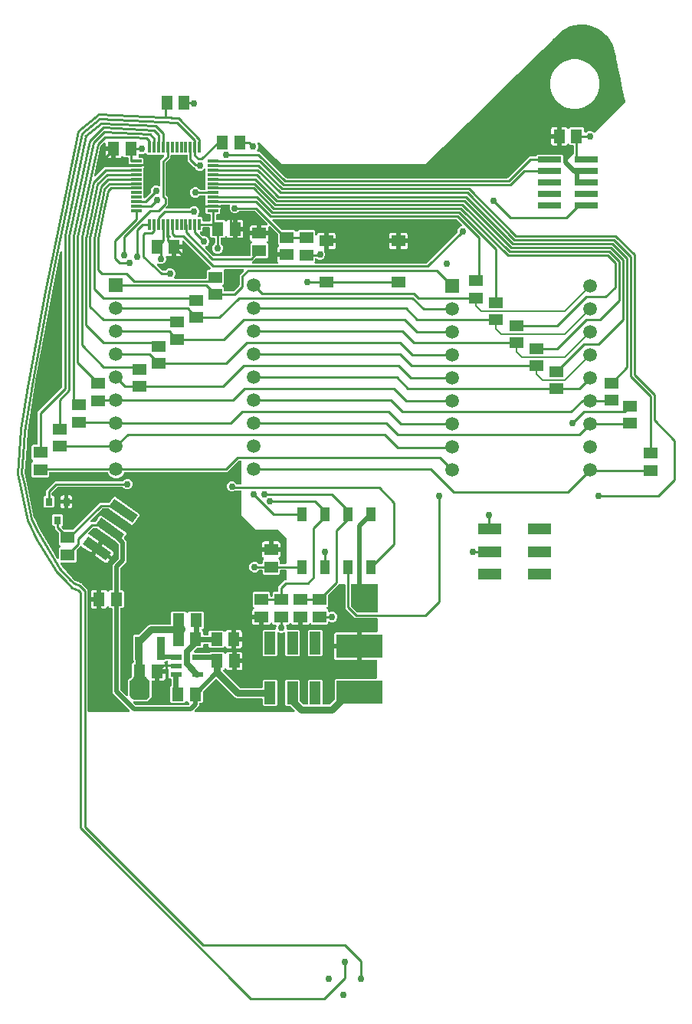
<source format=gbr>
G04 EAGLE Gerber X2 export*
%TF.Part,Single*%
%TF.FileFunction,Copper,L4,Bot,Mixed*%
%TF.FilePolarity,Positive*%
%TF.GenerationSoftware,Autodesk,EAGLE,9.1.3*%
%TF.CreationDate,2018-09-17T05:52:35Z*%
G75*
%MOMM*%
%FSLAX34Y34*%
%LPD*%
%AMOC8*
5,1,8,0,0,1.08239X$1,22.5*%
G01*
%ADD10R,0.300000X1.200000*%
%ADD11R,1.200000X0.300000*%
%ADD12R,0.850000X2.500000*%
%ADD13R,1.300000X1.500000*%
%ADD14R,1.500000X1.300000*%
%ADD15R,1.508000X1.508000*%
%ADD16C,1.508000*%
%ADD17R,2.500000X0.650000*%
%ADD18C,0.077000*%
%ADD19R,0.787400X0.889000*%
%ADD20R,0.990600X1.549400*%
%ADD21R,1.020000X3.170000*%
%ADD22R,1.550000X1.300000*%
%ADD23R,1.200000X2.500000*%
%ADD24R,5.080000X2.540000*%
%ADD25R,2.500000X1.200000*%
%ADD26C,0.254000*%
%ADD27C,0.756400*%
%ADD28C,0.508000*%
%ADD29C,0.558800*%
%ADD30C,0.762000*%
%ADD31C,1.000000*%
%ADD32C,0.635000*%
%ADD33C,0.152400*%

G36*
X313273Y505224D02*
X313273Y505224D01*
X313412Y505237D01*
X313431Y505244D01*
X313451Y505247D01*
X313580Y505298D01*
X313711Y505345D01*
X313728Y505356D01*
X313747Y505364D01*
X313859Y505445D01*
X313974Y505523D01*
X313988Y505539D01*
X314004Y505550D01*
X314093Y505658D01*
X314185Y505762D01*
X314194Y505780D01*
X314207Y505795D01*
X314266Y505921D01*
X314329Y506045D01*
X314334Y506065D01*
X314342Y506083D01*
X314368Y506219D01*
X314399Y506355D01*
X314398Y506376D01*
X314402Y506396D01*
X314393Y506534D01*
X314389Y506673D01*
X314384Y506693D01*
X314382Y506713D01*
X314339Y506845D01*
X314301Y506979D01*
X314291Y506996D01*
X314284Y507015D01*
X314210Y507133D01*
X314139Y507253D01*
X314121Y507274D01*
X314114Y507284D01*
X314099Y507298D01*
X314033Y507374D01*
X309811Y511596D01*
X309733Y511656D01*
X309660Y511724D01*
X309607Y511753D01*
X309560Y511790D01*
X309469Y511830D01*
X309382Y511878D01*
X309323Y511893D01*
X309268Y511917D01*
X309170Y511932D01*
X309074Y511957D01*
X308974Y511963D01*
X308954Y511967D01*
X308941Y511965D01*
X308913Y511967D01*
X305158Y511967D01*
X303967Y513158D01*
X303967Y539842D01*
X305158Y541033D01*
X318842Y541033D01*
X320033Y539842D01*
X320033Y517707D01*
X320045Y517608D01*
X320048Y517509D01*
X320065Y517451D01*
X320073Y517391D01*
X320109Y517299D01*
X320137Y517204D01*
X320167Y517152D01*
X320190Y517095D01*
X320248Y517015D01*
X320298Y516930D01*
X320364Y516855D01*
X320376Y516838D01*
X320386Y516830D01*
X320404Y516809D01*
X323507Y513706D01*
X323585Y513646D01*
X323658Y513578D01*
X323711Y513549D01*
X323758Y513512D01*
X323849Y513472D01*
X323936Y513424D01*
X323995Y513409D01*
X324050Y513385D01*
X324148Y513370D01*
X324244Y513345D01*
X324344Y513339D01*
X324364Y513335D01*
X324377Y513337D01*
X324405Y513335D01*
X327698Y513335D01*
X327816Y513350D01*
X327935Y513357D01*
X327973Y513370D01*
X328014Y513375D01*
X328124Y513418D01*
X328237Y513455D01*
X328272Y513477D01*
X328309Y513492D01*
X328405Y513561D01*
X328506Y513625D01*
X328534Y513655D01*
X328567Y513678D01*
X328643Y513770D01*
X328724Y513857D01*
X328744Y513892D01*
X328769Y513923D01*
X328820Y514031D01*
X328878Y514135D01*
X328888Y514175D01*
X328905Y514211D01*
X328927Y514328D01*
X328957Y514443D01*
X328961Y514503D01*
X328965Y514523D01*
X328963Y514544D01*
X328967Y514604D01*
X328967Y539842D01*
X330158Y541033D01*
X343842Y541033D01*
X345033Y539842D01*
X345033Y514604D01*
X345048Y514486D01*
X345055Y514367D01*
X345068Y514329D01*
X345073Y514288D01*
X345116Y514178D01*
X345153Y514065D01*
X345175Y514030D01*
X345190Y513993D01*
X345259Y513897D01*
X345323Y513796D01*
X345353Y513768D01*
X345376Y513735D01*
X345468Y513659D01*
X345555Y513578D01*
X345590Y513558D01*
X345621Y513533D01*
X345729Y513482D01*
X345833Y513424D01*
X345873Y513414D01*
X345909Y513397D01*
X346026Y513375D01*
X346141Y513345D01*
X346201Y513341D01*
X346221Y513337D01*
X346242Y513339D01*
X346302Y513335D01*
X352505Y513335D01*
X352604Y513347D01*
X352703Y513350D01*
X352761Y513367D01*
X352821Y513375D01*
X352913Y513411D01*
X353008Y513439D01*
X353060Y513469D01*
X353117Y513492D01*
X353197Y513550D01*
X353282Y513600D01*
X353357Y513666D01*
X353374Y513678D01*
X353382Y513688D01*
X353403Y513706D01*
X358196Y518499D01*
X358256Y518577D01*
X358324Y518650D01*
X358353Y518703D01*
X358390Y518750D01*
X358430Y518841D01*
X358478Y518928D01*
X358493Y518987D01*
X358517Y519042D01*
X358532Y519140D01*
X358557Y519236D01*
X358563Y519336D01*
X358567Y519356D01*
X358565Y519369D01*
X358567Y519397D01*
X358567Y540542D01*
X359758Y541733D01*
X404114Y541733D01*
X404232Y541748D01*
X404351Y541755D01*
X404389Y541768D01*
X404430Y541773D01*
X404540Y541816D01*
X404653Y541853D01*
X404688Y541875D01*
X404725Y541890D01*
X404821Y541959D01*
X404922Y542023D01*
X404950Y542053D01*
X404983Y542076D01*
X405059Y542168D01*
X405140Y542255D01*
X405160Y542290D01*
X405185Y542321D01*
X405236Y542429D01*
X405294Y542533D01*
X405304Y542573D01*
X405321Y542609D01*
X405343Y542726D01*
X405373Y542841D01*
X405377Y542901D01*
X405381Y542921D01*
X405379Y542942D01*
X405383Y543002D01*
X405383Y561290D01*
X405368Y561408D01*
X405361Y561527D01*
X405348Y561565D01*
X405343Y561606D01*
X405300Y561716D01*
X405263Y561829D01*
X405241Y561864D01*
X405226Y561901D01*
X405157Y561997D01*
X405093Y562098D01*
X405063Y562126D01*
X405040Y562159D01*
X404948Y562235D01*
X404861Y562316D01*
X404826Y562336D01*
X404795Y562361D01*
X404687Y562412D01*
X404583Y562470D01*
X404543Y562480D01*
X404507Y562497D01*
X404390Y562519D01*
X404275Y562549D01*
X404215Y562553D01*
X404195Y562557D01*
X404174Y562555D01*
X404114Y562559D01*
X388539Y562559D01*
X388539Y576530D01*
X388524Y576648D01*
X388517Y576767D01*
X388504Y576805D01*
X388499Y576845D01*
X388455Y576956D01*
X388419Y577069D01*
X388397Y577104D01*
X388382Y577141D01*
X388312Y577237D01*
X388249Y577338D01*
X388219Y577366D01*
X388195Y577398D01*
X388104Y577474D01*
X388017Y577556D01*
X387982Y577575D01*
X387950Y577601D01*
X387843Y577652D01*
X387739Y577709D01*
X387699Y577720D01*
X387663Y577737D01*
X387546Y577759D01*
X387431Y577789D01*
X387370Y577793D01*
X387350Y577797D01*
X387330Y577795D01*
X387270Y577799D01*
X385999Y577799D01*
X385999Y577801D01*
X387270Y577801D01*
X387388Y577816D01*
X387507Y577823D01*
X387545Y577836D01*
X387585Y577841D01*
X387696Y577885D01*
X387809Y577921D01*
X387844Y577943D01*
X387881Y577958D01*
X387977Y578028D01*
X388078Y578091D01*
X388106Y578121D01*
X388138Y578145D01*
X388214Y578236D01*
X388296Y578323D01*
X388315Y578358D01*
X388341Y578390D01*
X388392Y578497D01*
X388449Y578601D01*
X388460Y578641D01*
X388477Y578677D01*
X388499Y578794D01*
X388529Y578909D01*
X388533Y578970D01*
X388537Y578990D01*
X388535Y579010D01*
X388539Y579070D01*
X388539Y593041D01*
X404515Y593041D01*
X404625Y593055D01*
X404735Y593060D01*
X404782Y593074D01*
X404830Y593081D01*
X404933Y593121D01*
X405039Y593154D01*
X405081Y593180D01*
X405126Y593198D01*
X405216Y593263D01*
X405310Y593320D01*
X405344Y593356D01*
X405383Y593384D01*
X405454Y593470D01*
X405531Y593549D01*
X405555Y593592D01*
X405586Y593629D01*
X405633Y593729D01*
X405688Y593825D01*
X405701Y593873D01*
X405722Y593917D01*
X405743Y594026D01*
X405772Y594132D01*
X405778Y594208D01*
X405782Y594229D01*
X405781Y594247D01*
X405784Y594293D01*
X405967Y607805D01*
X405952Y607932D01*
X405944Y608059D01*
X405935Y608089D01*
X405931Y608121D01*
X405886Y608240D01*
X405846Y608361D01*
X405829Y608388D01*
X405818Y608418D01*
X405745Y608522D01*
X405676Y608630D01*
X405653Y608652D01*
X405635Y608678D01*
X405538Y608761D01*
X405445Y608848D01*
X405417Y608863D01*
X405392Y608884D01*
X405278Y608940D01*
X405166Y609002D01*
X405135Y609010D01*
X405107Y609024D01*
X404982Y609049D01*
X404858Y609081D01*
X404812Y609084D01*
X404795Y609088D01*
X404773Y609086D01*
X404698Y609091D01*
X381007Y609091D01*
X370331Y619767D01*
X370331Y645414D01*
X370316Y645532D01*
X370309Y645651D01*
X370296Y645689D01*
X370291Y645730D01*
X370248Y645840D01*
X370211Y645953D01*
X370189Y645988D01*
X370174Y646025D01*
X370105Y646121D01*
X370041Y646222D01*
X370011Y646250D01*
X369988Y646283D01*
X369896Y646359D01*
X369809Y646440D01*
X369774Y646460D01*
X369743Y646485D01*
X369635Y646536D01*
X369531Y646594D01*
X369491Y646604D01*
X369455Y646621D01*
X369338Y646643D01*
X369223Y646673D01*
X369163Y646677D01*
X369143Y646681D01*
X369122Y646679D01*
X369062Y646683D01*
X363691Y646683D01*
X363592Y646671D01*
X363493Y646668D01*
X363435Y646651D01*
X363375Y646643D01*
X363283Y646607D01*
X363188Y646579D01*
X363136Y646549D01*
X363079Y646526D01*
X362999Y646468D01*
X362914Y646418D01*
X362839Y646352D01*
X362822Y646340D01*
X362814Y646330D01*
X362793Y646311D01*
X361571Y645090D01*
X351474Y634993D01*
X351414Y634915D01*
X351346Y634843D01*
X351317Y634790D01*
X351280Y634742D01*
X351240Y634651D01*
X351192Y634564D01*
X351177Y634505D01*
X351153Y634450D01*
X351138Y634352D01*
X351113Y634256D01*
X351107Y634156D01*
X351103Y634136D01*
X351105Y634123D01*
X351103Y634095D01*
X351103Y622058D01*
X349842Y620798D01*
X349769Y620703D01*
X349690Y620614D01*
X349672Y620578D01*
X349647Y620546D01*
X349600Y620437D01*
X349546Y620331D01*
X349537Y620292D01*
X349521Y620254D01*
X349502Y620137D01*
X349476Y620021D01*
X349477Y619980D01*
X349471Y619940D01*
X349482Y619822D01*
X349486Y619703D01*
X349497Y619664D01*
X349501Y619624D01*
X349541Y619511D01*
X349574Y619397D01*
X349595Y619363D01*
X349608Y619324D01*
X349675Y619226D01*
X349736Y619123D01*
X349776Y619078D01*
X349787Y619061D01*
X349802Y619048D01*
X349842Y619003D01*
X351103Y617742D01*
X351103Y616693D01*
X351109Y616643D01*
X351107Y616594D01*
X351129Y616486D01*
X351143Y616377D01*
X351161Y616331D01*
X351171Y616282D01*
X351219Y616184D01*
X351260Y616081D01*
X351289Y616041D01*
X351311Y615996D01*
X351382Y615913D01*
X351446Y615824D01*
X351485Y615792D01*
X351517Y615754D01*
X351607Y615691D01*
X351691Y615621D01*
X351736Y615600D01*
X351777Y615571D01*
X351880Y615532D01*
X351979Y615486D01*
X352028Y615476D01*
X352074Y615459D01*
X352184Y615446D01*
X352291Y615426D01*
X352341Y615429D01*
X352390Y615423D01*
X352499Y615439D01*
X352609Y615446D01*
X352656Y615461D01*
X352705Y615468D01*
X352858Y615520D01*
X354443Y616177D01*
X356757Y616177D01*
X358894Y615292D01*
X360530Y613656D01*
X361415Y611519D01*
X361415Y609205D01*
X360530Y607068D01*
X358894Y605432D01*
X356757Y604547D01*
X354443Y604547D01*
X352858Y605204D01*
X352810Y605217D01*
X352765Y605238D01*
X352657Y605259D01*
X352551Y605288D01*
X352501Y605289D01*
X352452Y605298D01*
X352343Y605291D01*
X352233Y605293D01*
X352185Y605281D01*
X352135Y605278D01*
X352031Y605245D01*
X351924Y605219D01*
X351880Y605196D01*
X351833Y605180D01*
X351740Y605122D01*
X351643Y605070D01*
X351606Y605037D01*
X351564Y605010D01*
X351489Y604930D01*
X351407Y604856D01*
X351380Y604815D01*
X351346Y604779D01*
X351293Y604682D01*
X351233Y604591D01*
X351216Y604544D01*
X351192Y604500D01*
X351165Y604394D01*
X351129Y604290D01*
X351125Y604240D01*
X351113Y604192D01*
X351103Y604031D01*
X351103Y603058D01*
X349912Y601867D01*
X333228Y601867D01*
X332244Y602852D01*
X332144Y602929D01*
X332049Y603011D01*
X332019Y603026D01*
X331992Y603047D01*
X331877Y603097D01*
X331764Y603153D01*
X331731Y603160D01*
X331700Y603173D01*
X331576Y603193D01*
X331453Y603219D01*
X331420Y603218D01*
X331386Y603223D01*
X331261Y603211D01*
X331136Y603206D01*
X331103Y603196D01*
X331070Y603193D01*
X330951Y603151D01*
X330831Y603114D01*
X330802Y603097D01*
X330770Y603086D01*
X330666Y603015D01*
X330559Y602950D01*
X330535Y602926D01*
X330507Y602907D01*
X330424Y602813D01*
X330336Y602723D01*
X330309Y602682D01*
X330297Y602669D01*
X330287Y602649D01*
X330247Y602589D01*
X330103Y602340D01*
X329630Y601867D01*
X329051Y601532D01*
X328404Y601359D01*
X323109Y601359D01*
X323109Y609130D01*
X323094Y609248D01*
X323087Y609367D01*
X323074Y609405D01*
X323069Y609445D01*
X323025Y609556D01*
X322989Y609669D01*
X322967Y609704D01*
X322952Y609741D01*
X322882Y609837D01*
X322819Y609938D01*
X322789Y609966D01*
X322765Y609998D01*
X322674Y610074D01*
X322587Y610156D01*
X322552Y610175D01*
X322520Y610201D01*
X322413Y610252D01*
X322309Y610309D01*
X322269Y610320D01*
X322233Y610337D01*
X322116Y610359D01*
X322001Y610389D01*
X321940Y610393D01*
X321920Y610397D01*
X321900Y610395D01*
X321840Y610399D01*
X319300Y610399D01*
X319182Y610384D01*
X319063Y610377D01*
X319025Y610364D01*
X318985Y610359D01*
X318874Y610315D01*
X318761Y610279D01*
X318726Y610257D01*
X318689Y610242D01*
X318593Y610172D01*
X318492Y610109D01*
X318464Y610079D01*
X318431Y610055D01*
X318356Y609964D01*
X318274Y609877D01*
X318254Y609842D01*
X318229Y609810D01*
X318178Y609703D01*
X318120Y609599D01*
X318110Y609559D01*
X318093Y609523D01*
X318071Y609406D01*
X318041Y609291D01*
X318037Y609230D01*
X318033Y609210D01*
X318035Y609190D01*
X318031Y609130D01*
X318031Y601359D01*
X312736Y601359D01*
X312089Y601532D01*
X311510Y601867D01*
X311037Y602340D01*
X310860Y602646D01*
X310784Y602746D01*
X310714Y602850D01*
X310688Y602872D01*
X310668Y602899D01*
X310570Y602977D01*
X310475Y603061D01*
X310445Y603076D01*
X310419Y603097D01*
X310304Y603148D01*
X310192Y603205D01*
X310159Y603213D01*
X310128Y603226D01*
X310004Y603247D01*
X309882Y603275D01*
X309848Y603274D01*
X309815Y603279D01*
X309689Y603269D01*
X309564Y603265D01*
X309531Y603256D01*
X309498Y603253D01*
X309379Y603212D01*
X309258Y603177D01*
X309229Y603160D01*
X309197Y603149D01*
X309093Y603079D01*
X308984Y603015D01*
X308948Y602983D01*
X308932Y602973D01*
X308918Y602957D01*
X308864Y602909D01*
X307822Y601867D01*
X306128Y601867D01*
X306079Y601861D01*
X306029Y601863D01*
X305922Y601841D01*
X305812Y601827D01*
X305766Y601809D01*
X305718Y601799D01*
X305619Y601751D01*
X305517Y601710D01*
X305476Y601681D01*
X305432Y601659D01*
X305348Y601588D01*
X305259Y601524D01*
X305228Y601485D01*
X305190Y601453D01*
X305127Y601363D01*
X305057Y601279D01*
X305035Y601234D01*
X305007Y601193D01*
X304968Y601090D01*
X304921Y600991D01*
X304912Y600942D01*
X304894Y600896D01*
X304882Y600786D01*
X304861Y600679D01*
X304864Y600629D01*
X304859Y600580D01*
X304874Y600471D01*
X304881Y600361D01*
X304896Y600314D01*
X304903Y600265D01*
X304955Y600112D01*
X305281Y599327D01*
X305281Y597302D01*
X305296Y597184D01*
X305303Y597065D01*
X305316Y597027D01*
X305321Y596986D01*
X305364Y596876D01*
X305401Y596763D01*
X305423Y596728D01*
X305438Y596691D01*
X305507Y596595D01*
X305571Y596494D01*
X305601Y596466D01*
X305624Y596433D01*
X305716Y596357D01*
X305803Y596276D01*
X305838Y596256D01*
X305869Y596231D01*
X305977Y596180D01*
X306081Y596122D01*
X306121Y596112D01*
X306157Y596095D01*
X306274Y596073D01*
X306389Y596043D01*
X306449Y596039D01*
X306469Y596035D01*
X306490Y596037D01*
X306550Y596033D01*
X318842Y596033D01*
X320033Y594842D01*
X320033Y568158D01*
X318842Y566967D01*
X305158Y566967D01*
X303967Y568158D01*
X303967Y591841D01*
X303961Y591890D01*
X303963Y591940D01*
X303941Y592047D01*
X303927Y592157D01*
X303909Y592203D01*
X303899Y592251D01*
X303851Y592350D01*
X303810Y592452D01*
X303781Y592493D01*
X303759Y592537D01*
X303688Y592621D01*
X303624Y592710D01*
X303585Y592741D01*
X303553Y592779D01*
X303463Y592842D01*
X303379Y592912D01*
X303334Y592934D01*
X303293Y592962D01*
X303190Y593001D01*
X303091Y593048D01*
X303042Y593057D01*
X302996Y593075D01*
X302886Y593087D01*
X302779Y593108D01*
X302729Y593105D01*
X302680Y593110D01*
X302571Y593095D01*
X302461Y593088D01*
X302414Y593073D01*
X302365Y593066D01*
X302212Y593014D01*
X300623Y592355D01*
X298309Y592355D01*
X296788Y592986D01*
X296740Y592999D01*
X296695Y593020D01*
X296587Y593040D01*
X296481Y593070D01*
X296431Y593070D01*
X296382Y593080D01*
X296273Y593073D01*
X296163Y593075D01*
X296115Y593063D01*
X296065Y593060D01*
X295961Y593026D01*
X295854Y593000D01*
X295810Y592977D01*
X295763Y592962D01*
X295670Y592903D01*
X295573Y592852D01*
X295536Y592818D01*
X295494Y592792D01*
X295419Y592712D01*
X295337Y592638D01*
X295310Y592596D01*
X295276Y592560D01*
X295223Y592464D01*
X295163Y592372D01*
X295146Y592325D01*
X295122Y592282D01*
X295095Y592175D01*
X295059Y592071D01*
X295055Y592022D01*
X295043Y591974D01*
X295033Y591813D01*
X295033Y568158D01*
X293842Y566967D01*
X280158Y566967D01*
X278967Y568158D01*
X278967Y594842D01*
X280158Y596033D01*
X292382Y596033D01*
X292500Y596048D01*
X292619Y596055D01*
X292657Y596068D01*
X292698Y596073D01*
X292808Y596116D01*
X292921Y596153D01*
X292956Y596175D01*
X292993Y596190D01*
X293089Y596259D01*
X293190Y596323D01*
X293218Y596353D01*
X293251Y596376D01*
X293327Y596468D01*
X293408Y596555D01*
X293428Y596590D01*
X293453Y596621D01*
X293504Y596729D01*
X293562Y596833D01*
X293572Y596873D01*
X293589Y596909D01*
X293611Y597026D01*
X293641Y597141D01*
X293645Y597201D01*
X293649Y597221D01*
X293647Y597242D01*
X293651Y597302D01*
X293651Y599327D01*
X293977Y600112D01*
X293990Y600160D01*
X294011Y600205D01*
X294032Y600313D01*
X294061Y600419D01*
X294061Y600469D01*
X294071Y600518D01*
X294064Y600627D01*
X294066Y600737D01*
X294054Y600785D01*
X294051Y600835D01*
X294017Y600939D01*
X293992Y601046D01*
X293968Y601090D01*
X293953Y601137D01*
X293894Y601230D01*
X293843Y601327D01*
X293809Y601364D01*
X293783Y601406D01*
X293703Y601481D01*
X293629Y601563D01*
X293587Y601590D01*
X293551Y601624D01*
X293455Y601677D01*
X293363Y601737D01*
X293316Y601754D01*
X293273Y601778D01*
X293166Y601805D01*
X293062Y601841D01*
X293013Y601845D01*
X292965Y601857D01*
X292804Y601867D01*
X291138Y601867D01*
X289587Y603418D01*
X289483Y603499D01*
X289382Y603585D01*
X289357Y603596D01*
X289336Y603613D01*
X289215Y603665D01*
X289095Y603723D01*
X289069Y603729D01*
X289044Y603739D01*
X288913Y603760D01*
X288784Y603786D01*
X288757Y603785D01*
X288730Y603789D01*
X288598Y603777D01*
X288466Y603770D01*
X288440Y603762D01*
X288413Y603759D01*
X288289Y603714D01*
X288162Y603675D01*
X288140Y603661D01*
X288114Y603652D01*
X288004Y603577D01*
X287892Y603508D01*
X287873Y603488D01*
X287851Y603473D01*
X287763Y603374D01*
X287672Y603278D01*
X287658Y603255D01*
X287641Y603235D01*
X287580Y603116D01*
X287515Y603001D01*
X287503Y602965D01*
X287496Y602951D01*
X287491Y602930D01*
X287464Y602849D01*
X287452Y602803D01*
X287117Y602224D01*
X286644Y601751D01*
X286065Y601416D01*
X285418Y601243D01*
X280123Y601243D01*
X280123Y609014D01*
X280108Y609132D01*
X280101Y609251D01*
X280088Y609289D01*
X280083Y609329D01*
X280039Y609440D01*
X280003Y609553D01*
X279981Y609588D01*
X279966Y609625D01*
X279896Y609721D01*
X279833Y609822D01*
X279803Y609850D01*
X279779Y609882D01*
X279688Y609958D01*
X279601Y610040D01*
X279566Y610059D01*
X279534Y610085D01*
X279427Y610136D01*
X279323Y610193D01*
X279283Y610204D01*
X279247Y610221D01*
X279130Y610243D01*
X279015Y610273D01*
X278954Y610277D01*
X278934Y610281D01*
X278914Y610279D01*
X278854Y610283D01*
X277583Y610283D01*
X277583Y611554D01*
X277568Y611672D01*
X277561Y611791D01*
X277548Y611829D01*
X277543Y611869D01*
X277499Y611980D01*
X277463Y612093D01*
X277441Y612128D01*
X277426Y612165D01*
X277356Y612261D01*
X277293Y612362D01*
X277263Y612390D01*
X277239Y612422D01*
X277148Y612498D01*
X277061Y612580D01*
X277026Y612599D01*
X276994Y612625D01*
X276887Y612676D01*
X276783Y612733D01*
X276743Y612744D01*
X276707Y612761D01*
X276590Y612783D01*
X276475Y612813D01*
X276414Y612817D01*
X276394Y612821D01*
X276374Y612819D01*
X276314Y612823D01*
X267543Y612823D01*
X267543Y617118D01*
X267716Y617765D01*
X268051Y618344D01*
X268524Y618817D01*
X268773Y618961D01*
X268873Y619037D01*
X268977Y619107D01*
X268999Y619133D01*
X269026Y619153D01*
X269104Y619252D01*
X269188Y619346D01*
X269203Y619376D01*
X269224Y619402D01*
X269275Y619517D01*
X269332Y619629D01*
X269340Y619662D01*
X269353Y619693D01*
X269374Y619817D01*
X269402Y619939D01*
X269401Y619973D01*
X269406Y620006D01*
X269396Y620132D01*
X269392Y620257D01*
X269383Y620290D01*
X269380Y620323D01*
X269339Y620442D01*
X269304Y620563D01*
X269287Y620592D01*
X269276Y620624D01*
X269206Y620728D01*
X269142Y620837D01*
X269110Y620873D01*
X269100Y620889D01*
X269084Y620903D01*
X269036Y620958D01*
X268051Y621942D01*
X268051Y636626D01*
X269242Y637817D01*
X285926Y637817D01*
X287117Y636626D01*
X287117Y633718D01*
X287132Y633600D01*
X287139Y633481D01*
X287152Y633443D01*
X287157Y633402D01*
X287200Y633292D01*
X287237Y633179D01*
X287259Y633144D01*
X287274Y633107D01*
X287343Y633011D01*
X287407Y632910D01*
X287437Y632882D01*
X287460Y632849D01*
X287552Y632773D01*
X287639Y632692D01*
X287674Y632672D01*
X287705Y632647D01*
X287813Y632596D01*
X287917Y632538D01*
X287957Y632528D01*
X287993Y632511D01*
X288110Y632489D01*
X288225Y632459D01*
X288285Y632455D01*
X288305Y632451D01*
X288326Y632453D01*
X288386Y632449D01*
X288678Y632449D01*
X288796Y632464D01*
X288915Y632471D01*
X288953Y632484D01*
X288994Y632489D01*
X289104Y632532D01*
X289217Y632569D01*
X289252Y632591D01*
X289289Y632606D01*
X289385Y632675D01*
X289486Y632739D01*
X289514Y632769D01*
X289547Y632792D01*
X289623Y632884D01*
X289704Y632971D01*
X289724Y633006D01*
X289749Y633037D01*
X289800Y633145D01*
X289858Y633249D01*
X289868Y633289D01*
X289885Y633325D01*
X289907Y633442D01*
X289937Y633557D01*
X289941Y633617D01*
X289945Y633637D01*
X289943Y633658D01*
X289947Y633718D01*
X289947Y636742D01*
X291138Y637933D01*
X295162Y637933D01*
X295280Y637948D01*
X295399Y637955D01*
X295437Y637968D01*
X295478Y637973D01*
X295588Y638016D01*
X295701Y638053D01*
X295736Y638075D01*
X295773Y638090D01*
X295869Y638159D01*
X295970Y638223D01*
X295998Y638253D01*
X296031Y638276D01*
X296107Y638368D01*
X296188Y638455D01*
X296208Y638490D01*
X296233Y638521D01*
X296284Y638629D01*
X296342Y638733D01*
X296352Y638773D01*
X296369Y638809D01*
X296391Y638926D01*
X296421Y639041D01*
X296425Y639101D01*
X296429Y639121D01*
X296427Y639142D01*
X296431Y639202D01*
X296431Y643643D01*
X303537Y650749D01*
X304292Y650749D01*
X304430Y650766D01*
X304568Y650779D01*
X304587Y650786D01*
X304608Y650789D01*
X304737Y650840D01*
X304868Y650887D01*
X304884Y650898D01*
X304903Y650906D01*
X305016Y650987D01*
X305131Y651065D01*
X305144Y651081D01*
X305161Y651092D01*
X305249Y651200D01*
X305341Y651304D01*
X305350Y651322D01*
X305363Y651337D01*
X305423Y651463D01*
X305486Y651587D01*
X305490Y651607D01*
X305499Y651625D01*
X305525Y651761D01*
X305556Y651897D01*
X305555Y651918D01*
X305559Y651937D01*
X305550Y652076D01*
X305546Y652215D01*
X305540Y652235D01*
X305539Y652255D01*
X305496Y652387D01*
X305457Y652521D01*
X305447Y652538D01*
X305441Y652557D01*
X305367Y652675D01*
X305296Y652795D01*
X305277Y652816D01*
X305271Y652826D01*
X305256Y652840D01*
X305190Y652915D01*
X305053Y653052D01*
X305053Y661212D01*
X305038Y661330D01*
X305031Y661449D01*
X305018Y661487D01*
X305013Y661528D01*
X304970Y661638D01*
X304933Y661751D01*
X304911Y661786D01*
X304896Y661823D01*
X304827Y661919D01*
X304763Y662020D01*
X304733Y662048D01*
X304710Y662081D01*
X304618Y662157D01*
X304531Y662238D01*
X304496Y662258D01*
X304465Y662283D01*
X304357Y662334D01*
X304253Y662392D01*
X304213Y662402D01*
X304177Y662419D01*
X304060Y662441D01*
X303945Y662471D01*
X303885Y662475D01*
X303865Y662479D01*
X303844Y662477D01*
X303784Y662481D01*
X299042Y662481D01*
X298924Y662466D01*
X298805Y662459D01*
X298767Y662446D01*
X298726Y662441D01*
X298616Y662398D01*
X298503Y662361D01*
X298468Y662339D01*
X298431Y662324D01*
X298335Y662255D01*
X298234Y662191D01*
X298206Y662161D01*
X298173Y662138D01*
X298097Y662046D01*
X298016Y661959D01*
X297996Y661924D01*
X297971Y661893D01*
X297920Y661785D01*
X297862Y661681D01*
X297852Y661641D01*
X297835Y661605D01*
X297813Y661488D01*
X297783Y661373D01*
X297779Y661313D01*
X297775Y661293D01*
X297777Y661272D01*
X297773Y661212D01*
X297773Y658188D01*
X296582Y656997D01*
X279898Y656997D01*
X278707Y658188D01*
X278707Y661095D01*
X278692Y661214D01*
X278685Y661332D01*
X278672Y661371D01*
X278667Y661411D01*
X278624Y661521D01*
X278587Y661635D01*
X278565Y661669D01*
X278550Y661707D01*
X278481Y661803D01*
X278417Y661904D01*
X278387Y661931D01*
X278364Y661964D01*
X278272Y662040D01*
X278185Y662122D01*
X278150Y662141D01*
X278119Y662167D01*
X278011Y662218D01*
X277907Y662275D01*
X277867Y662285D01*
X277831Y662302D01*
X277714Y662325D01*
X277599Y662354D01*
X277539Y662358D01*
X277519Y662362D01*
X277498Y662361D01*
X277438Y662365D01*
X275760Y662365D01*
X275662Y662352D01*
X275563Y662349D01*
X275505Y662332D01*
X275444Y662325D01*
X275352Y662288D01*
X275257Y662261D01*
X275205Y662230D01*
X275149Y662208D01*
X275069Y662150D01*
X274983Y662099D01*
X274908Y662033D01*
X274891Y662021D01*
X274884Y662012D01*
X274862Y661993D01*
X273353Y660484D01*
X271216Y659599D01*
X268903Y659599D01*
X266766Y660484D01*
X265130Y662120D01*
X264245Y664257D01*
X264245Y666570D01*
X265130Y668707D01*
X266766Y670343D01*
X268903Y671228D01*
X271216Y671228D01*
X273353Y670343D01*
X274862Y668834D01*
X274941Y668773D01*
X275013Y668705D01*
X275066Y668676D01*
X275114Y668639D01*
X275205Y668600D01*
X275291Y668552D01*
X275350Y668537D01*
X275406Y668513D01*
X275504Y668497D01*
X275599Y668472D01*
X275699Y668466D01*
X275720Y668463D01*
X275732Y668464D01*
X275760Y668462D01*
X277438Y668462D01*
X277556Y668477D01*
X277675Y668484D01*
X277713Y668497D01*
X277754Y668502D01*
X277864Y668546D01*
X277977Y668583D01*
X278012Y668604D01*
X278049Y668619D01*
X278145Y668689D01*
X278246Y668753D01*
X278274Y668782D01*
X278307Y668806D01*
X278383Y668898D01*
X278464Y668984D01*
X278484Y669020D01*
X278509Y669051D01*
X278560Y669159D01*
X278618Y669263D01*
X278628Y669302D01*
X278645Y669339D01*
X278667Y669455D01*
X278697Y669571D01*
X278701Y669631D01*
X278705Y669651D01*
X278703Y669671D01*
X278707Y669731D01*
X278707Y672872D01*
X279692Y673856D01*
X279769Y673956D01*
X279851Y674051D01*
X279866Y674081D01*
X279887Y674108D01*
X279937Y674223D01*
X279993Y674336D01*
X280000Y674369D01*
X280013Y674400D01*
X280033Y674524D01*
X280059Y674647D01*
X280058Y674680D01*
X280063Y674714D01*
X280051Y674839D01*
X280046Y674964D01*
X280036Y674997D01*
X280033Y675030D01*
X279991Y675149D01*
X279954Y675269D01*
X279937Y675298D01*
X279926Y675330D01*
X279855Y675434D01*
X279790Y675541D01*
X279766Y675565D01*
X279747Y675593D01*
X279653Y675676D01*
X279563Y675764D01*
X279522Y675791D01*
X279509Y675803D01*
X279489Y675813D01*
X279429Y675853D01*
X279180Y675997D01*
X278707Y676470D01*
X278372Y677049D01*
X278199Y677696D01*
X278199Y681991D01*
X286970Y681991D01*
X287088Y682006D01*
X287207Y682013D01*
X287245Y682026D01*
X287285Y682031D01*
X287396Y682074D01*
X287509Y682111D01*
X287544Y682133D01*
X287581Y682148D01*
X287677Y682218D01*
X287778Y682281D01*
X287806Y682311D01*
X287838Y682335D01*
X287914Y682426D01*
X287996Y682513D01*
X288015Y682548D01*
X288041Y682579D01*
X288092Y682687D01*
X288149Y682791D01*
X288160Y682831D01*
X288177Y682867D01*
X288199Y682984D01*
X288229Y683099D01*
X288233Y683160D01*
X288237Y683180D01*
X288235Y683200D01*
X288239Y683260D01*
X288239Y684531D01*
X288241Y684531D01*
X288241Y683260D01*
X288256Y683142D01*
X288263Y683023D01*
X288276Y682985D01*
X288281Y682945D01*
X288325Y682834D01*
X288361Y682721D01*
X288383Y682686D01*
X288398Y682649D01*
X288468Y682553D01*
X288531Y682452D01*
X288561Y682424D01*
X288585Y682391D01*
X288676Y682316D01*
X288763Y682234D01*
X288798Y682214D01*
X288830Y682189D01*
X288937Y682138D01*
X289041Y682080D01*
X289081Y682070D01*
X289117Y682053D01*
X289234Y682031D01*
X289349Y682001D01*
X289410Y681997D01*
X289430Y681993D01*
X289450Y681995D01*
X289510Y681991D01*
X298281Y681991D01*
X298281Y677696D01*
X298108Y677049D01*
X297773Y676470D01*
X297300Y675997D01*
X297051Y675853D01*
X296951Y675777D01*
X296847Y675707D01*
X296825Y675681D01*
X296798Y675661D01*
X296720Y675562D01*
X296636Y675468D01*
X296621Y675438D01*
X296600Y675412D01*
X296549Y675297D01*
X296492Y675185D01*
X296484Y675152D01*
X296471Y675121D01*
X296450Y674997D01*
X296422Y674875D01*
X296423Y674841D01*
X296418Y674808D01*
X296428Y674682D01*
X296432Y674557D01*
X296441Y674524D01*
X296444Y674491D01*
X296485Y674372D01*
X296520Y674251D01*
X296537Y674222D01*
X296548Y674190D01*
X296618Y674086D01*
X296682Y673977D01*
X296714Y673941D01*
X296724Y673925D01*
X296740Y673911D01*
X296788Y673856D01*
X297773Y672872D01*
X297773Y669848D01*
X297788Y669730D01*
X297795Y669611D01*
X297808Y669573D01*
X297813Y669532D01*
X297857Y669421D01*
X297893Y669309D01*
X297915Y669274D01*
X297930Y669237D01*
X297999Y669141D01*
X298063Y669040D01*
X298093Y669012D01*
X298116Y668979D01*
X298208Y668903D01*
X298295Y668822D01*
X298330Y668802D01*
X298361Y668777D01*
X298469Y668726D01*
X298573Y668668D01*
X298613Y668658D01*
X298649Y668641D01*
X298766Y668619D01*
X298881Y668589D01*
X298941Y668585D01*
X298961Y668581D01*
X298982Y668583D01*
X299042Y668579D01*
X303784Y668579D01*
X303902Y668594D01*
X304021Y668601D01*
X304059Y668614D01*
X304100Y668619D01*
X304210Y668662D01*
X304323Y668699D01*
X304358Y668721D01*
X304395Y668736D01*
X304491Y668805D01*
X304592Y668869D01*
X304620Y668899D01*
X304653Y668922D01*
X304729Y669014D01*
X304810Y669101D01*
X304830Y669136D01*
X304855Y669167D01*
X304906Y669275D01*
X304964Y669379D01*
X304974Y669419D01*
X304991Y669455D01*
X305013Y669572D01*
X305043Y669687D01*
X305047Y669747D01*
X305051Y669767D01*
X305049Y669788D01*
X305053Y669848D01*
X305053Y696468D01*
X305041Y696566D01*
X305038Y696665D01*
X305021Y696723D01*
X305013Y696784D01*
X304977Y696876D01*
X304949Y696971D01*
X304919Y697023D01*
X304896Y697079D01*
X304838Y697159D01*
X304788Y697245D01*
X304722Y697320D01*
X304710Y697337D01*
X304700Y697344D01*
X304682Y697366D01*
X295792Y706256D01*
X295713Y706316D01*
X295641Y706384D01*
X295588Y706413D01*
X295540Y706450D01*
X295449Y706490D01*
X295363Y706538D01*
X295304Y706553D01*
X295248Y706577D01*
X295150Y706592D01*
X295055Y706617D01*
X294955Y706623D01*
X294934Y706627D01*
X294922Y706625D01*
X294894Y706627D01*
X271544Y706627D01*
X255523Y722648D01*
X255523Y748792D01*
X255508Y748910D01*
X255501Y749029D01*
X255488Y749067D01*
X255483Y749108D01*
X255440Y749218D01*
X255403Y749331D01*
X255381Y749366D01*
X255366Y749403D01*
X255297Y749499D01*
X255233Y749600D01*
X255203Y749628D01*
X255180Y749661D01*
X255088Y749737D01*
X255001Y749818D01*
X254966Y749838D01*
X254935Y749863D01*
X254827Y749914D01*
X254723Y749972D01*
X254683Y749982D01*
X254647Y749999D01*
X254530Y750021D01*
X254415Y750051D01*
X254355Y750055D01*
X254335Y750059D01*
X254314Y750057D01*
X254254Y750061D01*
X249286Y750061D01*
X249188Y750049D01*
X249089Y750046D01*
X249031Y750029D01*
X248971Y750021D01*
X248879Y749985D01*
X248783Y749957D01*
X248731Y749927D01*
X248675Y749904D01*
X248595Y749846D01*
X248510Y749796D01*
X248434Y749730D01*
X248418Y749718D01*
X248410Y749708D01*
X248389Y749689D01*
X248150Y749450D01*
X246013Y748565D01*
X243699Y748565D01*
X241562Y749450D01*
X239926Y751086D01*
X239041Y753223D01*
X239041Y755537D01*
X239926Y757674D01*
X241562Y759310D01*
X243699Y760195D01*
X246013Y760195D01*
X248150Y759310D01*
X249785Y757674D01*
X250088Y756942D01*
X250103Y756917D01*
X250112Y756889D01*
X250182Y756779D01*
X250246Y756666D01*
X250267Y756645D01*
X250282Y756620D01*
X250377Y756531D01*
X250467Y756438D01*
X250492Y756422D01*
X250514Y756402D01*
X250628Y756339D01*
X250738Y756271D01*
X250767Y756263D01*
X250792Y756248D01*
X250918Y756216D01*
X251042Y756178D01*
X251072Y756176D01*
X251100Y756169D01*
X251261Y756159D01*
X254254Y756159D01*
X254372Y756174D01*
X254491Y756181D01*
X254529Y756194D01*
X254570Y756199D01*
X254680Y756242D01*
X254793Y756279D01*
X254828Y756301D01*
X254865Y756316D01*
X254961Y756385D01*
X255062Y756449D01*
X255090Y756479D01*
X255123Y756502D01*
X255199Y756594D01*
X255280Y756681D01*
X255300Y756716D01*
X255325Y756747D01*
X255376Y756855D01*
X255434Y756959D01*
X255444Y756999D01*
X255461Y757035D01*
X255483Y757152D01*
X255513Y757267D01*
X255517Y757327D01*
X255521Y757347D01*
X255519Y757368D01*
X255523Y757428D01*
X255523Y781812D01*
X255508Y781930D01*
X255501Y782049D01*
X255488Y782087D01*
X255483Y782128D01*
X255440Y782238D01*
X255403Y782351D01*
X255381Y782386D01*
X255366Y782423D01*
X255297Y782519D01*
X255233Y782620D01*
X255203Y782648D01*
X255180Y782681D01*
X255088Y782757D01*
X255001Y782838D01*
X254966Y782858D01*
X254935Y782883D01*
X254827Y782934D01*
X254723Y782992D01*
X254683Y783002D01*
X254647Y783019D01*
X254530Y783041D01*
X254415Y783071D01*
X254355Y783075D01*
X254335Y783079D01*
X254314Y783077D01*
X254254Y783081D01*
X253249Y783081D01*
X253150Y783069D01*
X253051Y783066D01*
X252993Y783049D01*
X252933Y783041D01*
X252841Y783005D01*
X252746Y782977D01*
X252694Y782947D01*
X252637Y782924D01*
X252557Y782866D01*
X252472Y782816D01*
X252397Y782750D01*
X252380Y782738D01*
X252372Y782728D01*
X252351Y782710D01*
X239793Y770151D01*
X126779Y770151D01*
X126749Y770148D01*
X126720Y770150D01*
X126592Y770128D01*
X126463Y770111D01*
X126436Y770101D01*
X126407Y770096D01*
X126288Y770042D01*
X126167Y769994D01*
X126144Y769977D01*
X126117Y769965D01*
X126015Y769884D01*
X125910Y769808D01*
X125891Y769785D01*
X125868Y769766D01*
X125790Y769663D01*
X125707Y769563D01*
X125695Y769536D01*
X125677Y769512D01*
X125606Y769368D01*
X124947Y767778D01*
X122254Y765085D01*
X118736Y763627D01*
X114928Y763627D01*
X111410Y765085D01*
X108717Y767778D01*
X108058Y769368D01*
X108043Y769393D01*
X108034Y769421D01*
X107965Y769531D01*
X107900Y769644D01*
X107880Y769665D01*
X107864Y769690D01*
X107770Y769779D01*
X107679Y769872D01*
X107654Y769888D01*
X107632Y769908D01*
X107519Y769971D01*
X107408Y770039D01*
X107380Y770047D01*
X107354Y770062D01*
X107228Y770094D01*
X107104Y770132D01*
X107075Y770134D01*
X107046Y770141D01*
X106885Y770151D01*
X44124Y770151D01*
X44006Y770136D01*
X43887Y770129D01*
X43849Y770116D01*
X43808Y770111D01*
X43698Y770068D01*
X43585Y770031D01*
X43550Y770009D01*
X43513Y769994D01*
X43417Y769925D01*
X43316Y769861D01*
X43288Y769831D01*
X43255Y769808D01*
X43179Y769716D01*
X43098Y769629D01*
X43078Y769594D01*
X43053Y769563D01*
X43002Y769455D01*
X42944Y769351D01*
X42934Y769311D01*
X42917Y769275D01*
X42895Y769158D01*
X42865Y769043D01*
X42861Y768983D01*
X42857Y768963D01*
X42859Y768942D01*
X42855Y768882D01*
X42855Y765620D01*
X41664Y764429D01*
X24980Y764429D01*
X23789Y765620D01*
X23789Y780304D01*
X25050Y781565D01*
X25123Y781659D01*
X25202Y781748D01*
X25220Y781784D01*
X25245Y781816D01*
X25292Y781925D01*
X25346Y782031D01*
X25355Y782070D01*
X25371Y782108D01*
X25390Y782225D01*
X25416Y782341D01*
X25415Y782382D01*
X25421Y782422D01*
X25410Y782540D01*
X25406Y782659D01*
X25395Y782698D01*
X25391Y782738D01*
X25351Y782850D01*
X25318Y782965D01*
X25297Y783000D01*
X25284Y783038D01*
X25217Y783136D01*
X25156Y783239D01*
X25116Y783284D01*
X25105Y783301D01*
X25090Y783314D01*
X25050Y783360D01*
X23789Y784620D01*
X23789Y799304D01*
X24980Y800495D01*
X29004Y800495D01*
X29122Y800510D01*
X29241Y800517D01*
X29279Y800530D01*
X29320Y800535D01*
X29430Y800578D01*
X29543Y800615D01*
X29578Y800637D01*
X29615Y800652D01*
X29711Y800721D01*
X29812Y800785D01*
X29840Y800815D01*
X29873Y800838D01*
X29949Y800930D01*
X30030Y801017D01*
X30050Y801052D01*
X30075Y801083D01*
X30126Y801191D01*
X30184Y801295D01*
X30194Y801335D01*
X30211Y801371D01*
X30233Y801488D01*
X30263Y801603D01*
X30267Y801663D01*
X30271Y801683D01*
X30269Y801704D01*
X30273Y801764D01*
X30273Y836579D01*
X57286Y863591D01*
X57346Y863669D01*
X57414Y863741D01*
X57443Y863794D01*
X57480Y863842D01*
X57520Y863933D01*
X57568Y864020D01*
X57583Y864078D01*
X57607Y864134D01*
X57622Y864232D01*
X57647Y864328D01*
X57653Y864428D01*
X57657Y864448D01*
X57655Y864460D01*
X57657Y864488D01*
X57657Y1012667D01*
X57653Y1012698D01*
X57656Y1012729D01*
X57634Y1012855D01*
X57617Y1012983D01*
X57606Y1013012D01*
X57601Y1013042D01*
X57548Y1013159D01*
X57500Y1013278D01*
X57482Y1013304D01*
X57469Y1013332D01*
X57389Y1013432D01*
X57314Y1013536D01*
X57290Y1013556D01*
X57270Y1013580D01*
X57168Y1013657D01*
X57069Y1013739D01*
X57040Y1013752D01*
X57016Y1013770D01*
X56897Y1013819D01*
X56781Y1013874D01*
X56750Y1013880D01*
X56722Y1013892D01*
X56594Y1013910D01*
X56469Y1013934D01*
X56438Y1013932D01*
X56407Y1013936D01*
X56279Y1013922D01*
X56151Y1013914D01*
X56122Y1013905D01*
X56091Y1013901D01*
X55970Y1013856D01*
X55849Y1013816D01*
X55822Y1013800D01*
X55793Y1013789D01*
X55688Y1013715D01*
X55580Y1013646D01*
X55559Y1013623D01*
X55533Y1013605D01*
X55450Y1013508D01*
X55362Y1013414D01*
X55347Y1013387D01*
X55327Y1013364D01*
X55270Y1013248D01*
X55208Y1013136D01*
X55201Y1013106D01*
X55187Y1013078D01*
X55145Y1012923D01*
X54131Y1007984D01*
X46088Y968819D01*
X46087Y968813D01*
X46084Y968799D01*
X27715Y871304D01*
X27714Y871290D01*
X27708Y871259D01*
X19157Y814977D01*
X19156Y814955D01*
X19146Y814877D01*
X17168Y787283D01*
X17168Y787282D01*
X15876Y769253D01*
X15881Y769156D01*
X15877Y769059D01*
X15892Y768955D01*
X15893Y768935D01*
X15897Y768925D01*
X15900Y768900D01*
X18381Y757160D01*
X26340Y719505D01*
X26365Y719433D01*
X26380Y719358D01*
X26442Y719209D01*
X32538Y706765D01*
X32550Y706746D01*
X32585Y706679D01*
X48594Y679509D01*
X48601Y679501D01*
X48612Y679481D01*
X51622Y674666D01*
X51700Y674570D01*
X51772Y674470D01*
X51800Y674447D01*
X51823Y674419D01*
X51922Y674346D01*
X52017Y674267D01*
X52050Y674252D01*
X52079Y674231D01*
X52193Y674184D01*
X52305Y674132D01*
X52340Y674125D01*
X52374Y674111D01*
X52496Y674095D01*
X52618Y674072D01*
X52653Y674074D01*
X52689Y674069D01*
X52812Y674084D01*
X52935Y674092D01*
X52969Y674103D01*
X53005Y674107D01*
X53120Y674152D01*
X53237Y674190D01*
X53268Y674209D01*
X53301Y674222D01*
X53402Y674294D01*
X53506Y674360D01*
X53531Y674386D01*
X53560Y674407D01*
X53639Y674501D01*
X53724Y674591D01*
X53741Y674623D01*
X53764Y674650D01*
X53818Y674762D01*
X53878Y674870D01*
X53887Y674905D01*
X53902Y674937D01*
X53926Y675058D01*
X53957Y675178D01*
X53960Y675230D01*
X53964Y675249D01*
X53963Y675270D01*
X53967Y675339D01*
X53967Y686182D01*
X55228Y687443D01*
X55301Y687537D01*
X55380Y687626D01*
X55398Y687662D01*
X55423Y687694D01*
X55470Y687803D01*
X55524Y687909D01*
X55533Y687948D01*
X55549Y687986D01*
X55568Y688103D01*
X55594Y688219D01*
X55593Y688260D01*
X55599Y688300D01*
X55588Y688418D01*
X55584Y688537D01*
X55573Y688576D01*
X55569Y688616D01*
X55529Y688728D01*
X55496Y688843D01*
X55475Y688878D01*
X55462Y688916D01*
X55395Y689014D01*
X55334Y689117D01*
X55294Y689162D01*
X55283Y689179D01*
X55268Y689192D01*
X55228Y689238D01*
X53967Y690498D01*
X53967Y702535D01*
X53955Y702634D01*
X53952Y702733D01*
X53935Y702791D01*
X53927Y702851D01*
X53891Y702943D01*
X53863Y703038D01*
X53833Y703090D01*
X53810Y703147D01*
X53752Y703227D01*
X53702Y703312D01*
X53636Y703387D01*
X53624Y703404D01*
X53614Y703412D01*
X53596Y703433D01*
X49325Y707703D01*
X49325Y709301D01*
X49310Y709419D01*
X49303Y709538D01*
X49290Y709576D01*
X49285Y709617D01*
X49242Y709727D01*
X49205Y709840D01*
X49183Y709875D01*
X49168Y709912D01*
X49099Y710008D01*
X49035Y710109D01*
X49005Y710137D01*
X48982Y710170D01*
X48890Y710246D01*
X48803Y710327D01*
X48768Y710347D01*
X48737Y710372D01*
X48629Y710423D01*
X48525Y710481D01*
X48485Y710491D01*
X48449Y710508D01*
X48332Y710530D01*
X48217Y710560D01*
X48157Y710564D01*
X48137Y710568D01*
X48116Y710566D01*
X48056Y710570D01*
X47595Y710570D01*
X46404Y711761D01*
X46404Y722335D01*
X47595Y723526D01*
X57153Y723526D01*
X58344Y722335D01*
X58344Y711761D01*
X57015Y710432D01*
X56942Y710338D01*
X56863Y710249D01*
X56845Y710213D01*
X56820Y710181D01*
X56772Y710071D01*
X56718Y709965D01*
X56709Y709926D01*
X56693Y709889D01*
X56675Y709771D01*
X56649Y709655D01*
X56650Y709615D01*
X56643Y709575D01*
X56655Y709456D01*
X56658Y709337D01*
X56670Y709298D01*
X56673Y709258D01*
X56714Y709146D01*
X56747Y709032D01*
X56767Y708997D01*
X56781Y708959D01*
X56848Y708860D01*
X56908Y708758D01*
X56948Y708713D01*
X56959Y708696D01*
X56975Y708682D01*
X57015Y708637D01*
X58907Y706744D01*
X58985Y706684D01*
X59057Y706616D01*
X59110Y706587D01*
X59158Y706550D01*
X59249Y706510D01*
X59336Y706462D01*
X59395Y706447D01*
X59450Y706423D01*
X59548Y706408D01*
X59644Y706383D01*
X59744Y706377D01*
X59764Y706373D01*
X59777Y706375D01*
X59805Y706373D01*
X68821Y706373D01*
X68920Y706385D01*
X69019Y706388D01*
X69077Y706405D01*
X69137Y706413D01*
X69229Y706449D01*
X69324Y706477D01*
X69376Y706507D01*
X69433Y706530D01*
X69513Y706588D01*
X69598Y706638D01*
X69673Y706704D01*
X69690Y706716D01*
X69698Y706726D01*
X69719Y706744D01*
X99067Y736093D01*
X108482Y736093D01*
X108532Y736099D01*
X108582Y736097D01*
X108689Y736119D01*
X108797Y736133D01*
X108844Y736151D01*
X108894Y736161D01*
X108992Y736210D01*
X109093Y736250D01*
X109134Y736279D01*
X109179Y736302D01*
X109262Y736372D01*
X109350Y736436D01*
X109383Y736475D01*
X109421Y736508D01*
X109522Y736634D01*
X113655Y742537D01*
X115314Y742830D01*
X142660Y723682D01*
X142953Y722023D01*
X136136Y712288D01*
X134478Y711996D01*
X109100Y729766D01*
X108970Y729834D01*
X108841Y729906D01*
X108829Y729909D01*
X108819Y729914D01*
X108675Y729948D01*
X108533Y729985D01*
X108517Y729986D01*
X108509Y729988D01*
X108493Y729988D01*
X108372Y729995D01*
X102119Y729995D01*
X102020Y729983D01*
X101921Y729980D01*
X101863Y729963D01*
X101803Y729955D01*
X101711Y729919D01*
X101616Y729891D01*
X101564Y729861D01*
X101507Y729838D01*
X101427Y729780D01*
X101342Y729730D01*
X101267Y729664D01*
X101250Y729652D01*
X101242Y729642D01*
X101221Y729624D01*
X88521Y716923D01*
X88436Y716814D01*
X88347Y716707D01*
X88339Y716688D01*
X88326Y716672D01*
X88271Y716544D01*
X88212Y716419D01*
X88208Y716399D01*
X88200Y716380D01*
X88178Y716242D01*
X88152Y716106D01*
X88153Y716086D01*
X88150Y716066D01*
X88163Y715927D01*
X88172Y715789D01*
X88178Y715770D01*
X88180Y715750D01*
X88227Y715618D01*
X88270Y715487D01*
X88280Y715469D01*
X88287Y715450D01*
X88365Y715335D01*
X88440Y715218D01*
X88455Y715204D01*
X88466Y715187D01*
X88570Y715095D01*
X88671Y715000D01*
X88689Y714990D01*
X88704Y714977D01*
X88828Y714913D01*
X88950Y714846D01*
X88969Y714841D01*
X88988Y714832D01*
X89123Y714802D01*
X89258Y714767D01*
X89286Y714765D01*
X89298Y714762D01*
X89318Y714763D01*
X89419Y714757D01*
X93542Y714757D01*
X93592Y714763D01*
X93643Y714761D01*
X93750Y714783D01*
X93858Y714797D01*
X93905Y714815D01*
X93954Y714825D01*
X94052Y714874D01*
X94153Y714914D01*
X94194Y714943D01*
X94240Y714966D01*
X94323Y715036D01*
X94411Y715100D01*
X94443Y715139D01*
X94481Y715172D01*
X94582Y715298D01*
X99086Y721731D01*
X100745Y722023D01*
X128091Y702875D01*
X128384Y701217D01*
X126055Y697892D01*
X126051Y697884D01*
X126046Y697878D01*
X125977Y697744D01*
X125907Y697610D01*
X125905Y697602D01*
X125901Y697595D01*
X125868Y697447D01*
X125833Y697301D01*
X125833Y697292D01*
X125832Y697284D01*
X125836Y697133D01*
X125839Y696983D01*
X125841Y696975D01*
X125841Y696966D01*
X125883Y696822D01*
X125923Y696676D01*
X125927Y696669D01*
X125930Y696661D01*
X126006Y696531D01*
X126081Y696400D01*
X126087Y696394D01*
X126091Y696387D01*
X126198Y696266D01*
X128779Y693685D01*
X128779Y671311D01*
X121890Y664423D01*
X121830Y664345D01*
X121762Y664272D01*
X121733Y664219D01*
X121696Y664172D01*
X121656Y664081D01*
X121608Y663994D01*
X121593Y663935D01*
X121569Y663880D01*
X121554Y663782D01*
X121529Y663686D01*
X121523Y663586D01*
X121519Y663566D01*
X121521Y663553D01*
X121519Y663525D01*
X121519Y640672D01*
X121534Y640554D01*
X121541Y640435D01*
X121554Y640397D01*
X121559Y640356D01*
X121602Y640246D01*
X121639Y640133D01*
X121661Y640098D01*
X121676Y640061D01*
X121745Y639965D01*
X121809Y639864D01*
X121839Y639836D01*
X121862Y639803D01*
X121954Y639727D01*
X122041Y639646D01*
X122076Y639626D01*
X122107Y639601D01*
X122215Y639550D01*
X122319Y639492D01*
X122359Y639482D01*
X122395Y639465D01*
X122512Y639443D01*
X122627Y639413D01*
X122687Y639409D01*
X122707Y639405D01*
X122728Y639407D01*
X122788Y639403D01*
X124542Y639403D01*
X125733Y638212D01*
X125733Y621528D01*
X124542Y620337D01*
X122788Y620337D01*
X122670Y620322D01*
X122551Y620315D01*
X122513Y620302D01*
X122472Y620297D01*
X122362Y620254D01*
X122249Y620217D01*
X122214Y620195D01*
X122177Y620180D01*
X122081Y620111D01*
X121980Y620047D01*
X121952Y620017D01*
X121919Y619994D01*
X121843Y619902D01*
X121762Y619815D01*
X121742Y619780D01*
X121717Y619749D01*
X121666Y619641D01*
X121608Y619537D01*
X121598Y619497D01*
X121581Y619461D01*
X121559Y619344D01*
X121529Y619229D01*
X121525Y619169D01*
X121521Y619149D01*
X121523Y619128D01*
X121519Y619068D01*
X121519Y530275D01*
X121531Y530176D01*
X121534Y530077D01*
X121551Y530019D01*
X121559Y529959D01*
X121595Y529867D01*
X121623Y529772D01*
X121653Y529720D01*
X121676Y529663D01*
X121734Y529583D01*
X121784Y529498D01*
X121850Y529423D01*
X121862Y529406D01*
X121872Y529398D01*
X121890Y529377D01*
X128135Y523133D01*
X128244Y523048D01*
X128351Y522959D01*
X128370Y522951D01*
X128386Y522938D01*
X128514Y522883D01*
X128639Y522824D01*
X128659Y522820D01*
X128678Y522812D01*
X128816Y522790D01*
X128952Y522764D01*
X128972Y522765D01*
X128992Y522762D01*
X129131Y522775D01*
X129269Y522784D01*
X129288Y522790D01*
X129308Y522792D01*
X129440Y522839D01*
X129571Y522882D01*
X129589Y522892D01*
X129608Y522899D01*
X129723Y522977D01*
X129840Y523052D01*
X129854Y523067D01*
X129871Y523078D01*
X129963Y523182D01*
X130058Y523283D01*
X130068Y523301D01*
X130081Y523316D01*
X130145Y523440D01*
X130212Y523562D01*
X130217Y523582D01*
X130226Y523600D01*
X130256Y523735D01*
X130291Y523870D01*
X130293Y523898D01*
X130296Y523910D01*
X130295Y523930D01*
X130301Y524031D01*
X130301Y540505D01*
X132459Y542662D01*
X132459Y542663D01*
X133231Y543435D01*
X134246Y544449D01*
X134306Y544527D01*
X134374Y544599D01*
X134403Y544652D01*
X134440Y544700D01*
X134480Y544791D01*
X134528Y544878D01*
X134543Y544937D01*
X134567Y544992D01*
X134582Y545090D01*
X134607Y545186D01*
X134613Y545286D01*
X134617Y545306D01*
X134615Y545319D01*
X134617Y545347D01*
X134617Y558146D01*
X136160Y559688D01*
X136220Y559767D01*
X136288Y559839D01*
X136317Y559892D01*
X136354Y559940D01*
X136394Y560030D01*
X136442Y560117D01*
X136457Y560176D01*
X136481Y560231D01*
X136496Y560329D01*
X136521Y560425D01*
X136527Y560525D01*
X136531Y560545D01*
X136529Y560558D01*
X136531Y560586D01*
X136531Y561150D01*
X136519Y561248D01*
X136516Y561347D01*
X136499Y561406D01*
X136491Y561466D01*
X136455Y561558D01*
X136427Y561653D01*
X136397Y561705D01*
X136374Y561761D01*
X136316Y561842D01*
X136266Y561927D01*
X136200Y562002D01*
X136188Y562019D01*
X136178Y562027D01*
X136160Y562048D01*
X135837Y562370D01*
X135837Y589054D01*
X137028Y590245D01*
X141125Y590245D01*
X141224Y590257D01*
X141323Y590260D01*
X141381Y590277D01*
X141441Y590285D01*
X141533Y590321D01*
X141628Y590349D01*
X141680Y590379D01*
X141737Y590402D01*
X141817Y590460D01*
X141902Y590510D01*
X141977Y590576D01*
X141994Y590588D01*
X141995Y590590D01*
X141996Y590590D01*
X142003Y590599D01*
X142023Y590616D01*
X152282Y600876D01*
X154336Y601727D01*
X176274Y601727D01*
X176392Y601742D01*
X176511Y601749D01*
X176549Y601762D01*
X176590Y601767D01*
X176700Y601810D01*
X176813Y601847D01*
X176848Y601869D01*
X176885Y601884D01*
X176981Y601953D01*
X177082Y602017D01*
X177110Y602047D01*
X177143Y602070D01*
X177219Y602162D01*
X177300Y602249D01*
X177320Y602284D01*
X177345Y602315D01*
X177396Y602423D01*
X177454Y602527D01*
X177464Y602567D01*
X177481Y602603D01*
X177503Y602720D01*
X177533Y602835D01*
X177537Y602895D01*
X177541Y602915D01*
X177539Y602936D01*
X177543Y602996D01*
X177543Y615042D01*
X178734Y616233D01*
X193418Y616233D01*
X194678Y614972D01*
X194773Y614899D01*
X194862Y614820D01*
X194898Y614802D01*
X194930Y614777D01*
X195039Y614730D01*
X195145Y614676D01*
X195184Y614667D01*
X195222Y614651D01*
X195339Y614632D01*
X195455Y614606D01*
X195496Y614607D01*
X195536Y614601D01*
X195654Y614612D01*
X195773Y614616D01*
X195812Y614627D01*
X195852Y614631D01*
X195965Y614671D01*
X196079Y614704D01*
X196113Y614725D01*
X196152Y614738D01*
X196250Y614805D01*
X196353Y614866D01*
X196398Y614906D01*
X196415Y614917D01*
X196428Y614932D01*
X196473Y614972D01*
X197734Y616233D01*
X212418Y616233D01*
X213609Y615042D01*
X213609Y598358D01*
X212053Y596802D01*
X211980Y596708D01*
X211901Y596619D01*
X211883Y596583D01*
X211858Y596551D01*
X211811Y596442D01*
X211757Y596336D01*
X211748Y596297D01*
X211732Y596259D01*
X211713Y596142D01*
X211687Y596026D01*
X211688Y595985D01*
X211682Y595945D01*
X211693Y595827D01*
X211697Y595708D01*
X211708Y595669D01*
X211712Y595629D01*
X211752Y595517D01*
X211785Y595402D01*
X211806Y595367D01*
X211819Y595329D01*
X211886Y595231D01*
X211947Y595128D01*
X211987Y595083D01*
X211998Y595066D01*
X212013Y595053D01*
X212053Y595007D01*
X213355Y593706D01*
X213355Y591206D01*
X213370Y591088D01*
X213377Y590969D01*
X213390Y590931D01*
X213395Y590890D01*
X213438Y590780D01*
X213475Y590667D01*
X213497Y590632D01*
X213512Y590595D01*
X213581Y590499D01*
X213645Y590398D01*
X213675Y590370D01*
X213698Y590337D01*
X213790Y590261D01*
X213877Y590180D01*
X213912Y590160D01*
X213943Y590135D01*
X214051Y590084D01*
X214155Y590026D01*
X214195Y590016D01*
X214231Y589999D01*
X214348Y589977D01*
X214463Y589947D01*
X214523Y589943D01*
X214543Y589939D01*
X214564Y589941D01*
X214624Y589937D01*
X218098Y589937D01*
X218216Y589952D01*
X218335Y589959D01*
X218373Y589972D01*
X218414Y589977D01*
X218524Y590020D01*
X218637Y590057D01*
X218672Y590079D01*
X218709Y590094D01*
X218805Y590163D01*
X218906Y590227D01*
X218934Y590257D01*
X218967Y590280D01*
X219043Y590372D01*
X219124Y590459D01*
X219144Y590494D01*
X219169Y590525D01*
X219220Y590633D01*
X219278Y590737D01*
X219288Y590777D01*
X219305Y590813D01*
X219327Y590930D01*
X219357Y591045D01*
X219361Y591105D01*
X219365Y591125D01*
X219363Y591146D01*
X219367Y591206D01*
X219367Y594032D01*
X220558Y595223D01*
X235242Y595223D01*
X236226Y594238D01*
X236326Y594161D01*
X236421Y594079D01*
X236451Y594064D01*
X236478Y594043D01*
X236593Y593993D01*
X236706Y593937D01*
X236739Y593930D01*
X236770Y593917D01*
X236894Y593897D01*
X237017Y593871D01*
X237050Y593872D01*
X237084Y593867D01*
X237209Y593879D01*
X237334Y593884D01*
X237367Y593894D01*
X237400Y593897D01*
X237519Y593939D01*
X237639Y593976D01*
X237668Y593993D01*
X237700Y594004D01*
X237804Y594075D01*
X237911Y594140D01*
X237935Y594164D01*
X237963Y594183D01*
X238046Y594277D01*
X238134Y594367D01*
X238161Y594408D01*
X238173Y594421D01*
X238183Y594441D01*
X238223Y594501D01*
X238367Y594750D01*
X238840Y595223D01*
X239419Y595558D01*
X240066Y595731D01*
X244361Y595731D01*
X244361Y586960D01*
X244376Y586842D01*
X244383Y586723D01*
X244396Y586685D01*
X244401Y586645D01*
X244444Y586534D01*
X244481Y586421D01*
X244503Y586386D01*
X244518Y586349D01*
X244588Y586253D01*
X244651Y586152D01*
X244681Y586124D01*
X244705Y586092D01*
X244796Y586016D01*
X244883Y585934D01*
X244918Y585915D01*
X244949Y585889D01*
X245057Y585838D01*
X245161Y585781D01*
X245201Y585770D01*
X245237Y585753D01*
X245354Y585731D01*
X245469Y585701D01*
X245530Y585697D01*
X245550Y585693D01*
X245570Y585695D01*
X245630Y585691D01*
X246901Y585691D01*
X246901Y585689D01*
X245630Y585689D01*
X245512Y585674D01*
X245393Y585667D01*
X245355Y585654D01*
X245315Y585649D01*
X245204Y585605D01*
X245091Y585569D01*
X245056Y585547D01*
X245019Y585532D01*
X244923Y585462D01*
X244822Y585399D01*
X244794Y585369D01*
X244761Y585345D01*
X244686Y585254D01*
X244604Y585167D01*
X244584Y585132D01*
X244559Y585100D01*
X244508Y584993D01*
X244450Y584889D01*
X244440Y584849D01*
X244423Y584813D01*
X244401Y584696D01*
X244371Y584581D01*
X244367Y584520D01*
X244363Y584500D01*
X244365Y584480D01*
X244361Y584420D01*
X244361Y575649D01*
X240066Y575649D01*
X239419Y575822D01*
X238840Y576157D01*
X238367Y576630D01*
X238223Y576879D01*
X238147Y576979D01*
X238077Y577083D01*
X238051Y577105D01*
X238031Y577132D01*
X237932Y577210D01*
X237838Y577294D01*
X237808Y577309D01*
X237782Y577330D01*
X237667Y577381D01*
X237555Y577438D01*
X237522Y577446D01*
X237491Y577459D01*
X237367Y577480D01*
X237245Y577508D01*
X237211Y577507D01*
X237178Y577512D01*
X237052Y577502D01*
X236927Y577498D01*
X236894Y577489D01*
X236861Y577486D01*
X236742Y577445D01*
X236621Y577410D01*
X236592Y577393D01*
X236560Y577382D01*
X236456Y577312D01*
X236347Y577248D01*
X236311Y577216D01*
X236295Y577206D01*
X236281Y577190D01*
X236226Y577142D01*
X235242Y576157D01*
X220558Y576157D01*
X219367Y577348D01*
X219367Y579522D01*
X219352Y579640D01*
X219345Y579759D01*
X219332Y579797D01*
X219327Y579838D01*
X219284Y579948D01*
X219247Y580061D01*
X219225Y580096D01*
X219210Y580133D01*
X219141Y580229D01*
X219077Y580330D01*
X219047Y580358D01*
X219024Y580391D01*
X218932Y580467D01*
X218845Y580548D01*
X218810Y580568D01*
X218779Y580593D01*
X218671Y580644D01*
X218567Y580702D01*
X218527Y580712D01*
X218491Y580729D01*
X218374Y580751D01*
X218259Y580781D01*
X218199Y580785D01*
X218179Y580789D01*
X218158Y580787D01*
X218098Y580791D01*
X214624Y580791D01*
X214506Y580776D01*
X214387Y580769D01*
X214349Y580756D01*
X214308Y580751D01*
X214198Y580708D01*
X214085Y580671D01*
X214050Y580649D01*
X214013Y580634D01*
X213917Y580565D01*
X213816Y580501D01*
X213788Y580471D01*
X213755Y580448D01*
X213679Y580356D01*
X213598Y580269D01*
X213578Y580234D01*
X213553Y580203D01*
X213502Y580095D01*
X213444Y579991D01*
X213434Y579951D01*
X213417Y579915D01*
X213395Y579798D01*
X213365Y579683D01*
X213361Y579623D01*
X213357Y579603D01*
X213359Y579582D01*
X213355Y579522D01*
X213355Y577022D01*
X212164Y575831D01*
X206681Y575831D01*
X206582Y575819D01*
X206483Y575816D01*
X206425Y575799D01*
X206365Y575791D01*
X206273Y575755D01*
X206178Y575727D01*
X206126Y575697D01*
X206069Y575674D01*
X205989Y575616D01*
X205904Y575566D01*
X205829Y575500D01*
X205812Y575488D01*
X205804Y575478D01*
X205783Y575460D01*
X203181Y572857D01*
X203096Y572748D01*
X203007Y572641D01*
X202999Y572622D01*
X202986Y572606D01*
X202931Y572478D01*
X202872Y572353D01*
X202868Y572333D01*
X202860Y572314D01*
X202838Y572176D01*
X202812Y572040D01*
X202813Y572020D01*
X202810Y572000D01*
X202823Y571861D01*
X202832Y571723D01*
X202838Y571704D01*
X202840Y571684D01*
X202887Y571552D01*
X202930Y571421D01*
X202941Y571403D01*
X202947Y571384D01*
X203025Y571269D01*
X203100Y571152D01*
X203115Y571138D01*
X203126Y571121D01*
X203230Y571029D01*
X203331Y570934D01*
X203349Y570924D01*
X203364Y570911D01*
X203488Y570847D01*
X203610Y570780D01*
X203630Y570775D01*
X203648Y570766D01*
X203783Y570736D01*
X203918Y570701D01*
X203946Y570699D01*
X203958Y570696D01*
X203978Y570697D01*
X204079Y570691D01*
X213527Y570691D01*
X213570Y570658D01*
X213661Y570618D01*
X213748Y570570D01*
X213806Y570555D01*
X213862Y570531D01*
X213960Y570516D01*
X214056Y570491D01*
X214156Y570485D01*
X214176Y570481D01*
X214188Y570483D01*
X214216Y570481D01*
X220086Y570481D01*
X220184Y570493D01*
X220283Y570496D01*
X220342Y570513D01*
X220402Y570521D01*
X220494Y570557D01*
X220589Y570585D01*
X220641Y570615D01*
X220697Y570638D01*
X220778Y570696D01*
X220863Y570746D01*
X220938Y570812D01*
X220955Y570824D01*
X220963Y570834D01*
X220984Y570852D01*
X221152Y571021D01*
X235836Y571021D01*
X236820Y570036D01*
X236920Y569959D01*
X237015Y569877D01*
X237045Y569862D01*
X237072Y569841D01*
X237187Y569791D01*
X237300Y569735D01*
X237333Y569728D01*
X237364Y569715D01*
X237488Y569695D01*
X237611Y569669D01*
X237644Y569670D01*
X237678Y569665D01*
X237803Y569677D01*
X237928Y569682D01*
X237961Y569692D01*
X237994Y569695D01*
X238113Y569737D01*
X238233Y569774D01*
X238262Y569791D01*
X238294Y569802D01*
X238398Y569873D01*
X238505Y569938D01*
X238529Y569962D01*
X238557Y569981D01*
X238640Y570075D01*
X238728Y570165D01*
X238755Y570206D01*
X238767Y570219D01*
X238777Y570239D01*
X238817Y570299D01*
X238961Y570548D01*
X239434Y571021D01*
X240013Y571356D01*
X240660Y571529D01*
X244955Y571529D01*
X244955Y562758D01*
X244970Y562640D01*
X244977Y562521D01*
X244990Y562483D01*
X244995Y562443D01*
X245038Y562332D01*
X245075Y562219D01*
X245097Y562184D01*
X245112Y562147D01*
X245182Y562051D01*
X245245Y561950D01*
X245275Y561922D01*
X245299Y561890D01*
X245390Y561814D01*
X245477Y561732D01*
X245512Y561713D01*
X245543Y561687D01*
X245651Y561636D01*
X245755Y561579D01*
X245795Y561568D01*
X245831Y561551D01*
X245948Y561529D01*
X246063Y561499D01*
X246124Y561495D01*
X246144Y561491D01*
X246164Y561493D01*
X246224Y561489D01*
X247495Y561489D01*
X247495Y561487D01*
X246224Y561487D01*
X246106Y561472D01*
X245987Y561465D01*
X245949Y561452D01*
X245909Y561447D01*
X245798Y561403D01*
X245685Y561367D01*
X245650Y561345D01*
X245613Y561330D01*
X245517Y561260D01*
X245416Y561197D01*
X245388Y561167D01*
X245355Y561143D01*
X245280Y561052D01*
X245198Y560965D01*
X245178Y560930D01*
X245153Y560898D01*
X245102Y560791D01*
X245044Y560687D01*
X245034Y560647D01*
X245017Y560611D01*
X244995Y560494D01*
X244965Y560379D01*
X244961Y560318D01*
X244957Y560298D01*
X244959Y560278D01*
X244955Y560218D01*
X244955Y551447D01*
X240660Y551447D01*
X240013Y551620D01*
X239434Y551955D01*
X238961Y552428D01*
X238817Y552677D01*
X238741Y552777D01*
X238671Y552881D01*
X238645Y552903D01*
X238625Y552930D01*
X238526Y553008D01*
X238432Y553092D01*
X238402Y553107D01*
X238376Y553128D01*
X238261Y553179D01*
X238149Y553236D01*
X238116Y553244D01*
X238085Y553257D01*
X237961Y553278D01*
X237839Y553306D01*
X237805Y553305D01*
X237772Y553310D01*
X237646Y553300D01*
X237521Y553296D01*
X237488Y553287D01*
X237455Y553284D01*
X237336Y553243D01*
X237215Y553208D01*
X237186Y553191D01*
X237154Y553180D01*
X237050Y553110D01*
X236941Y553046D01*
X236905Y553014D01*
X236889Y553004D01*
X236875Y552988D01*
X236820Y552940D01*
X235583Y551702D01*
X235510Y551608D01*
X235431Y551519D01*
X235413Y551483D01*
X235388Y551451D01*
X235340Y551342D01*
X235286Y551235D01*
X235277Y551196D01*
X235261Y551159D01*
X235243Y551041D01*
X235217Y550925D01*
X235218Y550885D01*
X235212Y550845D01*
X235223Y550726D01*
X235226Y550607D01*
X235238Y550568D01*
X235241Y550528D01*
X235282Y550416D01*
X235315Y550302D01*
X235335Y550267D01*
X235349Y550229D01*
X235416Y550130D01*
X235476Y550028D01*
X235516Y549982D01*
X235528Y549966D01*
X235543Y549952D01*
X235583Y549907D01*
X253495Y531994D01*
X253573Y531934D01*
X253646Y531866D01*
X253699Y531837D01*
X253746Y531800D01*
X253837Y531760D01*
X253924Y531712D01*
X253983Y531697D01*
X254038Y531673D01*
X254136Y531658D01*
X254232Y531633D01*
X254332Y531627D01*
X254352Y531623D01*
X254365Y531625D01*
X254393Y531623D01*
X277698Y531623D01*
X277816Y531638D01*
X277935Y531645D01*
X277973Y531658D01*
X278014Y531663D01*
X278124Y531706D01*
X278237Y531743D01*
X278272Y531765D01*
X278309Y531780D01*
X278405Y531849D01*
X278506Y531913D01*
X278534Y531943D01*
X278567Y531966D01*
X278643Y532058D01*
X278724Y532145D01*
X278744Y532180D01*
X278769Y532211D01*
X278820Y532319D01*
X278878Y532423D01*
X278888Y532463D01*
X278905Y532499D01*
X278927Y532616D01*
X278957Y532731D01*
X278961Y532791D01*
X278965Y532811D01*
X278963Y532832D01*
X278967Y532892D01*
X278967Y539842D01*
X280158Y541033D01*
X293842Y541033D01*
X295033Y539842D01*
X295033Y513158D01*
X293842Y511967D01*
X280158Y511967D01*
X278967Y513158D01*
X278967Y519176D01*
X278952Y519294D01*
X278945Y519413D01*
X278932Y519451D01*
X278927Y519492D01*
X278884Y519602D01*
X278847Y519715D01*
X278825Y519750D01*
X278810Y519787D01*
X278741Y519883D01*
X278677Y519984D01*
X278647Y520012D01*
X278624Y520045D01*
X278532Y520121D01*
X278445Y520202D01*
X278410Y520222D01*
X278379Y520247D01*
X278271Y520298D01*
X278167Y520356D01*
X278127Y520366D01*
X278091Y520383D01*
X277974Y520405D01*
X277859Y520435D01*
X277799Y520439D01*
X277779Y520443D01*
X277758Y520441D01*
X277698Y520445D01*
X250440Y520445D01*
X248386Y521296D01*
X246636Y523047D01*
X228493Y541189D01*
X228399Y541262D01*
X228310Y541341D01*
X228274Y541359D01*
X228242Y541384D01*
X228133Y541431D01*
X228027Y541485D01*
X227988Y541494D01*
X227950Y541510D01*
X227833Y541529D01*
X227717Y541555D01*
X227676Y541554D01*
X227636Y541560D01*
X227518Y541549D01*
X227399Y541545D01*
X227360Y541534D01*
X227320Y541530D01*
X227207Y541490D01*
X227093Y541457D01*
X227058Y541436D01*
X227020Y541423D01*
X226922Y541356D01*
X226819Y541295D01*
X226774Y541255D01*
X226757Y541244D01*
X226744Y541229D01*
X226698Y541189D01*
X213218Y527709D01*
X213158Y527631D01*
X213090Y527558D01*
X213061Y527505D01*
X213024Y527458D01*
X212984Y527367D01*
X212936Y527280D01*
X212921Y527221D01*
X212897Y527166D01*
X212882Y527068D01*
X212857Y526972D01*
X212851Y526872D01*
X212850Y526868D01*
X212849Y526865D01*
X212849Y526864D01*
X212847Y526852D01*
X212849Y526839D01*
X212847Y526811D01*
X212847Y516570D01*
X211656Y515379D01*
X209902Y515379D01*
X209784Y515364D01*
X209665Y515357D01*
X209627Y515344D01*
X209586Y515339D01*
X209476Y515296D01*
X209363Y515259D01*
X209328Y515237D01*
X209291Y515222D01*
X209195Y515153D01*
X209094Y515089D01*
X209066Y515059D01*
X209033Y515036D01*
X208957Y514944D01*
X208876Y514857D01*
X208856Y514822D01*
X208831Y514791D01*
X208780Y514683D01*
X208722Y514579D01*
X208712Y514539D01*
X208695Y514503D01*
X208673Y514386D01*
X208643Y514271D01*
X208639Y514211D01*
X208635Y514191D01*
X208636Y514177D01*
X208635Y514172D01*
X208636Y514161D01*
X208633Y514110D01*
X208633Y511897D01*
X204109Y507374D01*
X204024Y507264D01*
X203935Y507157D01*
X203927Y507138D01*
X203914Y507122D01*
X203859Y506994D01*
X203800Y506869D01*
X203796Y506849D01*
X203788Y506830D01*
X203766Y506692D01*
X203740Y506557D01*
X203741Y506536D01*
X203738Y506516D01*
X203751Y506377D01*
X203760Y506239D01*
X203766Y506220D01*
X203768Y506200D01*
X203815Y506068D01*
X203858Y505937D01*
X203869Y505919D01*
X203875Y505900D01*
X203953Y505785D01*
X204028Y505668D01*
X204043Y505654D01*
X204054Y505637D01*
X204158Y505545D01*
X204259Y505450D01*
X204277Y505440D01*
X204292Y505427D01*
X204417Y505363D01*
X204538Y505296D01*
X204558Y505291D01*
X204576Y505282D01*
X204711Y505252D01*
X204846Y505217D01*
X204874Y505215D01*
X204886Y505213D01*
X204906Y505213D01*
X205007Y505207D01*
X313135Y505207D01*
X313273Y505224D01*
G37*
G36*
X549225Y1094753D02*
X549225Y1094753D01*
X549324Y1094756D01*
X549382Y1094773D01*
X549442Y1094781D01*
X549534Y1094817D01*
X549630Y1094845D01*
X549682Y1094875D01*
X549738Y1094898D01*
X549818Y1094956D01*
X549903Y1095006D01*
X549979Y1095072D01*
X549995Y1095084D01*
X550003Y1095094D01*
X550024Y1095112D01*
X573567Y1118655D01*
X580284Y1118655D01*
X580402Y1118670D01*
X580521Y1118677D01*
X580559Y1118690D01*
X580600Y1118695D01*
X580710Y1118738D01*
X580823Y1118775D01*
X580858Y1118797D01*
X580895Y1118812D01*
X580991Y1118881D01*
X581092Y1118945D01*
X581120Y1118975D01*
X581153Y1118998D01*
X581229Y1119090D01*
X581310Y1119177D01*
X581330Y1119212D01*
X581355Y1119243D01*
X581406Y1119351D01*
X581464Y1119455D01*
X581474Y1119495D01*
X581491Y1119531D01*
X581513Y1119648D01*
X581517Y1119661D01*
X582744Y1120889D01*
X609428Y1120889D01*
X610619Y1119698D01*
X610619Y1113030D01*
X610636Y1112892D01*
X610649Y1112754D01*
X610656Y1112735D01*
X610659Y1112714D01*
X610710Y1112585D01*
X610757Y1112454D01*
X610768Y1112438D01*
X610776Y1112419D01*
X610857Y1112306D01*
X610935Y1112191D01*
X610951Y1112178D01*
X610962Y1112161D01*
X611070Y1112073D01*
X611174Y1111981D01*
X611192Y1111972D01*
X611207Y1111959D01*
X611333Y1111899D01*
X611457Y1111836D01*
X611477Y1111832D01*
X611495Y1111823D01*
X611631Y1111797D01*
X611767Y1111766D01*
X611788Y1111767D01*
X611807Y1111763D01*
X611946Y1111772D01*
X612085Y1111776D01*
X612105Y1111782D01*
X612125Y1111783D01*
X612257Y1111826D01*
X612391Y1111865D01*
X612408Y1111875D01*
X612427Y1111881D01*
X612545Y1111955D01*
X612665Y1112026D01*
X612686Y1112045D01*
X612696Y1112051D01*
X612710Y1112066D01*
X612785Y1112132D01*
X622284Y1121631D01*
X622344Y1121709D01*
X622412Y1121781D01*
X622441Y1121834D01*
X622478Y1121882D01*
X622518Y1121973D01*
X622566Y1122059D01*
X622581Y1122118D01*
X622605Y1122174D01*
X622620Y1122272D01*
X622645Y1122367D01*
X622651Y1122467D01*
X622655Y1122488D01*
X622653Y1122500D01*
X622655Y1122528D01*
X622655Y1130420D01*
X622640Y1130538D01*
X622633Y1130657D01*
X622620Y1130695D01*
X622615Y1130736D01*
X622572Y1130846D01*
X622535Y1130959D01*
X622513Y1130994D01*
X622498Y1131031D01*
X622429Y1131127D01*
X622365Y1131228D01*
X622335Y1131256D01*
X622312Y1131289D01*
X622220Y1131365D01*
X622133Y1131446D01*
X622098Y1131466D01*
X622067Y1131491D01*
X621959Y1131542D01*
X621855Y1131600D01*
X621815Y1131610D01*
X621779Y1131627D01*
X621662Y1131649D01*
X621547Y1131679D01*
X621487Y1131683D01*
X621467Y1131687D01*
X621446Y1131685D01*
X621386Y1131689D01*
X618362Y1131689D01*
X617378Y1132674D01*
X617278Y1132751D01*
X617183Y1132833D01*
X617153Y1132848D01*
X617126Y1132869D01*
X617011Y1132919D01*
X616898Y1132975D01*
X616865Y1132982D01*
X616834Y1132995D01*
X616710Y1133015D01*
X616587Y1133041D01*
X616554Y1133040D01*
X616520Y1133045D01*
X616395Y1133033D01*
X616270Y1133028D01*
X616237Y1133018D01*
X616204Y1133015D01*
X616085Y1132973D01*
X615965Y1132936D01*
X615936Y1132919D01*
X615904Y1132908D01*
X615800Y1132837D01*
X615693Y1132772D01*
X615669Y1132748D01*
X615641Y1132729D01*
X615558Y1132635D01*
X615470Y1132545D01*
X615443Y1132504D01*
X615431Y1132491D01*
X615421Y1132471D01*
X615381Y1132411D01*
X615237Y1132162D01*
X614764Y1131689D01*
X614185Y1131354D01*
X613538Y1131181D01*
X609243Y1131181D01*
X609243Y1139952D01*
X609228Y1140070D01*
X609221Y1140189D01*
X609208Y1140227D01*
X609203Y1140267D01*
X609159Y1140378D01*
X609123Y1140491D01*
X609101Y1140526D01*
X609086Y1140563D01*
X609016Y1140659D01*
X608953Y1140760D01*
X608923Y1140788D01*
X608899Y1140820D01*
X608808Y1140896D01*
X608721Y1140978D01*
X608686Y1140997D01*
X608654Y1141023D01*
X608547Y1141074D01*
X608443Y1141131D01*
X608403Y1141142D01*
X608367Y1141159D01*
X608250Y1141181D01*
X608135Y1141211D01*
X608074Y1141215D01*
X608054Y1141219D01*
X608034Y1141217D01*
X607974Y1141221D01*
X606703Y1141221D01*
X606703Y1141223D01*
X607974Y1141223D01*
X608092Y1141238D01*
X608211Y1141245D01*
X608249Y1141258D01*
X608289Y1141263D01*
X608400Y1141307D01*
X608513Y1141343D01*
X608548Y1141365D01*
X608585Y1141380D01*
X608681Y1141450D01*
X608782Y1141513D01*
X608810Y1141543D01*
X608842Y1141567D01*
X608918Y1141658D01*
X609000Y1141745D01*
X609019Y1141780D01*
X609045Y1141812D01*
X609096Y1141919D01*
X609153Y1142023D01*
X609164Y1142063D01*
X609181Y1142099D01*
X609203Y1142216D01*
X609233Y1142331D01*
X609237Y1142392D01*
X609241Y1142412D01*
X609239Y1142432D01*
X609243Y1142492D01*
X609243Y1151263D01*
X613538Y1151263D01*
X614185Y1151090D01*
X614764Y1150755D01*
X615237Y1150282D01*
X615381Y1150033D01*
X615457Y1149933D01*
X615527Y1149829D01*
X615553Y1149807D01*
X615573Y1149780D01*
X615672Y1149702D01*
X615766Y1149618D01*
X615796Y1149603D01*
X615822Y1149582D01*
X615937Y1149531D01*
X616049Y1149474D01*
X616082Y1149466D01*
X616113Y1149453D01*
X616237Y1149432D01*
X616359Y1149404D01*
X616393Y1149405D01*
X616426Y1149400D01*
X616552Y1149410D01*
X616677Y1149414D01*
X616710Y1149423D01*
X616743Y1149426D01*
X616862Y1149467D01*
X616983Y1149502D01*
X617012Y1149519D01*
X617044Y1149530D01*
X617148Y1149600D01*
X617257Y1149664D01*
X617293Y1149696D01*
X617309Y1149706D01*
X617323Y1149722D01*
X617378Y1149770D01*
X618362Y1150755D01*
X633046Y1150755D01*
X634237Y1149564D01*
X634237Y1146412D01*
X634254Y1146274D01*
X634267Y1146136D01*
X634274Y1146117D01*
X634277Y1146097D01*
X634328Y1145968D01*
X634375Y1145837D01*
X634386Y1145820D01*
X634394Y1145801D01*
X634475Y1145689D01*
X634553Y1145573D01*
X634569Y1145560D01*
X634580Y1145544D01*
X634688Y1145455D01*
X634792Y1145363D01*
X634810Y1145354D01*
X634825Y1145341D01*
X634951Y1145282D01*
X635075Y1145218D01*
X635095Y1145214D01*
X635113Y1145205D01*
X635250Y1145179D01*
X635385Y1145149D01*
X635406Y1145149D01*
X635425Y1145146D01*
X635564Y1145154D01*
X635703Y1145158D01*
X635723Y1145164D01*
X635743Y1145165D01*
X635875Y1145208D01*
X636009Y1145247D01*
X636026Y1145257D01*
X636045Y1145263D01*
X636163Y1145338D01*
X636283Y1145408D01*
X636304Y1145427D01*
X636314Y1145433D01*
X636328Y1145448D01*
X636403Y1145515D01*
X637040Y1146152D01*
X639177Y1147037D01*
X641491Y1147037D01*
X643628Y1146152D01*
X644319Y1145461D01*
X644413Y1145388D01*
X644502Y1145309D01*
X644538Y1145291D01*
X644570Y1145266D01*
X644679Y1145218D01*
X644785Y1145164D01*
X644825Y1145155D01*
X644862Y1145139D01*
X644979Y1145121D01*
X645095Y1145095D01*
X645136Y1145096D01*
X645176Y1145090D01*
X645294Y1145101D01*
X645413Y1145104D01*
X645452Y1145116D01*
X645492Y1145119D01*
X645605Y1145160D01*
X645719Y1145193D01*
X645754Y1145213D01*
X645792Y1145227D01*
X645890Y1145294D01*
X645993Y1145354D01*
X646038Y1145394D01*
X646055Y1145406D01*
X646068Y1145421D01*
X646114Y1145461D01*
X679163Y1178510D01*
X679206Y1178566D01*
X679257Y1178616D01*
X679303Y1178691D01*
X679358Y1178761D01*
X679386Y1178826D01*
X679423Y1178887D01*
X679449Y1178972D01*
X679484Y1179053D01*
X679495Y1179123D01*
X679516Y1179191D01*
X679520Y1179280D01*
X679534Y1179367D01*
X679527Y1179438D01*
X679530Y1179509D01*
X679507Y1179669D01*
X679379Y1180276D01*
X679353Y1180400D01*
X678849Y1182797D01*
X678849Y1182798D01*
X677232Y1190480D01*
X675614Y1198167D01*
X674279Y1204509D01*
X672910Y1211014D01*
X672910Y1211015D01*
X672531Y1212813D01*
X672531Y1212814D01*
X672379Y1213535D01*
X672379Y1213536D01*
X671003Y1220074D01*
X669675Y1226383D01*
X669675Y1226384D01*
X669325Y1228050D01*
X669145Y1228904D01*
X669145Y1228905D01*
X667850Y1235058D01*
X667843Y1235078D01*
X667823Y1235163D01*
X665893Y1241572D01*
X665880Y1241602D01*
X665873Y1241634D01*
X665809Y1241781D01*
X662921Y1247462D01*
X662900Y1247492D01*
X662886Y1247525D01*
X662797Y1247659D01*
X658931Y1252708D01*
X658906Y1252733D01*
X658886Y1252763D01*
X658774Y1252878D01*
X654049Y1257147D01*
X654021Y1257166D01*
X653998Y1257190D01*
X653867Y1257283D01*
X648438Y1260651D01*
X648409Y1260664D01*
X648384Y1260683D01*
X648239Y1260752D01*
X642287Y1263124D01*
X642257Y1263132D01*
X642230Y1263145D01*
X642075Y1263188D01*
X635798Y1264490D01*
X635767Y1264493D01*
X635737Y1264501D01*
X635577Y1264516D01*
X629184Y1264701D01*
X629151Y1264697D01*
X629118Y1264701D01*
X628958Y1264687D01*
X622655Y1263735D01*
X622622Y1263725D01*
X622587Y1263722D01*
X622431Y1263679D01*
X616415Y1261606D01*
X616383Y1261590D01*
X616349Y1261581D01*
X616204Y1261511D01*
X610653Y1258376D01*
X610628Y1258357D01*
X610599Y1258343D01*
X610468Y1258248D01*
X605308Y1253977D01*
X605293Y1253961D01*
X605229Y1253906D01*
X600762Y1249526D01*
X599360Y1248151D01*
X598923Y1247723D01*
X598922Y1247722D01*
X593745Y1242646D01*
X589607Y1238589D01*
X589607Y1238588D01*
X587934Y1236948D01*
X587767Y1236785D01*
X584026Y1233117D01*
X583264Y1232369D01*
X583263Y1232369D01*
X582187Y1231314D01*
X582186Y1231313D01*
X577579Y1226795D01*
X572865Y1222174D01*
X572241Y1221561D01*
X571026Y1220371D01*
X571025Y1220370D01*
X565989Y1215432D01*
X561707Y1211234D01*
X561707Y1211233D01*
X561009Y1210549D01*
X559869Y1209431D01*
X559868Y1209430D01*
X555498Y1205146D01*
X550550Y1200294D01*
X549254Y1199024D01*
X548711Y1198491D01*
X548710Y1198490D01*
X544970Y1194823D01*
X544054Y1193926D01*
X543131Y1193020D01*
X543130Y1193019D01*
X538120Y1188107D01*
X533812Y1183883D01*
X533811Y1183882D01*
X532562Y1182658D01*
X532562Y1182657D01*
X531972Y1182079D01*
X526393Y1176609D01*
X526392Y1176608D01*
X522095Y1172396D01*
X522095Y1172395D01*
X517077Y1167474D01*
X517076Y1167474D01*
X516274Y1166688D01*
X515238Y1165671D01*
X515237Y1165671D01*
X510176Y1160708D01*
X505919Y1156535D01*
X505294Y1155922D01*
X504080Y1154732D01*
X504080Y1154731D01*
X499415Y1150158D01*
X494760Y1145594D01*
X489183Y1140125D01*
X488356Y1139314D01*
X487343Y1138321D01*
X482729Y1133798D01*
X478025Y1129185D01*
X478024Y1129185D01*
X476668Y1127854D01*
X476185Y1127381D01*
X472447Y1123716D01*
X470808Y1122109D01*
X470608Y1121913D01*
X470607Y1121912D01*
X465874Y1117272D01*
X460389Y1111894D01*
X460387Y1111891D01*
X460380Y1111885D01*
X459653Y1111157D01*
X458696Y1110772D01*
X458693Y1110770D01*
X458685Y1110767D01*
X457733Y1110373D01*
X456702Y1110383D01*
X456698Y1110383D01*
X456689Y1110383D01*
X302002Y1110383D01*
X301998Y1110383D01*
X301989Y1110383D01*
X300960Y1110373D01*
X300008Y1110767D01*
X300004Y1110769D01*
X299996Y1110772D01*
X299040Y1111157D01*
X298312Y1111886D01*
X298308Y1111888D01*
X298303Y1111895D01*
X293664Y1116442D01*
X293012Y1117082D01*
X291825Y1118246D01*
X291824Y1118246D01*
X287280Y1122702D01*
X282509Y1127380D01*
X282089Y1127792D01*
X280670Y1129183D01*
X280669Y1129184D01*
X275605Y1134149D01*
X275554Y1134188D01*
X275510Y1134233D01*
X275428Y1134284D01*
X275352Y1134342D01*
X275293Y1134366D01*
X275239Y1134400D01*
X275147Y1134428D01*
X275059Y1134465D01*
X274996Y1134475D01*
X274935Y1134493D01*
X274839Y1134498D01*
X274744Y1134512D01*
X274681Y1134505D01*
X274617Y1134508D01*
X274523Y1134489D01*
X274428Y1134479D01*
X274368Y1134457D01*
X274306Y1134444D01*
X274220Y1134402D01*
X274129Y1134369D01*
X274077Y1134332D01*
X274020Y1134304D01*
X273947Y1134242D01*
X273868Y1134187D01*
X273826Y1134139D01*
X273778Y1134098D01*
X273723Y1134019D01*
X273660Y1133947D01*
X273632Y1133890D01*
X273595Y1133838D01*
X273561Y1133748D01*
X273518Y1133662D01*
X273505Y1133600D01*
X273482Y1133541D01*
X273472Y1133445D01*
X273452Y1133351D01*
X273454Y1133288D01*
X273447Y1133225D01*
X273460Y1133129D01*
X273464Y1133033D01*
X273483Y1132973D01*
X273491Y1132910D01*
X273544Y1132757D01*
X274293Y1130949D01*
X274293Y1128635D01*
X273408Y1126498D01*
X273049Y1126140D01*
X272964Y1126030D01*
X272875Y1125923D01*
X272866Y1125904D01*
X272854Y1125888D01*
X272798Y1125760D01*
X272739Y1125635D01*
X272736Y1125615D01*
X272727Y1125596D01*
X272706Y1125458D01*
X272680Y1125322D01*
X272681Y1125302D01*
X272678Y1125282D01*
X272691Y1125143D01*
X272699Y1125005D01*
X272706Y1124986D01*
X272707Y1124966D01*
X272754Y1124835D01*
X272797Y1124703D01*
X272808Y1124685D01*
X272815Y1124666D01*
X272893Y1124552D01*
X272967Y1124434D01*
X272982Y1124420D01*
X272994Y1124403D01*
X273098Y1124311D01*
X273199Y1124216D01*
X273217Y1124206D01*
X273232Y1124193D01*
X273356Y1124130D01*
X273478Y1124062D01*
X273497Y1124057D01*
X273515Y1124048D01*
X273651Y1124018D01*
X273786Y1123983D01*
X273814Y1123981D01*
X273826Y1123978D01*
X273846Y1123979D01*
X273946Y1123973D01*
X275582Y1123973D01*
X304442Y1095112D01*
X304521Y1095052D01*
X304593Y1094984D01*
X304646Y1094955D01*
X304694Y1094918D01*
X304785Y1094878D01*
X304871Y1094830D01*
X304930Y1094815D01*
X304985Y1094791D01*
X305083Y1094776D01*
X305179Y1094751D01*
X305279Y1094745D01*
X305300Y1094741D01*
X305312Y1094743D01*
X305340Y1094741D01*
X549127Y1094741D01*
X549225Y1094753D01*
G37*
G36*
X459320Y1000519D02*
X459320Y1000519D01*
X459419Y1000522D01*
X459477Y1000539D01*
X459537Y1000547D01*
X459629Y1000583D01*
X459724Y1000611D01*
X459776Y1000641D01*
X459833Y1000664D01*
X459913Y1000722D01*
X459998Y1000772D01*
X460073Y1000838D01*
X460090Y1000850D01*
X460098Y1000860D01*
X460119Y1000878D01*
X493686Y1034445D01*
X493746Y1034523D01*
X493814Y1034595D01*
X493843Y1034648D01*
X493880Y1034696D01*
X493920Y1034787D01*
X493968Y1034874D01*
X493983Y1034933D01*
X494007Y1034988D01*
X494022Y1035086D01*
X494047Y1035182D01*
X494053Y1035282D01*
X494057Y1035302D01*
X494055Y1035315D01*
X494057Y1035343D01*
X494057Y1037477D01*
X494942Y1039614D01*
X496578Y1041250D01*
X498333Y1041977D01*
X498376Y1042001D01*
X498423Y1042018D01*
X498514Y1042080D01*
X498610Y1042134D01*
X498645Y1042169D01*
X498686Y1042197D01*
X498759Y1042279D01*
X498838Y1042355D01*
X498864Y1042398D01*
X498897Y1042435D01*
X498947Y1042533D01*
X499004Y1042626D01*
X499019Y1042674D01*
X499042Y1042718D01*
X499066Y1042825D01*
X499098Y1042930D01*
X499100Y1042980D01*
X499111Y1043028D01*
X499108Y1043138D01*
X499113Y1043248D01*
X499103Y1043297D01*
X499102Y1043346D01*
X499071Y1043452D01*
X499049Y1043560D01*
X499027Y1043604D01*
X499013Y1043652D01*
X498957Y1043746D01*
X498909Y1043845D01*
X498877Y1043883D01*
X498852Y1043926D01*
X498745Y1044047D01*
X493382Y1049410D01*
X493304Y1049470D01*
X493232Y1049538D01*
X493179Y1049567D01*
X493131Y1049604D01*
X493040Y1049644D01*
X492953Y1049692D01*
X492895Y1049707D01*
X492839Y1049731D01*
X492741Y1049746D01*
X492645Y1049771D01*
X492545Y1049777D01*
X492525Y1049781D01*
X492513Y1049779D01*
X492485Y1049781D01*
X290812Y1049781D01*
X290675Y1049764D01*
X290536Y1049751D01*
X290517Y1049744D01*
X290497Y1049741D01*
X290368Y1049690D01*
X290237Y1049643D01*
X290220Y1049632D01*
X290201Y1049624D01*
X290089Y1049543D01*
X289974Y1049465D01*
X289960Y1049449D01*
X289944Y1049438D01*
X289855Y1049330D01*
X289763Y1049226D01*
X289754Y1049208D01*
X289741Y1049193D01*
X289682Y1049067D01*
X289619Y1048943D01*
X289614Y1048923D01*
X289606Y1048905D01*
X289579Y1048769D01*
X289549Y1048633D01*
X289550Y1048612D01*
X289546Y1048593D01*
X289554Y1048454D01*
X289559Y1048315D01*
X289564Y1048295D01*
X289565Y1048275D01*
X289608Y1048143D01*
X289647Y1048009D01*
X289657Y1047992D01*
X289664Y1047973D01*
X289738Y1047855D01*
X289809Y1047735D01*
X289827Y1047714D01*
X289834Y1047704D01*
X289849Y1047690D01*
X289915Y1047615D01*
X299111Y1038418D01*
X299189Y1038358D01*
X299261Y1038290D01*
X299314Y1038261D01*
X299362Y1038224D01*
X299453Y1038184D01*
X299540Y1038136D01*
X299598Y1038121D01*
X299654Y1038097D01*
X299752Y1038082D01*
X299848Y1038057D01*
X299948Y1038051D01*
X299968Y1038047D01*
X299980Y1038049D01*
X300008Y1038047D01*
X313739Y1038047D01*
X314949Y1036837D01*
X314952Y1036786D01*
X314955Y1036776D01*
X314960Y1036723D01*
X314967Y1036704D01*
X314970Y1036684D01*
X315021Y1036555D01*
X315068Y1036424D01*
X315079Y1036407D01*
X315087Y1036388D01*
X315168Y1036276D01*
X315246Y1036161D01*
X315262Y1036148D01*
X315274Y1036131D01*
X315381Y1036042D01*
X315485Y1035950D01*
X315503Y1035941D01*
X315518Y1035928D01*
X315644Y1035869D01*
X315768Y1035806D01*
X315788Y1035801D01*
X315806Y1035793D01*
X315943Y1035767D01*
X316078Y1035736D01*
X316099Y1035737D01*
X316119Y1035733D01*
X316257Y1035742D01*
X316396Y1035746D01*
X316416Y1035751D01*
X316436Y1035753D01*
X316568Y1035796D01*
X316702Y1035834D01*
X316719Y1035845D01*
X316738Y1035851D01*
X316831Y1035909D01*
X316833Y1035910D01*
X316839Y1035914D01*
X316856Y1035925D01*
X316976Y1035996D01*
X316997Y1036014D01*
X317007Y1036021D01*
X317021Y1036036D01*
X317097Y1036102D01*
X318633Y1037639D01*
X335317Y1037639D01*
X336508Y1036448D01*
X336508Y1032826D01*
X336527Y1032675D01*
X336544Y1032524D01*
X336547Y1032518D01*
X336548Y1032511D01*
X336604Y1032370D01*
X336658Y1032227D01*
X336662Y1032221D01*
X336665Y1032215D01*
X336754Y1032092D01*
X336842Y1031968D01*
X336848Y1031963D01*
X336852Y1031958D01*
X336970Y1031860D01*
X337085Y1031762D01*
X337091Y1031759D01*
X337096Y1031755D01*
X337234Y1031690D01*
X337371Y1031624D01*
X337378Y1031622D01*
X337384Y1031619D01*
X337532Y1031591D01*
X337683Y1031561D01*
X337690Y1031561D01*
X337697Y1031560D01*
X337848Y1031569D01*
X338001Y1031577D01*
X338007Y1031579D01*
X338014Y1031579D01*
X338159Y1031626D01*
X338304Y1031672D01*
X338310Y1031675D01*
X338316Y1031677D01*
X338446Y1031759D01*
X338575Y1031839D01*
X338579Y1031844D01*
X338585Y1031848D01*
X338689Y1031958D01*
X338795Y1032068D01*
X338798Y1032074D01*
X338803Y1032079D01*
X338877Y1032213D01*
X338952Y1032345D01*
X338955Y1032354D01*
X338957Y1032358D01*
X338959Y1032368D01*
X339003Y1032498D01*
X339132Y1032981D01*
X339467Y1033560D01*
X339940Y1034033D01*
X340519Y1034368D01*
X341166Y1034541D01*
X346711Y1034541D01*
X346711Y1026770D01*
X346726Y1026652D01*
X346733Y1026533D01*
X346746Y1026495D01*
X346751Y1026455D01*
X346794Y1026344D01*
X346831Y1026231D01*
X346853Y1026196D01*
X346868Y1026159D01*
X346938Y1026063D01*
X347001Y1025962D01*
X347031Y1025934D01*
X347055Y1025902D01*
X347146Y1025826D01*
X347233Y1025744D01*
X347268Y1025725D01*
X347299Y1025699D01*
X347407Y1025648D01*
X347511Y1025591D01*
X347551Y1025580D01*
X347587Y1025563D01*
X347704Y1025541D01*
X347819Y1025511D01*
X347880Y1025507D01*
X347900Y1025503D01*
X347920Y1025505D01*
X347980Y1025501D01*
X349251Y1025501D01*
X349251Y1025499D01*
X347980Y1025499D01*
X347862Y1025484D01*
X347743Y1025477D01*
X347705Y1025464D01*
X347665Y1025459D01*
X347554Y1025415D01*
X347441Y1025379D01*
X347406Y1025357D01*
X347369Y1025342D01*
X347273Y1025272D01*
X347172Y1025209D01*
X347144Y1025179D01*
X347111Y1025155D01*
X347036Y1025064D01*
X346954Y1024977D01*
X346934Y1024942D01*
X346909Y1024910D01*
X346858Y1024803D01*
X346800Y1024699D01*
X346790Y1024659D01*
X346773Y1024623D01*
X346751Y1024506D01*
X346721Y1024391D01*
X346717Y1024330D01*
X346713Y1024310D01*
X346715Y1024290D01*
X346711Y1024230D01*
X346711Y1015955D01*
X346666Y1015904D01*
X346657Y1015886D01*
X346644Y1015871D01*
X346585Y1015745D01*
X346521Y1015621D01*
X346517Y1015601D01*
X346508Y1015583D01*
X346482Y1015447D01*
X346452Y1015311D01*
X346452Y1015290D01*
X346449Y1015271D01*
X346457Y1015132D01*
X346461Y1014993D01*
X346467Y1014973D01*
X346468Y1014953D01*
X346511Y1014821D01*
X346550Y1014687D01*
X346560Y1014670D01*
X346566Y1014651D01*
X346641Y1014533D01*
X346711Y1014413D01*
X346730Y1014392D01*
X346737Y1014382D01*
X346751Y1014368D01*
X346818Y1014292D01*
X347151Y1013960D01*
X348036Y1011823D01*
X348036Y1009509D01*
X347151Y1007372D01*
X345515Y1005736D01*
X343378Y1004851D01*
X341064Y1004851D01*
X338927Y1005736D01*
X338675Y1005989D01*
X338565Y1006074D01*
X338458Y1006163D01*
X338439Y1006172D01*
X338423Y1006184D01*
X338296Y1006239D01*
X338170Y1006299D01*
X338150Y1006302D01*
X338131Y1006311D01*
X337994Y1006332D01*
X337858Y1006358D01*
X337837Y1006357D01*
X337817Y1006360D01*
X337678Y1006347D01*
X337540Y1006339D01*
X337521Y1006332D01*
X337501Y1006331D01*
X337369Y1006283D01*
X337238Y1006241D01*
X337221Y1006230D01*
X337201Y1006223D01*
X337086Y1006145D01*
X336969Y1006071D01*
X336955Y1006056D01*
X336938Y1006044D01*
X336846Y1005940D01*
X336751Y1005839D01*
X336741Y1005821D01*
X336728Y1005806D01*
X336664Y1005682D01*
X336597Y1005560D01*
X336592Y1005541D01*
X336583Y1005523D01*
X336553Y1005387D01*
X336518Y1005252D01*
X336516Y1005224D01*
X336514Y1005212D01*
X336514Y1005192D01*
X336508Y1005092D01*
X336508Y1002764D01*
X336417Y1002674D01*
X336332Y1002564D01*
X336243Y1002457D01*
X336235Y1002438D01*
X336222Y1002422D01*
X336167Y1002294D01*
X336108Y1002169D01*
X336104Y1002149D01*
X336096Y1002130D01*
X336074Y1001992D01*
X336048Y1001856D01*
X336049Y1001836D01*
X336046Y1001816D01*
X336059Y1001677D01*
X336068Y1001539D01*
X336074Y1001520D01*
X336076Y1001500D01*
X336123Y1001369D01*
X336166Y1001237D01*
X336177Y1001219D01*
X336184Y1001200D01*
X336261Y1001086D01*
X336336Y1000968D01*
X336351Y1000954D01*
X336362Y1000937D01*
X336466Y1000845D01*
X336568Y1000750D01*
X336585Y1000740D01*
X336600Y1000727D01*
X336725Y1000663D01*
X336846Y1000596D01*
X336866Y1000591D01*
X336884Y1000582D01*
X337020Y1000552D01*
X337154Y1000517D01*
X337182Y1000515D01*
X337194Y1000512D01*
X337215Y1000513D01*
X337315Y1000507D01*
X459221Y1000507D01*
X459320Y1000519D01*
G37*
G36*
X130919Y505224D02*
X130919Y505224D01*
X131058Y505237D01*
X131077Y505244D01*
X131097Y505247D01*
X131226Y505298D01*
X131357Y505345D01*
X131374Y505356D01*
X131393Y505364D01*
X131505Y505445D01*
X131620Y505523D01*
X131634Y505539D01*
X131650Y505550D01*
X131739Y505658D01*
X131831Y505762D01*
X131840Y505780D01*
X131853Y505795D01*
X131912Y505921D01*
X131975Y506045D01*
X131980Y506065D01*
X131988Y506083D01*
X132014Y506219D01*
X132045Y506355D01*
X132044Y506376D01*
X132048Y506396D01*
X132039Y506534D01*
X132035Y506673D01*
X132030Y506693D01*
X132028Y506713D01*
X131986Y506845D01*
X131947Y506979D01*
X131937Y506996D01*
X131930Y507015D01*
X131856Y507133D01*
X131785Y507253D01*
X131767Y507274D01*
X131760Y507284D01*
X131745Y507298D01*
X131679Y507374D01*
X112881Y526171D01*
X112881Y619068D01*
X112866Y619186D01*
X112859Y619305D01*
X112846Y619343D01*
X112841Y619384D01*
X112798Y619494D01*
X112761Y619607D01*
X112739Y619642D01*
X112724Y619679D01*
X112655Y619775D01*
X112591Y619876D01*
X112561Y619904D01*
X112538Y619937D01*
X112446Y620013D01*
X112359Y620094D01*
X112324Y620114D01*
X112293Y620139D01*
X112185Y620190D01*
X112081Y620248D01*
X112041Y620258D01*
X112005Y620275D01*
X111888Y620297D01*
X111773Y620327D01*
X111713Y620331D01*
X111693Y620335D01*
X111672Y620333D01*
X111612Y620337D01*
X109858Y620337D01*
X108874Y621322D01*
X108774Y621399D01*
X108679Y621481D01*
X108649Y621496D01*
X108622Y621517D01*
X108507Y621567D01*
X108394Y621623D01*
X108361Y621630D01*
X108330Y621643D01*
X108206Y621663D01*
X108083Y621689D01*
X108050Y621688D01*
X108016Y621693D01*
X107891Y621681D01*
X107766Y621676D01*
X107733Y621666D01*
X107700Y621663D01*
X107581Y621621D01*
X107461Y621584D01*
X107432Y621567D01*
X107400Y621556D01*
X107296Y621485D01*
X107189Y621420D01*
X107165Y621396D01*
X107137Y621377D01*
X107054Y621283D01*
X106966Y621193D01*
X106939Y621152D01*
X106927Y621139D01*
X106917Y621119D01*
X106877Y621059D01*
X106733Y620810D01*
X106260Y620337D01*
X105681Y620002D01*
X105034Y619829D01*
X100739Y619829D01*
X100739Y628600D01*
X100724Y628718D01*
X100717Y628837D01*
X100704Y628875D01*
X100699Y628915D01*
X100655Y629026D01*
X100619Y629139D01*
X100597Y629174D01*
X100582Y629211D01*
X100512Y629307D01*
X100449Y629408D01*
X100419Y629436D01*
X100395Y629468D01*
X100304Y629544D01*
X100217Y629626D01*
X100182Y629645D01*
X100150Y629671D01*
X100043Y629722D01*
X99939Y629779D01*
X99899Y629790D01*
X99863Y629807D01*
X99746Y629829D01*
X99631Y629859D01*
X99570Y629863D01*
X99550Y629867D01*
X99530Y629865D01*
X99470Y629869D01*
X98199Y629869D01*
X98199Y629871D01*
X99470Y629871D01*
X99588Y629886D01*
X99707Y629893D01*
X99745Y629906D01*
X99785Y629911D01*
X99896Y629955D01*
X100009Y629991D01*
X100044Y630013D01*
X100081Y630028D01*
X100177Y630098D01*
X100278Y630161D01*
X100306Y630191D01*
X100338Y630215D01*
X100414Y630306D01*
X100496Y630393D01*
X100515Y630428D01*
X100541Y630460D01*
X100592Y630567D01*
X100649Y630671D01*
X100660Y630711D01*
X100677Y630747D01*
X100699Y630864D01*
X100729Y630979D01*
X100733Y631040D01*
X100737Y631060D01*
X100735Y631080D01*
X100739Y631140D01*
X100739Y639911D01*
X105034Y639911D01*
X105681Y639738D01*
X106260Y639403D01*
X106733Y638930D01*
X106877Y638681D01*
X106953Y638581D01*
X107023Y638477D01*
X107049Y638455D01*
X107069Y638428D01*
X107168Y638350D01*
X107262Y638266D01*
X107292Y638251D01*
X107318Y638230D01*
X107433Y638179D01*
X107545Y638122D01*
X107578Y638114D01*
X107609Y638101D01*
X107733Y638080D01*
X107855Y638052D01*
X107889Y638053D01*
X107922Y638048D01*
X108048Y638058D01*
X108173Y638062D01*
X108206Y638071D01*
X108239Y638074D01*
X108358Y638115D01*
X108479Y638150D01*
X108508Y638167D01*
X108540Y638178D01*
X108644Y638248D01*
X108753Y638312D01*
X108789Y638344D01*
X108805Y638354D01*
X108819Y638370D01*
X108874Y638418D01*
X109858Y639403D01*
X111612Y639403D01*
X111730Y639418D01*
X111849Y639425D01*
X111887Y639438D01*
X111928Y639443D01*
X112038Y639486D01*
X112151Y639523D01*
X112186Y639545D01*
X112223Y639560D01*
X112319Y639629D01*
X112420Y639693D01*
X112448Y639723D01*
X112481Y639746D01*
X112557Y639838D01*
X112638Y639925D01*
X112658Y639960D01*
X112683Y639991D01*
X112734Y640099D01*
X112792Y640203D01*
X112802Y640243D01*
X112819Y640279D01*
X112841Y640396D01*
X112871Y640511D01*
X112875Y640571D01*
X112879Y640591D01*
X112877Y640612D01*
X112881Y640672D01*
X112881Y667629D01*
X119770Y674517D01*
X119830Y674595D01*
X119898Y674668D01*
X119927Y674721D01*
X119964Y674768D01*
X120004Y674859D01*
X120052Y674946D01*
X120067Y675005D01*
X120091Y675060D01*
X120106Y675158D01*
X120131Y675254D01*
X120137Y675354D01*
X120141Y675374D01*
X120139Y675387D01*
X120141Y675415D01*
X120141Y689581D01*
X120129Y689680D01*
X120126Y689779D01*
X120109Y689837D01*
X120101Y689897D01*
X120065Y689989D01*
X120037Y690084D01*
X120007Y690136D01*
X119984Y690193D01*
X119926Y690273D01*
X119876Y690358D01*
X119810Y690433D01*
X119798Y690450D01*
X119788Y690458D01*
X119770Y690479D01*
X117152Y693097D01*
X117128Y693115D01*
X117108Y693138D01*
X116982Y693239D01*
X95287Y708430D01*
X95157Y708498D01*
X95028Y708570D01*
X95017Y708573D01*
X95006Y708578D01*
X94863Y708612D01*
X94720Y708649D01*
X94704Y708650D01*
X94697Y708652D01*
X94681Y708652D01*
X94559Y708659D01*
X92213Y708659D01*
X92114Y708647D01*
X92015Y708644D01*
X91957Y708627D01*
X91897Y708619D01*
X91805Y708583D01*
X91710Y708555D01*
X91658Y708525D01*
X91601Y708502D01*
X91521Y708444D01*
X91436Y708394D01*
X91361Y708328D01*
X91344Y708316D01*
X91336Y708306D01*
X91315Y708288D01*
X86449Y703421D01*
X86402Y703360D01*
X86347Y703306D01*
X86304Y703235D01*
X86254Y703170D01*
X86223Y703099D01*
X86184Y703033D01*
X86160Y702954D01*
X86128Y702878D01*
X86116Y702802D01*
X86094Y702728D01*
X86091Y702646D01*
X86078Y702564D01*
X86085Y702487D01*
X86082Y702410D01*
X86100Y702330D01*
X86108Y702248D01*
X86134Y702175D01*
X86150Y702099D01*
X86187Y702026D01*
X86215Y701948D01*
X86259Y701884D01*
X86294Y701815D01*
X86348Y701753D01*
X86394Y701685D01*
X86452Y701634D01*
X86503Y701576D01*
X86571Y701529D01*
X86632Y701475D01*
X86701Y701439D01*
X86765Y701396D01*
X86875Y701348D01*
X98061Y693515D01*
X94407Y688297D01*
X94351Y688192D01*
X94289Y688090D01*
X94277Y688051D01*
X94258Y688015D01*
X94231Y687900D01*
X94196Y687786D01*
X94194Y687746D01*
X94184Y687706D01*
X94186Y687587D01*
X94181Y687468D01*
X94189Y687429D01*
X94190Y687388D01*
X94222Y687273D01*
X94246Y687157D01*
X94263Y687121D01*
X94274Y687082D01*
X94333Y686978D01*
X94386Y686871D01*
X94412Y686841D01*
X94432Y686805D01*
X94515Y686720D01*
X94592Y686630D01*
X94640Y686592D01*
X94654Y686577D01*
X94671Y686567D01*
X94718Y686529D01*
X95759Y685800D01*
X95758Y685799D01*
X94717Y686528D01*
X94612Y686583D01*
X94510Y686645D01*
X94472Y686657D01*
X94436Y686676D01*
X94320Y686704D01*
X94206Y686739D01*
X94166Y686740D01*
X94127Y686750D01*
X94008Y686748D01*
X93889Y686753D01*
X93849Y686745D01*
X93809Y686744D01*
X93694Y686713D01*
X93577Y686689D01*
X93541Y686671D01*
X93502Y686660D01*
X93399Y686601D01*
X93292Y686548D01*
X93261Y686522D01*
X93226Y686502D01*
X93140Y686419D01*
X93050Y686342D01*
X93012Y686295D01*
X92998Y686281D01*
X92987Y686263D01*
X92950Y686216D01*
X89295Y680997D01*
X78801Y688346D01*
X78793Y688350D01*
X78787Y688355D01*
X78653Y688424D01*
X78520Y688494D01*
X78511Y688496D01*
X78504Y688500D01*
X78356Y688533D01*
X78210Y688568D01*
X78202Y688568D01*
X78193Y688570D01*
X78043Y688565D01*
X77892Y688563D01*
X77884Y688560D01*
X77876Y688560D01*
X77732Y688518D01*
X77586Y688478D01*
X77578Y688474D01*
X77570Y688472D01*
X77440Y688395D01*
X77309Y688320D01*
X77303Y688314D01*
X77296Y688310D01*
X77175Y688204D01*
X73404Y684433D01*
X73344Y684355D01*
X73276Y684283D01*
X73247Y684230D01*
X73210Y684182D01*
X73170Y684091D01*
X73122Y684004D01*
X73107Y683945D01*
X73083Y683890D01*
X73068Y683792D01*
X73043Y683696D01*
X73037Y683596D01*
X73033Y683576D01*
X73035Y683563D01*
X73033Y683535D01*
X73033Y671498D01*
X71842Y670307D01*
X56637Y670307D01*
X56484Y670288D01*
X56330Y670270D01*
X56326Y670268D01*
X56321Y670267D01*
X56179Y670211D01*
X56034Y670155D01*
X56030Y670152D01*
X56026Y670150D01*
X55901Y670060D01*
X55775Y669970D01*
X55772Y669966D01*
X55768Y669964D01*
X55669Y669843D01*
X55570Y669726D01*
X55568Y669722D01*
X55565Y669719D01*
X55499Y669578D01*
X55433Y669440D01*
X55432Y669435D01*
X55430Y669431D01*
X55401Y669282D01*
X55371Y669128D01*
X55371Y669123D01*
X55370Y669119D01*
X55380Y668967D01*
X55388Y668810D01*
X55390Y668806D01*
X55390Y668801D01*
X55437Y668655D01*
X55484Y668507D01*
X55487Y668501D01*
X55488Y668499D01*
X55492Y668492D01*
X55561Y668365D01*
X57162Y665803D01*
X57185Y665775D01*
X57202Y665743D01*
X57303Y665618D01*
X68607Y653291D01*
X68619Y653280D01*
X68648Y653248D01*
X71962Y649956D01*
X71968Y649951D01*
X71973Y649945D01*
X72093Y649855D01*
X72214Y649762D01*
X72221Y649759D01*
X72228Y649754D01*
X72372Y649684D01*
X76935Y647803D01*
X76943Y647801D01*
X76950Y647797D01*
X77095Y647759D01*
X77242Y647719D01*
X77250Y647719D01*
X77258Y647717D01*
X77419Y647707D01*
X77826Y647707D01*
X78109Y647424D01*
X78117Y647418D01*
X78124Y647410D01*
X78242Y647321D01*
X78361Y647229D01*
X78370Y647225D01*
X78378Y647219D01*
X78523Y647148D01*
X78893Y646996D01*
X79050Y646619D01*
X79054Y646612D01*
X79056Y646604D01*
X79132Y646475D01*
X79208Y646343D01*
X79213Y646337D01*
X79218Y646330D01*
X79324Y646209D01*
X83187Y642346D01*
X85345Y640189D01*
X85345Y506476D01*
X85360Y506358D01*
X85367Y506239D01*
X85380Y506201D01*
X85385Y506160D01*
X85428Y506050D01*
X85465Y505937D01*
X85487Y505902D01*
X85502Y505865D01*
X85571Y505769D01*
X85635Y505668D01*
X85665Y505640D01*
X85688Y505607D01*
X85780Y505532D01*
X85867Y505450D01*
X85902Y505430D01*
X85933Y505405D01*
X86041Y505354D01*
X86145Y505296D01*
X86185Y505286D01*
X86221Y505269D01*
X86338Y505247D01*
X86453Y505217D01*
X86513Y505213D01*
X86533Y505209D01*
X86554Y505211D01*
X86614Y505207D01*
X130781Y505207D01*
X130919Y505224D01*
G37*
G36*
X294921Y1000523D02*
X294921Y1000523D01*
X295053Y1000534D01*
X295079Y1000543D01*
X295105Y1000547D01*
X295228Y1000595D01*
X295353Y1000639D01*
X295376Y1000654D01*
X295401Y1000664D01*
X295508Y1000741D01*
X295618Y1000815D01*
X295637Y1000835D01*
X295658Y1000850D01*
X295743Y1000953D01*
X295831Y1001051D01*
X295844Y1001075D01*
X295861Y1001095D01*
X295917Y1001215D01*
X295979Y1001332D01*
X295985Y1001359D01*
X295997Y1001383D01*
X296022Y1001513D01*
X296052Y1001642D01*
X296051Y1001669D01*
X296057Y1001695D01*
X296048Y1001827D01*
X296046Y1001960D01*
X296038Y1001986D01*
X296037Y1002013D01*
X295996Y1002139D01*
X295961Y1002266D01*
X295943Y1002301D01*
X295939Y1002315D01*
X295927Y1002334D01*
X295889Y1002411D01*
X295529Y1003033D01*
X295356Y1003680D01*
X295356Y1007975D01*
X304127Y1007975D01*
X304245Y1007990D01*
X304364Y1007997D01*
X304402Y1008010D01*
X304442Y1008015D01*
X304553Y1008058D01*
X304666Y1008095D01*
X304701Y1008117D01*
X304738Y1008132D01*
X304834Y1008202D01*
X304935Y1008265D01*
X304963Y1008295D01*
X304996Y1008319D01*
X305071Y1008410D01*
X305153Y1008497D01*
X305173Y1008532D01*
X305198Y1008563D01*
X305249Y1008671D01*
X305307Y1008775D01*
X305317Y1008815D01*
X305334Y1008851D01*
X305356Y1008968D01*
X305386Y1009083D01*
X305390Y1009144D01*
X305394Y1009164D01*
X305392Y1009184D01*
X305396Y1009244D01*
X305396Y1011784D01*
X305381Y1011902D01*
X305374Y1012021D01*
X305361Y1012059D01*
X305356Y1012099D01*
X305313Y1012210D01*
X305276Y1012323D01*
X305254Y1012358D01*
X305239Y1012395D01*
X305169Y1012491D01*
X305106Y1012592D01*
X305076Y1012620D01*
X305052Y1012652D01*
X304961Y1012728D01*
X304874Y1012810D01*
X304839Y1012829D01*
X304808Y1012855D01*
X304700Y1012906D01*
X304596Y1012963D01*
X304556Y1012974D01*
X304520Y1012991D01*
X304403Y1013013D01*
X304288Y1013043D01*
X304227Y1013047D01*
X304207Y1013051D01*
X304187Y1013049D01*
X304127Y1013053D01*
X295356Y1013053D01*
X295356Y1017348D01*
X295530Y1017995D01*
X295864Y1018574D01*
X296337Y1019047D01*
X296586Y1019191D01*
X296686Y1019267D01*
X296790Y1019337D01*
X296812Y1019363D01*
X296839Y1019383D01*
X296917Y1019482D01*
X297001Y1019576D01*
X297016Y1019606D01*
X297037Y1019632D01*
X297088Y1019747D01*
X297145Y1019859D01*
X297153Y1019892D01*
X297166Y1019923D01*
X297187Y1020047D01*
X297215Y1020169D01*
X297214Y1020203D01*
X297219Y1020236D01*
X297209Y1020362D01*
X297205Y1020487D01*
X297196Y1020520D01*
X297193Y1020553D01*
X297152Y1020672D01*
X297117Y1020793D01*
X297100Y1020822D01*
X297089Y1020854D01*
X297019Y1020958D01*
X296955Y1021067D01*
X296923Y1021103D01*
X296913Y1021119D01*
X296897Y1021133D01*
X296849Y1021188D01*
X295864Y1022172D01*
X295864Y1032516D01*
X295852Y1032614D01*
X295849Y1032714D01*
X295832Y1032772D01*
X295824Y1032832D01*
X295788Y1032924D01*
X295761Y1033019D01*
X295730Y1033071D01*
X295707Y1033128D01*
X295649Y1033208D01*
X295599Y1033293D01*
X295533Y1033368D01*
X295521Y1033385D01*
X295511Y1033393D01*
X295493Y1033414D01*
X287347Y1041560D01*
X287237Y1041645D01*
X287130Y1041734D01*
X287111Y1041742D01*
X287095Y1041755D01*
X286967Y1041810D01*
X286842Y1041869D01*
X286822Y1041873D01*
X286803Y1041881D01*
X286666Y1041903D01*
X286530Y1041929D01*
X286509Y1041928D01*
X286489Y1041931D01*
X286350Y1041918D01*
X286212Y1041909D01*
X286193Y1041903D01*
X286173Y1041901D01*
X286042Y1041854D01*
X285910Y1041811D01*
X285893Y1041800D01*
X285873Y1041793D01*
X285758Y1041715D01*
X285641Y1041641D01*
X285627Y1041626D01*
X285610Y1041615D01*
X285518Y1041511D01*
X285423Y1041409D01*
X285413Y1041392D01*
X285400Y1041376D01*
X285337Y1041253D01*
X285270Y1041131D01*
X285264Y1041111D01*
X285255Y1041093D01*
X285225Y1040957D01*
X285190Y1040823D01*
X285188Y1040795D01*
X285186Y1040783D01*
X285186Y1040762D01*
X285180Y1040662D01*
X285180Y1036403D01*
X277678Y1036403D01*
X277678Y1042905D01*
X282937Y1042905D01*
X283075Y1042922D01*
X283214Y1042935D01*
X283233Y1042942D01*
X283253Y1042945D01*
X283382Y1042996D01*
X283513Y1043043D01*
X283530Y1043054D01*
X283548Y1043062D01*
X283661Y1043143D01*
X283776Y1043222D01*
X283789Y1043237D01*
X283806Y1043249D01*
X283894Y1043356D01*
X283986Y1043460D01*
X283996Y1043478D01*
X284009Y1043494D01*
X284068Y1043619D01*
X284131Y1043743D01*
X284135Y1043763D01*
X284144Y1043781D01*
X284170Y1043918D01*
X284201Y1044054D01*
X284200Y1044074D01*
X284204Y1044094D01*
X284195Y1044232D01*
X284191Y1044371D01*
X284185Y1044391D01*
X284184Y1044411D01*
X284141Y1044543D01*
X284103Y1044677D01*
X284092Y1044694D01*
X284086Y1044714D01*
X284012Y1044831D01*
X283941Y1044951D01*
X283923Y1044972D01*
X283916Y1044982D01*
X283901Y1044996D01*
X283835Y1045072D01*
X270607Y1058300D01*
X270529Y1058360D01*
X270456Y1058428D01*
X270403Y1058457D01*
X270356Y1058494D01*
X270265Y1058534D01*
X270178Y1058582D01*
X270119Y1058597D01*
X270064Y1058621D01*
X269966Y1058636D01*
X269870Y1058661D01*
X269770Y1058667D01*
X269750Y1058671D01*
X269737Y1058669D01*
X269709Y1058671D01*
X253858Y1058671D01*
X253760Y1058659D01*
X253661Y1058656D01*
X253603Y1058639D01*
X253543Y1058631D01*
X253451Y1058595D01*
X253356Y1058567D01*
X253303Y1058537D01*
X253247Y1058514D01*
X253167Y1058456D01*
X253082Y1058406D01*
X253006Y1058340D01*
X252990Y1058328D01*
X252982Y1058318D01*
X252961Y1058300D01*
X251452Y1056790D01*
X249315Y1055905D01*
X247001Y1055905D01*
X244864Y1056790D01*
X243228Y1058426D01*
X242343Y1060563D01*
X242343Y1062877D01*
X242824Y1064036D01*
X242837Y1064084D01*
X242858Y1064129D01*
X242879Y1064237D01*
X242908Y1064343D01*
X242908Y1064393D01*
X242918Y1064442D01*
X242911Y1064551D01*
X242913Y1064661D01*
X242901Y1064709D01*
X242898Y1064759D01*
X242864Y1064863D01*
X242838Y1064970D01*
X242815Y1065014D01*
X242800Y1065061D01*
X242741Y1065154D01*
X242690Y1065251D01*
X242656Y1065288D01*
X242630Y1065330D01*
X242550Y1065405D01*
X242476Y1065487D01*
X242434Y1065514D01*
X242398Y1065548D01*
X242302Y1065601D01*
X242210Y1065661D01*
X242163Y1065678D01*
X242120Y1065702D01*
X242013Y1065729D01*
X241909Y1065765D01*
X241860Y1065769D01*
X241812Y1065781D01*
X241651Y1065791D01*
X233820Y1065791D01*
X233702Y1065776D01*
X233583Y1065769D01*
X233545Y1065756D01*
X233504Y1065751D01*
X233394Y1065708D01*
X233281Y1065671D01*
X233246Y1065649D01*
X233209Y1065634D01*
X233113Y1065565D01*
X233012Y1065501D01*
X232984Y1065471D01*
X232951Y1065448D01*
X232875Y1065356D01*
X232794Y1065269D01*
X232774Y1065234D01*
X232749Y1065203D01*
X232705Y1065109D01*
X224010Y1065109D01*
X215469Y1065109D01*
X215469Y1065674D01*
X215642Y1066321D01*
X215807Y1066606D01*
X215843Y1066691D01*
X215888Y1066772D01*
X215904Y1066837D01*
X215930Y1066899D01*
X215944Y1066991D01*
X215967Y1067080D01*
X215974Y1067197D01*
X215977Y1067214D01*
X215976Y1067222D01*
X215977Y1067241D01*
X215977Y1074522D01*
X215962Y1074640D01*
X215955Y1074759D01*
X215942Y1074797D01*
X215937Y1074838D01*
X215894Y1074948D01*
X215857Y1075061D01*
X215835Y1075096D01*
X215820Y1075133D01*
X215751Y1075229D01*
X215687Y1075330D01*
X215657Y1075358D01*
X215634Y1075391D01*
X215542Y1075467D01*
X215455Y1075548D01*
X215420Y1075568D01*
X215389Y1075593D01*
X215281Y1075644D01*
X215177Y1075702D01*
X215137Y1075712D01*
X215101Y1075729D01*
X214984Y1075751D01*
X214869Y1075781D01*
X214809Y1075785D01*
X214789Y1075789D01*
X214768Y1075787D01*
X214708Y1075791D01*
X210068Y1075791D01*
X209970Y1075779D01*
X209871Y1075776D01*
X209813Y1075759D01*
X209753Y1075751D01*
X209661Y1075715D01*
X209566Y1075687D01*
X209513Y1075657D01*
X209457Y1075634D01*
X209377Y1075576D01*
X209292Y1075526D01*
X209216Y1075460D01*
X209200Y1075448D01*
X209192Y1075438D01*
X209171Y1075420D01*
X207662Y1073910D01*
X205525Y1073025D01*
X203211Y1073025D01*
X201074Y1073910D01*
X199438Y1075546D01*
X198553Y1077683D01*
X198553Y1079997D01*
X199438Y1082134D01*
X201074Y1083770D01*
X203211Y1084655D01*
X205525Y1084655D01*
X207662Y1083770D01*
X209171Y1082260D01*
X209249Y1082200D01*
X209321Y1082132D01*
X209374Y1082103D01*
X209422Y1082066D01*
X209513Y1082026D01*
X209600Y1081978D01*
X209658Y1081963D01*
X209714Y1081939D01*
X209812Y1081924D01*
X209908Y1081899D01*
X210008Y1081893D01*
X210028Y1081889D01*
X210040Y1081891D01*
X210068Y1081889D01*
X214708Y1081889D01*
X214826Y1081904D01*
X214945Y1081911D01*
X214983Y1081924D01*
X215024Y1081929D01*
X215134Y1081972D01*
X215247Y1082009D01*
X215282Y1082031D01*
X215319Y1082046D01*
X215415Y1082115D01*
X215516Y1082179D01*
X215544Y1082209D01*
X215577Y1082232D01*
X215653Y1082324D01*
X215734Y1082411D01*
X215754Y1082446D01*
X215779Y1082477D01*
X215830Y1082585D01*
X215888Y1082689D01*
X215898Y1082729D01*
X215915Y1082765D01*
X215937Y1082882D01*
X215967Y1082997D01*
X215971Y1083057D01*
X215975Y1083077D01*
X215973Y1083098D01*
X215977Y1083158D01*
X215977Y1104132D01*
X215960Y1104270D01*
X215947Y1104408D01*
X215940Y1104427D01*
X215937Y1104447D01*
X215886Y1104576D01*
X215839Y1104707D01*
X215828Y1104724D01*
X215820Y1104743D01*
X215739Y1104855D01*
X215661Y1104971D01*
X215645Y1104984D01*
X215634Y1105000D01*
X215526Y1105089D01*
X215422Y1105181D01*
X215404Y1105190D01*
X215389Y1105203D01*
X215263Y1105262D01*
X215139Y1105326D01*
X215119Y1105330D01*
X215101Y1105339D01*
X214964Y1105365D01*
X214829Y1105395D01*
X214808Y1105395D01*
X214789Y1105398D01*
X214650Y1105390D01*
X214511Y1105386D01*
X214491Y1105380D01*
X214471Y1105379D01*
X214339Y1105336D01*
X214205Y1105297D01*
X214188Y1105287D01*
X214169Y1105281D01*
X214051Y1105206D01*
X213931Y1105136D01*
X213910Y1105117D01*
X213900Y1105111D01*
X213886Y1105095D01*
X213811Y1105029D01*
X212844Y1104062D01*
X210707Y1103177D01*
X208393Y1103177D01*
X206256Y1104062D01*
X204621Y1105698D01*
X204540Y1105894D01*
X204525Y1105919D01*
X204516Y1105947D01*
X204446Y1106057D01*
X204382Y1106170D01*
X204361Y1106191D01*
X204346Y1106216D01*
X204251Y1106305D01*
X204161Y1106398D01*
X204136Y1106414D01*
X204114Y1106434D01*
X204000Y1106497D01*
X203890Y1106565D01*
X203861Y1106573D01*
X203836Y1106588D01*
X203710Y1106620D01*
X203586Y1106658D01*
X203556Y1106660D01*
X203528Y1106667D01*
X203367Y1106677D01*
X203207Y1106677D01*
X195961Y1113923D01*
X195961Y1119538D01*
X195946Y1119656D01*
X195939Y1119775D01*
X195926Y1119813D01*
X195921Y1119854D01*
X195878Y1119964D01*
X195841Y1120077D01*
X195819Y1120112D01*
X195804Y1120149D01*
X195735Y1120245D01*
X195671Y1120346D01*
X195641Y1120374D01*
X195618Y1120407D01*
X195526Y1120483D01*
X195439Y1120564D01*
X195404Y1120584D01*
X195373Y1120609D01*
X195265Y1120660D01*
X195161Y1120718D01*
X195121Y1120728D01*
X195085Y1120745D01*
X194968Y1120767D01*
X194853Y1120797D01*
X194793Y1120801D01*
X194773Y1120805D01*
X194752Y1120803D01*
X194692Y1120807D01*
X178328Y1120807D01*
X178210Y1120792D01*
X178091Y1120785D01*
X178053Y1120772D01*
X178012Y1120767D01*
X177902Y1120724D01*
X177789Y1120687D01*
X177754Y1120665D01*
X177717Y1120650D01*
X177621Y1120581D01*
X177520Y1120517D01*
X177492Y1120487D01*
X177459Y1120464D01*
X177383Y1120372D01*
X177302Y1120285D01*
X177282Y1120250D01*
X177257Y1120219D01*
X177206Y1120111D01*
X177148Y1120007D01*
X177138Y1119967D01*
X177121Y1119931D01*
X177099Y1119814D01*
X177069Y1119699D01*
X177065Y1119639D01*
X177061Y1119619D01*
X177062Y1119608D01*
X177061Y1119604D01*
X177062Y1119591D01*
X177059Y1119538D01*
X177059Y1117373D01*
X172076Y1112391D01*
X172016Y1112313D01*
X171948Y1112241D01*
X171919Y1112188D01*
X171882Y1112140D01*
X171842Y1112049D01*
X171794Y1111962D01*
X171779Y1111903D01*
X171755Y1111848D01*
X171740Y1111750D01*
X171715Y1111654D01*
X171709Y1111554D01*
X171705Y1111534D01*
X171707Y1111521D01*
X171705Y1111493D01*
X171705Y1076503D01*
X171717Y1076404D01*
X171720Y1076305D01*
X171737Y1076247D01*
X171745Y1076187D01*
X171781Y1076095D01*
X171809Y1076000D01*
X171839Y1075948D01*
X171862Y1075891D01*
X171920Y1075811D01*
X171970Y1075726D01*
X172036Y1075651D01*
X172048Y1075634D01*
X172058Y1075626D01*
X172076Y1075605D01*
X174499Y1073183D01*
X174499Y1065537D01*
X172341Y1063380D01*
X172087Y1063126D01*
X172002Y1063016D01*
X171913Y1062909D01*
X171904Y1062890D01*
X171892Y1062874D01*
X171837Y1062747D01*
X171778Y1062621D01*
X171774Y1062601D01*
X171766Y1062582D01*
X171744Y1062445D01*
X171718Y1062308D01*
X171719Y1062288D01*
X171716Y1062268D01*
X171729Y1062130D01*
X171738Y1061991D01*
X171744Y1061972D01*
X171746Y1061952D01*
X171793Y1061821D01*
X171836Y1061689D01*
X171846Y1061671D01*
X171853Y1061652D01*
X171931Y1061537D01*
X172006Y1061420D01*
X172021Y1061406D01*
X172032Y1061389D01*
X172136Y1061297D01*
X172237Y1061202D01*
X172255Y1061192D01*
X172270Y1061179D01*
X172394Y1061116D01*
X172516Y1061048D01*
X172535Y1061043D01*
X172553Y1061034D01*
X172689Y1061004D01*
X172824Y1060969D01*
X172852Y1060967D01*
X172864Y1060964D01*
X172884Y1060965D01*
X172985Y1060959D01*
X197500Y1060959D01*
X197598Y1060971D01*
X197697Y1060974D01*
X197755Y1060991D01*
X197815Y1060999D01*
X197907Y1061035D01*
X198002Y1061063D01*
X198055Y1061093D01*
X198111Y1061116D01*
X198191Y1061174D01*
X198276Y1061224D01*
X198352Y1061290D01*
X198368Y1061302D01*
X198376Y1061312D01*
X198397Y1061330D01*
X199906Y1062840D01*
X202043Y1063725D01*
X204357Y1063725D01*
X206494Y1062840D01*
X208130Y1061204D01*
X209015Y1059067D01*
X209015Y1056753D01*
X208130Y1054616D01*
X207553Y1054039D01*
X207468Y1053930D01*
X207379Y1053823D01*
X207370Y1053804D01*
X207358Y1053788D01*
X207302Y1053660D01*
X207243Y1053535D01*
X207240Y1053515D01*
X207231Y1053496D01*
X207209Y1053357D01*
X207184Y1053222D01*
X207185Y1053202D01*
X207182Y1053182D01*
X207195Y1053043D01*
X207203Y1052905D01*
X207210Y1052886D01*
X207211Y1052866D01*
X207259Y1052735D01*
X207301Y1052603D01*
X207312Y1052585D01*
X207319Y1052566D01*
X207397Y1052452D01*
X207471Y1052334D01*
X207486Y1052320D01*
X207498Y1052303D01*
X207602Y1052211D01*
X207703Y1052116D01*
X207721Y1052106D01*
X207736Y1052093D01*
X207860Y1052030D01*
X207982Y1051962D01*
X208001Y1051957D01*
X208019Y1051948D01*
X208155Y1051918D01*
X208290Y1051883D01*
X208318Y1051881D01*
X208330Y1051878D01*
X208350Y1051879D01*
X208450Y1051873D01*
X211352Y1051873D01*
X212543Y1050682D01*
X212543Y1048158D01*
X212558Y1048040D01*
X212565Y1047921D01*
X212578Y1047883D01*
X212583Y1047842D01*
X212626Y1047732D01*
X212663Y1047619D01*
X212685Y1047584D01*
X212700Y1047547D01*
X212769Y1047451D01*
X212833Y1047350D01*
X212863Y1047322D01*
X212886Y1047289D01*
X212978Y1047213D01*
X213065Y1047132D01*
X213100Y1047112D01*
X213131Y1047087D01*
X213239Y1047036D01*
X213343Y1046978D01*
X213383Y1046968D01*
X213419Y1046951D01*
X213536Y1046929D01*
X213651Y1046899D01*
X213711Y1046895D01*
X213731Y1046891D01*
X213752Y1046893D01*
X213812Y1046889D01*
X219888Y1046889D01*
X219986Y1046901D01*
X220085Y1046904D01*
X220144Y1046921D01*
X220204Y1046929D01*
X220296Y1046965D01*
X220391Y1046993D01*
X220443Y1047023D01*
X220499Y1047046D01*
X220580Y1047104D01*
X220665Y1047154D01*
X220740Y1047220D01*
X220757Y1047232D01*
X220765Y1047242D01*
X220786Y1047260D01*
X220860Y1047334D01*
X220920Y1047413D01*
X220988Y1047485D01*
X221017Y1047538D01*
X221054Y1047586D01*
X221094Y1047676D01*
X221142Y1047763D01*
X221157Y1047822D01*
X221181Y1047877D01*
X221196Y1047975D01*
X221221Y1048071D01*
X221227Y1048171D01*
X221231Y1048191D01*
X221229Y1048204D01*
X221231Y1048232D01*
X221231Y1054038D01*
X221216Y1054156D01*
X221209Y1054275D01*
X221196Y1054313D01*
X221191Y1054354D01*
X221148Y1054464D01*
X221111Y1054577D01*
X221089Y1054612D01*
X221074Y1054649D01*
X221005Y1054745D01*
X220941Y1054846D01*
X220911Y1054874D01*
X220888Y1054907D01*
X220796Y1054983D01*
X220709Y1055064D01*
X220674Y1055084D01*
X220643Y1055109D01*
X220535Y1055160D01*
X220431Y1055218D01*
X220391Y1055228D01*
X220355Y1055245D01*
X220238Y1055267D01*
X220123Y1055297D01*
X220063Y1055301D01*
X220043Y1055305D01*
X220022Y1055303D01*
X219962Y1055307D01*
X217168Y1055307D01*
X215977Y1056498D01*
X215977Y1060439D01*
X215966Y1060531D01*
X215964Y1060623D01*
X215946Y1060688D01*
X215937Y1060755D01*
X215903Y1060841D01*
X215879Y1060930D01*
X215827Y1061035D01*
X215820Y1061050D01*
X215815Y1061057D01*
X215807Y1061074D01*
X215642Y1061359D01*
X215469Y1062006D01*
X215469Y1062571D01*
X224010Y1062571D01*
X232551Y1062571D01*
X232551Y1062006D01*
X232378Y1061359D01*
X232213Y1061074D01*
X232177Y1060989D01*
X232132Y1060908D01*
X232116Y1060843D01*
X232090Y1060781D01*
X232076Y1060689D01*
X232053Y1060600D01*
X232046Y1060483D01*
X232043Y1060466D01*
X232044Y1060458D01*
X232043Y1060439D01*
X232043Y1056498D01*
X230852Y1055307D01*
X228598Y1055307D01*
X228480Y1055292D01*
X228361Y1055285D01*
X228323Y1055272D01*
X228282Y1055267D01*
X228172Y1055224D01*
X228059Y1055187D01*
X228024Y1055165D01*
X227987Y1055150D01*
X227891Y1055081D01*
X227790Y1055017D01*
X227762Y1054987D01*
X227729Y1054964D01*
X227653Y1054872D01*
X227572Y1054785D01*
X227552Y1054750D01*
X227527Y1054719D01*
X227476Y1054611D01*
X227418Y1054507D01*
X227408Y1054467D01*
X227391Y1054431D01*
X227369Y1054314D01*
X227339Y1054199D01*
X227335Y1054139D01*
X227331Y1054119D01*
X227333Y1054098D01*
X227329Y1054038D01*
X227329Y1049662D01*
X227344Y1049544D01*
X227351Y1049425D01*
X227364Y1049387D01*
X227369Y1049346D01*
X227412Y1049236D01*
X227449Y1049123D01*
X227471Y1049088D01*
X227486Y1049051D01*
X227555Y1048955D01*
X227619Y1048854D01*
X227649Y1048826D01*
X227672Y1048793D01*
X227764Y1048717D01*
X227851Y1048636D01*
X227886Y1048616D01*
X227917Y1048591D01*
X228025Y1048540D01*
X228129Y1048482D01*
X228169Y1048472D01*
X228205Y1048455D01*
X228322Y1048433D01*
X228437Y1048403D01*
X228497Y1048399D01*
X228517Y1048395D01*
X228538Y1048397D01*
X228598Y1048393D01*
X236602Y1048393D01*
X237586Y1047408D01*
X237686Y1047331D01*
X237781Y1047249D01*
X237811Y1047234D01*
X237838Y1047213D01*
X237953Y1047163D01*
X238066Y1047107D01*
X238099Y1047100D01*
X238130Y1047087D01*
X238254Y1047067D01*
X238377Y1047041D01*
X238410Y1047042D01*
X238444Y1047037D01*
X238569Y1047049D01*
X238694Y1047054D01*
X238727Y1047064D01*
X238760Y1047067D01*
X238879Y1047109D01*
X238999Y1047146D01*
X239028Y1047163D01*
X239060Y1047174D01*
X239164Y1047245D01*
X239271Y1047310D01*
X239295Y1047334D01*
X239323Y1047353D01*
X239406Y1047447D01*
X239494Y1047537D01*
X239521Y1047578D01*
X239533Y1047591D01*
X239543Y1047611D01*
X239583Y1047671D01*
X239727Y1047920D01*
X240200Y1048393D01*
X240779Y1048728D01*
X241426Y1048901D01*
X245721Y1048901D01*
X245721Y1040130D01*
X245736Y1040012D01*
X245743Y1039893D01*
X245756Y1039855D01*
X245761Y1039815D01*
X245804Y1039704D01*
X245841Y1039591D01*
X245863Y1039556D01*
X245878Y1039519D01*
X245948Y1039423D01*
X246011Y1039322D01*
X246041Y1039294D01*
X246065Y1039262D01*
X246156Y1039186D01*
X246243Y1039104D01*
X246278Y1039085D01*
X246309Y1039059D01*
X246417Y1039008D01*
X246521Y1038951D01*
X246561Y1038940D01*
X246597Y1038923D01*
X246714Y1038901D01*
X246829Y1038871D01*
X246890Y1038867D01*
X246910Y1038863D01*
X246930Y1038865D01*
X246990Y1038861D01*
X248261Y1038861D01*
X248261Y1038859D01*
X246990Y1038859D01*
X246872Y1038844D01*
X246753Y1038837D01*
X246715Y1038824D01*
X246675Y1038819D01*
X246564Y1038775D01*
X246451Y1038739D01*
X246416Y1038717D01*
X246379Y1038702D01*
X246283Y1038632D01*
X246182Y1038569D01*
X246154Y1038539D01*
X246121Y1038515D01*
X246046Y1038424D01*
X245964Y1038337D01*
X245944Y1038302D01*
X245919Y1038270D01*
X245868Y1038163D01*
X245810Y1038059D01*
X245800Y1038019D01*
X245783Y1037983D01*
X245761Y1037866D01*
X245731Y1037751D01*
X245727Y1037690D01*
X245723Y1037670D01*
X245725Y1037650D01*
X245721Y1037590D01*
X245721Y1028819D01*
X241426Y1028819D01*
X240779Y1028992D01*
X240200Y1029327D01*
X239727Y1029800D01*
X239583Y1030049D01*
X239517Y1030136D01*
X239467Y1030215D01*
X239454Y1030227D01*
X239437Y1030253D01*
X239411Y1030275D01*
X239391Y1030302D01*
X239292Y1030380D01*
X239275Y1030396D01*
X239235Y1030433D01*
X239228Y1030437D01*
X239198Y1030464D01*
X239168Y1030479D01*
X239142Y1030500D01*
X239027Y1030551D01*
X238915Y1030608D01*
X238882Y1030616D01*
X238851Y1030629D01*
X238727Y1030650D01*
X238605Y1030678D01*
X238571Y1030677D01*
X238538Y1030682D01*
X238412Y1030672D01*
X238287Y1030668D01*
X238254Y1030659D01*
X238221Y1030656D01*
X238167Y1030637D01*
X238161Y1030636D01*
X238136Y1030627D01*
X238102Y1030615D01*
X237981Y1030580D01*
X237952Y1030563D01*
X237920Y1030552D01*
X237881Y1030526D01*
X237865Y1030519D01*
X237807Y1030477D01*
X237707Y1030418D01*
X237671Y1030386D01*
X237655Y1030376D01*
X237641Y1030360D01*
X237619Y1030340D01*
X237608Y1030333D01*
X237603Y1030326D01*
X237586Y1030312D01*
X236602Y1029327D01*
X233578Y1029327D01*
X233460Y1029312D01*
X233341Y1029305D01*
X233303Y1029292D01*
X233262Y1029287D01*
X233152Y1029244D01*
X233039Y1029207D01*
X233004Y1029185D01*
X232967Y1029170D01*
X232871Y1029101D01*
X232770Y1029037D01*
X232742Y1029007D01*
X232709Y1028984D01*
X232633Y1028892D01*
X232552Y1028805D01*
X232532Y1028770D01*
X232507Y1028739D01*
X232456Y1028631D01*
X232398Y1028527D01*
X232388Y1028487D01*
X232371Y1028451D01*
X232349Y1028334D01*
X232319Y1028219D01*
X232315Y1028159D01*
X232311Y1028139D01*
X232313Y1028118D01*
X232309Y1028058D01*
X232309Y1023072D01*
X232321Y1022974D01*
X232324Y1022875D01*
X232341Y1022817D01*
X232349Y1022757D01*
X232385Y1022665D01*
X232413Y1022570D01*
X232440Y1022523D01*
X232441Y1022521D01*
X232444Y1022516D01*
X232466Y1022461D01*
X232524Y1022381D01*
X232574Y1022296D01*
X232608Y1022257D01*
X232611Y1022253D01*
X232618Y1022246D01*
X232640Y1022220D01*
X232652Y1022204D01*
X232662Y1022196D01*
X232680Y1022175D01*
X234038Y1020818D01*
X234923Y1018681D01*
X234923Y1016367D01*
X234038Y1014230D01*
X232402Y1012594D01*
X230265Y1011709D01*
X227951Y1011709D01*
X225814Y1012594D01*
X224178Y1014230D01*
X223293Y1016367D01*
X223293Y1018681D01*
X224178Y1020818D01*
X225840Y1022479D01*
X225900Y1022557D01*
X225968Y1022629D01*
X225997Y1022682D01*
X226034Y1022730D01*
X226074Y1022821D01*
X226122Y1022908D01*
X226137Y1022966D01*
X226161Y1023022D01*
X226176Y1023120D01*
X226201Y1023216D01*
X226207Y1023316D01*
X226211Y1023336D01*
X226209Y1023348D01*
X226211Y1023376D01*
X226211Y1028058D01*
X226196Y1028176D01*
X226189Y1028295D01*
X226176Y1028333D01*
X226171Y1028374D01*
X226128Y1028484D01*
X226091Y1028597D01*
X226069Y1028632D01*
X226054Y1028669D01*
X225985Y1028765D01*
X225921Y1028866D01*
X225891Y1028894D01*
X225868Y1028927D01*
X225776Y1029003D01*
X225689Y1029084D01*
X225654Y1029104D01*
X225623Y1029129D01*
X225515Y1029180D01*
X225411Y1029238D01*
X225371Y1029248D01*
X225335Y1029265D01*
X225218Y1029287D01*
X225103Y1029317D01*
X225043Y1029321D01*
X225023Y1029325D01*
X225002Y1029323D01*
X224942Y1029327D01*
X221918Y1029327D01*
X220727Y1030518D01*
X220727Y1039522D01*
X220712Y1039640D01*
X220705Y1039759D01*
X220692Y1039797D01*
X220687Y1039838D01*
X220644Y1039948D01*
X220607Y1040061D01*
X220585Y1040096D01*
X220570Y1040133D01*
X220501Y1040229D01*
X220437Y1040330D01*
X220407Y1040358D01*
X220384Y1040391D01*
X220292Y1040467D01*
X220205Y1040548D01*
X220170Y1040568D01*
X220139Y1040593D01*
X220031Y1040644D01*
X219927Y1040702D01*
X219887Y1040712D01*
X219851Y1040729D01*
X219734Y1040751D01*
X219619Y1040781D01*
X219559Y1040785D01*
X219539Y1040789D01*
X219518Y1040787D01*
X219458Y1040791D01*
X213812Y1040791D01*
X213694Y1040776D01*
X213575Y1040769D01*
X213537Y1040756D01*
X213496Y1040751D01*
X213386Y1040708D01*
X213273Y1040671D01*
X213238Y1040649D01*
X213201Y1040634D01*
X213105Y1040565D01*
X213004Y1040501D01*
X212976Y1040471D01*
X212943Y1040448D01*
X212867Y1040356D01*
X212786Y1040269D01*
X212766Y1040234D01*
X212741Y1040203D01*
X212690Y1040095D01*
X212632Y1039991D01*
X212622Y1039951D01*
X212605Y1039915D01*
X212583Y1039798D01*
X212553Y1039683D01*
X212549Y1039623D01*
X212545Y1039603D01*
X212547Y1039582D01*
X212543Y1039522D01*
X212543Y1036998D01*
X211352Y1035807D01*
X210569Y1035807D01*
X210431Y1035790D01*
X210292Y1035777D01*
X210273Y1035770D01*
X210253Y1035767D01*
X210124Y1035716D01*
X209993Y1035669D01*
X209976Y1035658D01*
X209957Y1035650D01*
X209845Y1035569D01*
X209730Y1035491D01*
X209716Y1035475D01*
X209700Y1035464D01*
X209611Y1035356D01*
X209519Y1035252D01*
X209510Y1035234D01*
X209497Y1035219D01*
X209438Y1035093D01*
X209375Y1034969D01*
X209370Y1034949D01*
X209362Y1034931D01*
X209336Y1034795D01*
X209305Y1034659D01*
X209306Y1034638D01*
X209302Y1034619D01*
X209310Y1034480D01*
X209315Y1034341D01*
X209320Y1034321D01*
X209322Y1034301D01*
X209364Y1034169D01*
X209403Y1034035D01*
X209413Y1034018D01*
X209420Y1033999D01*
X209494Y1033881D01*
X209565Y1033761D01*
X209583Y1033740D01*
X209590Y1033730D01*
X209605Y1033716D01*
X209671Y1033641D01*
X212125Y1031186D01*
X212203Y1031126D01*
X212275Y1031058D01*
X212328Y1031029D01*
X212376Y1030992D01*
X212467Y1030952D01*
X212554Y1030904D01*
X212613Y1030889D01*
X212668Y1030865D01*
X212766Y1030850D01*
X212862Y1030825D01*
X212962Y1030819D01*
X212982Y1030815D01*
X212995Y1030817D01*
X213023Y1030815D01*
X215157Y1030815D01*
X217294Y1029930D01*
X218930Y1028294D01*
X219815Y1026157D01*
X219815Y1023843D01*
X218930Y1021706D01*
X217294Y1020070D01*
X216170Y1019605D01*
X216127Y1019580D01*
X216080Y1019564D01*
X215989Y1019502D01*
X215894Y1019448D01*
X215858Y1019413D01*
X215817Y1019385D01*
X215744Y1019303D01*
X215665Y1019226D01*
X215639Y1019184D01*
X215607Y1019147D01*
X215557Y1019049D01*
X215499Y1018955D01*
X215485Y1018908D01*
X215462Y1018863D01*
X215438Y1018756D01*
X215406Y1018651D01*
X215403Y1018602D01*
X215392Y1018553D01*
X215396Y1018443D01*
X215390Y1018334D01*
X215400Y1018285D01*
X215402Y1018235D01*
X215432Y1018130D01*
X215455Y1018022D01*
X215477Y1017977D01*
X215490Y1017930D01*
X215546Y1017835D01*
X215594Y1017736D01*
X215627Y1017698D01*
X215652Y1017656D01*
X215758Y1017535D01*
X224133Y1009160D01*
X224212Y1009099D01*
X224284Y1009031D01*
X224337Y1009002D01*
X224385Y1008965D01*
X224476Y1008926D01*
X224562Y1008878D01*
X224621Y1008863D01*
X224676Y1008839D01*
X224774Y1008823D01*
X224870Y1008798D01*
X224970Y1008792D01*
X224991Y1008789D01*
X225003Y1008790D01*
X225031Y1008788D01*
X264226Y1008788D01*
X264324Y1008801D01*
X264423Y1008804D01*
X264481Y1008820D01*
X264541Y1008828D01*
X264633Y1008864D01*
X264728Y1008892D01*
X264781Y1008923D01*
X264837Y1008945D01*
X264917Y1009003D01*
X265002Y1009053D01*
X265078Y1009120D01*
X265094Y1009132D01*
X265102Y1009141D01*
X265123Y1009160D01*
X265235Y1009271D01*
X265295Y1009350D01*
X265363Y1009422D01*
X265392Y1009475D01*
X265430Y1009523D01*
X265469Y1009614D01*
X265517Y1009700D01*
X265532Y1009759D01*
X265556Y1009814D01*
X265571Y1009912D01*
X265596Y1010008D01*
X265603Y1010108D01*
X265606Y1010128D01*
X265605Y1010141D01*
X265606Y1010169D01*
X265606Y1022206D01*
X266591Y1023191D01*
X266668Y1023290D01*
X266750Y1023385D01*
X266765Y1023415D01*
X266786Y1023442D01*
X266836Y1023557D01*
X266892Y1023670D01*
X266899Y1023703D01*
X266912Y1023734D01*
X266932Y1023858D01*
X266958Y1023981D01*
X266957Y1024015D01*
X266962Y1024048D01*
X266950Y1024173D01*
X266945Y1024299D01*
X266935Y1024331D01*
X266932Y1024365D01*
X266890Y1024483D01*
X266853Y1024603D01*
X266836Y1024632D01*
X266825Y1024664D01*
X266754Y1024768D01*
X266689Y1024875D01*
X266665Y1024899D01*
X266646Y1024927D01*
X266552Y1025010D01*
X266462Y1025098D01*
X266421Y1025125D01*
X266408Y1025137D01*
X266388Y1025147D01*
X266328Y1025187D01*
X266079Y1025331D01*
X265606Y1025804D01*
X265272Y1026383D01*
X265098Y1027030D01*
X265098Y1031325D01*
X273869Y1031325D01*
X273987Y1031340D01*
X274106Y1031347D01*
X274144Y1031360D01*
X274185Y1031365D01*
X274295Y1031409D01*
X274408Y1031445D01*
X274443Y1031467D01*
X274480Y1031482D01*
X274576Y1031552D01*
X274677Y1031615D01*
X274705Y1031645D01*
X274738Y1031669D01*
X274814Y1031760D01*
X274895Y1031847D01*
X274915Y1031883D01*
X274940Y1031914D01*
X274991Y1032021D01*
X275049Y1032126D01*
X275059Y1032165D01*
X275076Y1032201D01*
X275098Y1032318D01*
X275128Y1032434D01*
X275132Y1032494D01*
X275136Y1032514D01*
X275134Y1032534D01*
X275138Y1032594D01*
X275138Y1033865D01*
X275140Y1033865D01*
X275140Y1032594D01*
X275155Y1032476D01*
X275162Y1032357D01*
X275175Y1032319D01*
X275180Y1032279D01*
X275224Y1032168D01*
X275260Y1032055D01*
X275282Y1032021D01*
X275297Y1031983D01*
X275367Y1031887D01*
X275430Y1031786D01*
X275460Y1031758D01*
X275484Y1031726D01*
X275575Y1031650D01*
X275662Y1031568D01*
X275698Y1031549D01*
X275729Y1031523D01*
X275836Y1031472D01*
X275941Y1031415D01*
X275980Y1031405D01*
X276016Y1031387D01*
X276133Y1031365D01*
X276249Y1031335D01*
X276309Y1031331D01*
X276329Y1031328D01*
X276349Y1031329D01*
X276409Y1031325D01*
X285180Y1031325D01*
X285180Y1027030D01*
X285007Y1026383D01*
X284672Y1025804D01*
X284199Y1025331D01*
X283950Y1025187D01*
X283850Y1025111D01*
X283746Y1025041D01*
X283724Y1025016D01*
X283697Y1024995D01*
X283619Y1024897D01*
X283536Y1024802D01*
X283520Y1024772D01*
X283499Y1024746D01*
X283448Y1024631D01*
X283391Y1024519D01*
X283384Y1024486D01*
X283370Y1024455D01*
X283349Y1024331D01*
X283321Y1024209D01*
X283322Y1024175D01*
X283317Y1024142D01*
X283327Y1024017D01*
X283331Y1023891D01*
X283340Y1023858D01*
X283343Y1023825D01*
X283384Y1023706D01*
X283419Y1023585D01*
X283437Y1023556D01*
X283448Y1023525D01*
X283517Y1023420D01*
X283581Y1023312D01*
X283613Y1023275D01*
X283623Y1023260D01*
X283639Y1023245D01*
X283687Y1023191D01*
X284672Y1022206D01*
X284672Y1007522D01*
X283481Y1006331D01*
X271444Y1006331D01*
X271346Y1006319D01*
X271246Y1006316D01*
X271188Y1006299D01*
X271128Y1006292D01*
X271036Y1006255D01*
X270941Y1006228D01*
X270889Y1006197D01*
X270832Y1006175D01*
X270752Y1006116D01*
X270667Y1006066D01*
X270592Y1006000D01*
X270575Y1005988D01*
X270567Y1005978D01*
X270546Y1005960D01*
X269435Y1004848D01*
X267260Y1002673D01*
X267175Y1002564D01*
X267086Y1002457D01*
X267077Y1002438D01*
X267065Y1002422D01*
X267010Y1002294D01*
X266951Y1002169D01*
X266947Y1002149D01*
X266939Y1002130D01*
X266917Y1001992D01*
X266891Y1001856D01*
X266892Y1001836D01*
X266889Y1001816D01*
X266902Y1001677D01*
X266911Y1001539D01*
X266917Y1001520D01*
X266919Y1001500D01*
X266966Y1001368D01*
X267009Y1001237D01*
X267019Y1001219D01*
X267026Y1001200D01*
X267104Y1001085D01*
X267179Y1000968D01*
X267193Y1000954D01*
X267205Y1000937D01*
X267309Y1000845D01*
X267410Y1000750D01*
X267428Y1000740D01*
X267443Y1000727D01*
X267567Y1000663D01*
X267689Y1000596D01*
X267708Y1000591D01*
X267726Y1000582D01*
X267862Y1000552D01*
X267997Y1000517D01*
X268025Y1000515D01*
X268037Y1000512D01*
X268057Y1000513D01*
X268157Y1000507D01*
X294790Y1000507D01*
X294921Y1000523D01*
G37*
%LPC*%
G36*
X619975Y1171574D02*
X619975Y1171574D01*
X613030Y1173435D01*
X606804Y1177030D01*
X601720Y1182114D01*
X598125Y1188340D01*
X596264Y1195285D01*
X596264Y1202475D01*
X598125Y1209420D01*
X601720Y1215646D01*
X606804Y1220730D01*
X613030Y1224325D01*
X619975Y1226186D01*
X627165Y1226186D01*
X634110Y1224325D01*
X640336Y1220730D01*
X645420Y1215646D01*
X649015Y1209420D01*
X650876Y1202475D01*
X650876Y1195285D01*
X649015Y1188340D01*
X645420Y1182114D01*
X640336Y1177030D01*
X634110Y1173435D01*
X627165Y1171574D01*
X619975Y1171574D01*
G37*
%LPD*%
G36*
X148370Y1072640D02*
X148370Y1072640D01*
X148509Y1072645D01*
X148529Y1072650D01*
X148549Y1072652D01*
X148681Y1072694D01*
X148815Y1072733D01*
X148832Y1072743D01*
X148851Y1072750D01*
X148969Y1072824D01*
X149089Y1072895D01*
X149110Y1072913D01*
X149120Y1072920D01*
X149134Y1072935D01*
X149209Y1073001D01*
X155104Y1078895D01*
X155164Y1078973D01*
X155232Y1079045D01*
X155261Y1079098D01*
X155298Y1079146D01*
X155338Y1079237D01*
X155386Y1079324D01*
X155401Y1079383D01*
X155425Y1079438D01*
X155440Y1079536D01*
X155465Y1079632D01*
X155471Y1079732D01*
X155475Y1079752D01*
X155473Y1079765D01*
X155475Y1079793D01*
X155475Y1081927D01*
X156360Y1084064D01*
X157996Y1085700D01*
X160133Y1086585D01*
X162447Y1086585D01*
X163852Y1086002D01*
X163900Y1085989D01*
X163945Y1085968D01*
X164053Y1085948D01*
X164159Y1085919D01*
X164209Y1085918D01*
X164258Y1085908D01*
X164367Y1085915D01*
X164477Y1085913D01*
X164525Y1085925D01*
X164575Y1085928D01*
X164679Y1085962D01*
X164786Y1085988D01*
X164830Y1086011D01*
X164877Y1086026D01*
X164970Y1086085D01*
X165067Y1086136D01*
X165104Y1086170D01*
X165146Y1086196D01*
X165221Y1086276D01*
X165303Y1086350D01*
X165330Y1086392D01*
X165364Y1086428D01*
X165417Y1086524D01*
X165477Y1086616D01*
X165494Y1086663D01*
X165518Y1086706D01*
X165545Y1086813D01*
X165581Y1086917D01*
X165585Y1086966D01*
X165597Y1087014D01*
X165607Y1087175D01*
X165607Y1114545D01*
X169703Y1118641D01*
X169788Y1118750D01*
X169877Y1118857D01*
X169885Y1118876D01*
X169898Y1118892D01*
X169953Y1119020D01*
X170012Y1119145D01*
X170016Y1119165D01*
X170024Y1119184D01*
X170046Y1119322D01*
X170072Y1119458D01*
X170071Y1119478D01*
X170074Y1119498D01*
X170061Y1119637D01*
X170052Y1119775D01*
X170046Y1119794D01*
X170044Y1119814D01*
X169997Y1119946D01*
X169954Y1120077D01*
X169944Y1120095D01*
X169937Y1120114D01*
X169859Y1120229D01*
X169784Y1120346D01*
X169769Y1120360D01*
X169758Y1120377D01*
X169654Y1120469D01*
X169553Y1120564D01*
X169535Y1120574D01*
X169520Y1120587D01*
X169396Y1120651D01*
X169274Y1120718D01*
X169255Y1120723D01*
X169236Y1120732D01*
X169101Y1120762D01*
X168966Y1120797D01*
X168938Y1120799D01*
X168926Y1120802D01*
X168906Y1120801D01*
X168805Y1120807D01*
X151668Y1120807D01*
X150519Y1121957D01*
X150425Y1122030D01*
X150335Y1122108D01*
X150299Y1122127D01*
X150267Y1122151D01*
X150158Y1122199D01*
X150052Y1122253D01*
X150013Y1122262D01*
X149976Y1122278D01*
X149858Y1122297D01*
X149742Y1122323D01*
X149701Y1122321D01*
X149662Y1122328D01*
X149543Y1122316D01*
X149424Y1122313D01*
X149385Y1122302D01*
X149345Y1122298D01*
X149233Y1122257D01*
X149118Y1122224D01*
X149084Y1122204D01*
X149046Y1122190D01*
X148947Y1122123D01*
X148897Y1122094D01*
X146699Y1121183D01*
X144385Y1121183D01*
X143486Y1121556D01*
X143438Y1121569D01*
X143393Y1121590D01*
X143285Y1121611D01*
X143179Y1121640D01*
X143129Y1121641D01*
X143080Y1121650D01*
X142971Y1121643D01*
X142861Y1121645D01*
X142813Y1121633D01*
X142763Y1121630D01*
X142659Y1121596D01*
X142552Y1121571D01*
X142508Y1121548D01*
X142461Y1121532D01*
X142368Y1121473D01*
X142271Y1121422D01*
X142234Y1121389D01*
X142192Y1121362D01*
X142117Y1121282D01*
X142035Y1121208D01*
X142008Y1121167D01*
X141974Y1121130D01*
X141921Y1121034D01*
X141861Y1120942D01*
X141844Y1120895D01*
X141820Y1120852D01*
X141793Y1120746D01*
X141757Y1120642D01*
X141753Y1120592D01*
X141741Y1120544D01*
X141731Y1120383D01*
X141731Y1118642D01*
X141746Y1118524D01*
X141753Y1118405D01*
X141766Y1118367D01*
X141771Y1118326D01*
X141814Y1118216D01*
X141851Y1118103D01*
X141873Y1118068D01*
X141888Y1118031D01*
X141957Y1117935D01*
X142021Y1117834D01*
X142051Y1117806D01*
X142074Y1117773D01*
X142166Y1117697D01*
X142253Y1117616D01*
X142288Y1117596D01*
X142319Y1117571D01*
X142427Y1117520D01*
X142531Y1117462D01*
X142571Y1117452D01*
X142607Y1117435D01*
X142724Y1117413D01*
X142839Y1117383D01*
X142899Y1117379D01*
X142919Y1117375D01*
X142940Y1117377D01*
X143000Y1117373D01*
X145852Y1117373D01*
X147043Y1116182D01*
X147043Y1112241D01*
X147054Y1112149D01*
X147056Y1112057D01*
X147074Y1111992D01*
X147083Y1111925D01*
X147117Y1111839D01*
X147141Y1111750D01*
X147193Y1111645D01*
X147200Y1111630D01*
X147205Y1111623D01*
X147213Y1111606D01*
X147378Y1111321D01*
X147551Y1110674D01*
X147551Y1110109D01*
X139010Y1110109D01*
X130469Y1110109D01*
X130469Y1110674D01*
X130658Y1111379D01*
X130672Y1111484D01*
X130696Y1111587D01*
X130694Y1111641D01*
X130701Y1111694D01*
X130689Y1111799D01*
X130686Y1111905D01*
X130671Y1111956D01*
X130665Y1112010D01*
X130627Y1112109D01*
X130597Y1112210D01*
X130570Y1112257D01*
X130555Y1112295D01*
X130555Y1116704D01*
X130540Y1116822D01*
X130533Y1116941D01*
X130520Y1116979D01*
X130515Y1117020D01*
X130472Y1117130D01*
X130435Y1117243D01*
X130413Y1117278D01*
X130398Y1117315D01*
X130329Y1117411D01*
X130265Y1117512D01*
X130235Y1117540D01*
X130212Y1117573D01*
X130120Y1117649D01*
X130033Y1117730D01*
X129998Y1117750D01*
X129967Y1117775D01*
X129859Y1117826D01*
X129755Y1117884D01*
X129715Y1117894D01*
X129679Y1117911D01*
X129562Y1117933D01*
X129447Y1117963D01*
X129387Y1117967D01*
X129367Y1117971D01*
X129346Y1117969D01*
X129286Y1117973D01*
X125856Y1117973D01*
X124872Y1118958D01*
X124772Y1119035D01*
X124677Y1119117D01*
X124647Y1119132D01*
X124620Y1119153D01*
X124505Y1119203D01*
X124392Y1119259D01*
X124359Y1119266D01*
X124328Y1119279D01*
X124204Y1119299D01*
X124081Y1119325D01*
X124048Y1119324D01*
X124014Y1119329D01*
X123889Y1119317D01*
X123764Y1119312D01*
X123731Y1119302D01*
X123698Y1119299D01*
X123579Y1119257D01*
X123459Y1119220D01*
X123430Y1119203D01*
X123398Y1119192D01*
X123294Y1119121D01*
X123187Y1119056D01*
X123163Y1119032D01*
X123135Y1119013D01*
X123052Y1118919D01*
X122964Y1118829D01*
X122937Y1118788D01*
X122925Y1118775D01*
X122915Y1118755D01*
X122875Y1118695D01*
X122731Y1118446D01*
X122258Y1117973D01*
X121679Y1117638D01*
X121032Y1117465D01*
X116737Y1117465D01*
X116737Y1126236D01*
X116722Y1126354D01*
X116715Y1126473D01*
X116702Y1126511D01*
X116697Y1126551D01*
X116653Y1126662D01*
X116617Y1126775D01*
X116595Y1126810D01*
X116580Y1126847D01*
X116510Y1126943D01*
X116447Y1127044D01*
X116417Y1127072D01*
X116393Y1127104D01*
X116302Y1127180D01*
X116215Y1127262D01*
X116180Y1127281D01*
X116148Y1127307D01*
X116041Y1127358D01*
X115937Y1127415D01*
X115897Y1127426D01*
X115861Y1127443D01*
X115744Y1127465D01*
X115629Y1127495D01*
X115568Y1127499D01*
X115548Y1127503D01*
X115528Y1127501D01*
X115468Y1127505D01*
X114197Y1127505D01*
X114197Y1128776D01*
X114182Y1128894D01*
X114175Y1129013D01*
X114162Y1129051D01*
X114157Y1129091D01*
X114113Y1129202D01*
X114077Y1129315D01*
X114055Y1129350D01*
X114040Y1129387D01*
X113970Y1129483D01*
X113907Y1129584D01*
X113877Y1129612D01*
X113853Y1129644D01*
X113762Y1129720D01*
X113675Y1129802D01*
X113640Y1129821D01*
X113608Y1129847D01*
X113501Y1129898D01*
X113397Y1129955D01*
X113357Y1129966D01*
X113321Y1129983D01*
X113204Y1130005D01*
X113089Y1130035D01*
X113028Y1130039D01*
X113008Y1130043D01*
X112988Y1130041D01*
X112928Y1130045D01*
X105157Y1130045D01*
X105157Y1133269D01*
X105140Y1133406D01*
X105127Y1133545D01*
X105120Y1133564D01*
X105117Y1133584D01*
X105066Y1133713D01*
X105019Y1133844D01*
X105008Y1133861D01*
X105000Y1133880D01*
X104919Y1133992D01*
X104841Y1134108D01*
X104825Y1134121D01*
X104814Y1134137D01*
X104706Y1134226D01*
X104602Y1134318D01*
X104584Y1134327D01*
X104569Y1134340D01*
X104443Y1134399D01*
X104319Y1134463D01*
X104299Y1134467D01*
X104281Y1134476D01*
X104145Y1134502D01*
X104009Y1134532D01*
X103988Y1134532D01*
X103969Y1134535D01*
X103830Y1134527D01*
X103691Y1134523D01*
X103671Y1134517D01*
X103651Y1134516D01*
X103519Y1134473D01*
X103385Y1134434D01*
X103368Y1134424D01*
X103349Y1134418D01*
X103231Y1134343D01*
X103111Y1134273D01*
X103090Y1134254D01*
X103080Y1134248D01*
X103066Y1134233D01*
X102991Y1134166D01*
X99841Y1131017D01*
X99767Y1130921D01*
X99687Y1130830D01*
X99669Y1130796D01*
X99646Y1130765D01*
X99598Y1130654D01*
X99543Y1130546D01*
X99528Y1130492D01*
X99520Y1130474D01*
X99516Y1130453D01*
X99499Y1130391D01*
X92456Y1098276D01*
X92445Y1098160D01*
X92427Y1098045D01*
X92431Y1098002D01*
X92427Y1097960D01*
X92446Y1097844D01*
X92457Y1097728D01*
X92471Y1097688D01*
X92478Y1097646D01*
X92525Y1097539D01*
X92564Y1097429D01*
X92588Y1097394D01*
X92605Y1097354D01*
X92677Y1097262D01*
X92743Y1097166D01*
X92775Y1097137D01*
X92801Y1097104D01*
X92894Y1097033D01*
X92981Y1096955D01*
X93019Y1096936D01*
X93053Y1096910D01*
X93160Y1096864D01*
X93265Y1096811D01*
X93306Y1096801D01*
X93346Y1096785D01*
X93461Y1096767D01*
X93575Y1096741D01*
X93618Y1096742D01*
X93660Y1096736D01*
X93776Y1096747D01*
X93893Y1096751D01*
X93934Y1096763D01*
X93976Y1096767D01*
X94086Y1096807D01*
X94198Y1096839D01*
X94235Y1096861D01*
X94275Y1096875D01*
X94371Y1096941D01*
X94472Y1097001D01*
X94520Y1097043D01*
X94538Y1097055D01*
X94551Y1097070D01*
X94593Y1097107D01*
X104177Y1106691D01*
X129200Y1106691D01*
X129318Y1106706D01*
X129437Y1106713D01*
X129475Y1106726D01*
X129516Y1106731D01*
X129626Y1106774D01*
X129739Y1106811D01*
X129774Y1106833D01*
X129811Y1106848D01*
X129907Y1106917D01*
X130008Y1106981D01*
X130036Y1107011D01*
X130069Y1107034D01*
X130145Y1107126D01*
X130226Y1107213D01*
X130246Y1107248D01*
X130271Y1107279D01*
X130322Y1107387D01*
X130380Y1107491D01*
X130390Y1107531D01*
X130407Y1107567D01*
X130408Y1107571D01*
X139010Y1107571D01*
X147551Y1107571D01*
X147551Y1107006D01*
X147378Y1106359D01*
X147213Y1106074D01*
X147177Y1105989D01*
X147132Y1105908D01*
X147116Y1105843D01*
X147090Y1105781D01*
X147076Y1105689D01*
X147053Y1105600D01*
X147046Y1105483D01*
X147043Y1105466D01*
X147044Y1105458D01*
X147043Y1105439D01*
X147043Y1073899D01*
X147060Y1073761D01*
X147073Y1073622D01*
X147080Y1073603D01*
X147083Y1073583D01*
X147134Y1073454D01*
X147181Y1073323D01*
X147192Y1073306D01*
X147200Y1073287D01*
X147281Y1073175D01*
X147359Y1073060D01*
X147375Y1073046D01*
X147386Y1073030D01*
X147494Y1072941D01*
X147598Y1072849D01*
X147616Y1072840D01*
X147631Y1072827D01*
X147757Y1072768D01*
X147881Y1072705D01*
X147901Y1072700D01*
X147919Y1072692D01*
X148055Y1072666D01*
X148191Y1072635D01*
X148212Y1072636D01*
X148231Y1072632D01*
X148370Y1072640D01*
G37*
G36*
X215826Y983782D02*
X215826Y983782D01*
X215945Y983789D01*
X215983Y983802D01*
X216024Y983807D01*
X216134Y983850D01*
X216247Y983887D01*
X216282Y983909D01*
X216319Y983924D01*
X216415Y983993D01*
X216516Y984057D01*
X216544Y984087D01*
X216577Y984110D01*
X216653Y984202D01*
X216734Y984289D01*
X216754Y984324D01*
X216779Y984355D01*
X216830Y984463D01*
X216888Y984567D01*
X216898Y984607D01*
X216915Y984643D01*
X216937Y984760D01*
X216967Y984875D01*
X216971Y984935D01*
X216975Y984955D01*
X216973Y984976D01*
X216977Y985036D01*
X216977Y992852D01*
X218168Y994043D01*
X220491Y994043D01*
X220629Y994060D01*
X220768Y994073D01*
X220787Y994080D01*
X220807Y994083D01*
X220936Y994134D01*
X221067Y994181D01*
X221084Y994192D01*
X221102Y994200D01*
X221215Y994281D01*
X221330Y994359D01*
X221343Y994375D01*
X221360Y994386D01*
X221448Y994494D01*
X221540Y994598D01*
X221550Y994616D01*
X221563Y994631D01*
X221622Y994757D01*
X221685Y994881D01*
X221690Y994901D01*
X221698Y994919D01*
X221724Y995055D01*
X221755Y995191D01*
X221754Y995212D01*
X221758Y995231D01*
X221749Y995370D01*
X221745Y995509D01*
X221739Y995529D01*
X221738Y995549D01*
X221695Y995681D01*
X221657Y995815D01*
X221646Y995832D01*
X221640Y995851D01*
X221566Y995969D01*
X221495Y996089D01*
X221477Y996110D01*
X221470Y996120D01*
X221455Y996134D01*
X221389Y996210D01*
X221031Y996567D01*
X192157Y1025441D01*
X192048Y1025526D01*
X191941Y1025615D01*
X191922Y1025623D01*
X191906Y1025636D01*
X191778Y1025691D01*
X191653Y1025750D01*
X191633Y1025754D01*
X191614Y1025762D01*
X191476Y1025784D01*
X191340Y1025810D01*
X191320Y1025809D01*
X191300Y1025812D01*
X191161Y1025799D01*
X191023Y1025790D01*
X191004Y1025784D01*
X190984Y1025782D01*
X190852Y1025735D01*
X190721Y1025692D01*
X190703Y1025681D01*
X190684Y1025674D01*
X190569Y1025596D01*
X190452Y1025522D01*
X190438Y1025507D01*
X190421Y1025496D01*
X190329Y1025392D01*
X190234Y1025290D01*
X190224Y1025273D01*
X190211Y1025257D01*
X190147Y1025133D01*
X190080Y1025012D01*
X190075Y1024992D01*
X190066Y1024974D01*
X190036Y1024838D01*
X190001Y1024704D01*
X189999Y1024676D01*
X189996Y1024664D01*
X189997Y1024643D01*
X189991Y1024543D01*
X189991Y1021587D01*
X182220Y1021587D01*
X182102Y1021572D01*
X181983Y1021565D01*
X181945Y1021552D01*
X181905Y1021547D01*
X181794Y1021503D01*
X181681Y1021467D01*
X181646Y1021445D01*
X181609Y1021430D01*
X181513Y1021360D01*
X181412Y1021297D01*
X181384Y1021267D01*
X181352Y1021243D01*
X181276Y1021152D01*
X181194Y1021065D01*
X181175Y1021030D01*
X181149Y1020998D01*
X181098Y1020891D01*
X181041Y1020787D01*
X181030Y1020747D01*
X181013Y1020711D01*
X180991Y1020594D01*
X180961Y1020479D01*
X180957Y1020418D01*
X180953Y1020398D01*
X180955Y1020378D01*
X180951Y1020318D01*
X180951Y1019047D01*
X179680Y1019047D01*
X179562Y1019032D01*
X179443Y1019025D01*
X179405Y1019012D01*
X179365Y1019007D01*
X179254Y1018963D01*
X179141Y1018927D01*
X179106Y1018905D01*
X179069Y1018890D01*
X178973Y1018820D01*
X178872Y1018757D01*
X178844Y1018727D01*
X178811Y1018703D01*
X178736Y1018612D01*
X178654Y1018525D01*
X178634Y1018490D01*
X178609Y1018458D01*
X178558Y1018351D01*
X178500Y1018247D01*
X178490Y1018207D01*
X178473Y1018171D01*
X178451Y1018054D01*
X178421Y1017939D01*
X178417Y1017878D01*
X178413Y1017858D01*
X178415Y1017838D01*
X178411Y1017778D01*
X178411Y1009007D01*
X174116Y1009007D01*
X173493Y1009174D01*
X173437Y1009182D01*
X173383Y1009198D01*
X173280Y1009203D01*
X173178Y1009217D01*
X173122Y1009211D01*
X173065Y1009213D01*
X172965Y1009193D01*
X172862Y1009181D01*
X172809Y1009161D01*
X172754Y1009149D01*
X172661Y1009104D01*
X172565Y1009067D01*
X172519Y1009034D01*
X172468Y1009009D01*
X172390Y1008942D01*
X172306Y1008883D01*
X172269Y1008840D01*
X172226Y1008803D01*
X172167Y1008719D01*
X172100Y1008640D01*
X172076Y1008589D01*
X172043Y1008543D01*
X172007Y1008447D01*
X171962Y1008354D01*
X171951Y1008298D01*
X171931Y1008246D01*
X171919Y1008143D01*
X171899Y1008042D01*
X171902Y1007986D01*
X171895Y1007930D01*
X171910Y1007827D01*
X171915Y1007724D01*
X171932Y1007671D01*
X171940Y1007615D01*
X171992Y1007462D01*
X172185Y1006997D01*
X172185Y1004683D01*
X171300Y1002546D01*
X169664Y1000910D01*
X167527Y1000025D01*
X165213Y1000025D01*
X163544Y1000717D01*
X163457Y1000741D01*
X163373Y1000774D01*
X163304Y1000782D01*
X163237Y1000801D01*
X163147Y1000802D01*
X163058Y1000813D01*
X162989Y1000805D01*
X162919Y1000806D01*
X162832Y1000785D01*
X162742Y1000773D01*
X162678Y1000748D01*
X162610Y1000732D01*
X162530Y1000689D01*
X162446Y1000656D01*
X162390Y1000615D01*
X162329Y1000583D01*
X162262Y1000522D01*
X162189Y1000469D01*
X162145Y1000416D01*
X162094Y1000369D01*
X162044Y1000293D01*
X161987Y1000224D01*
X161957Y1000161D01*
X161919Y1000103D01*
X161890Y1000018D01*
X161851Y999936D01*
X161838Y999868D01*
X161816Y999802D01*
X161808Y999713D01*
X161792Y999624D01*
X161796Y999555D01*
X161790Y999485D01*
X161806Y999396D01*
X161811Y999307D01*
X161833Y999241D01*
X161845Y999172D01*
X161882Y999090D01*
X161910Y999004D01*
X161947Y998945D01*
X161975Y998882D01*
X162032Y998812D01*
X162080Y998735D01*
X162164Y998646D01*
X162174Y998634D01*
X162180Y998629D01*
X162190Y998618D01*
X168479Y992722D01*
X168543Y992676D01*
X168600Y992622D01*
X168671Y992583D01*
X168737Y992535D01*
X168810Y992506D01*
X168879Y992468D01*
X168957Y992448D01*
X169033Y992418D01*
X169111Y992409D01*
X169187Y992389D01*
X169348Y992379D01*
X170830Y992379D01*
X170928Y992391D01*
X171027Y992394D01*
X171085Y992411D01*
X171145Y992419D01*
X171237Y992455D01*
X171332Y992483D01*
X171385Y992513D01*
X171441Y992536D01*
X171521Y992594D01*
X171606Y992644D01*
X171682Y992710D01*
X171698Y992722D01*
X171706Y992732D01*
X171727Y992750D01*
X173236Y994260D01*
X175373Y995145D01*
X177687Y995145D01*
X179824Y994260D01*
X181460Y992624D01*
X182345Y990487D01*
X182345Y988173D01*
X181460Y986036D01*
X181357Y985934D01*
X181272Y985824D01*
X181183Y985717D01*
X181174Y985698D01*
X181162Y985682D01*
X181106Y985554D01*
X181047Y985429D01*
X181044Y985409D01*
X181035Y985390D01*
X181014Y985253D01*
X180988Y985116D01*
X180989Y985096D01*
X180986Y985076D01*
X180999Y984938D01*
X181007Y984799D01*
X181014Y984780D01*
X181015Y984760D01*
X181063Y984629D01*
X181105Y984497D01*
X181116Y984479D01*
X181123Y984460D01*
X181201Y984345D01*
X181275Y984228D01*
X181290Y984214D01*
X181302Y984197D01*
X181406Y984105D01*
X181507Y984010D01*
X181525Y984000D01*
X181540Y983987D01*
X181664Y983923D01*
X181786Y983856D01*
X181805Y983851D01*
X181823Y983842D01*
X181959Y983812D01*
X182094Y983777D01*
X182122Y983775D01*
X182134Y983772D01*
X182154Y983773D01*
X182254Y983767D01*
X215708Y983767D01*
X215826Y983782D01*
G37*
G36*
X196919Y512839D02*
X196919Y512839D01*
X197017Y512842D01*
X197076Y512859D01*
X197137Y512867D01*
X197228Y512903D01*
X197323Y512930D01*
X197376Y512961D01*
X197433Y512984D01*
X197512Y513041D01*
X197597Y513091D01*
X197674Y513159D01*
X197690Y513170D01*
X197697Y513180D01*
X197699Y513181D01*
X197704Y513184D01*
X197706Y513187D01*
X197718Y513197D01*
X197732Y513212D01*
X197818Y513322D01*
X197907Y513429D01*
X197915Y513447D01*
X197927Y513463D01*
X197983Y513591D01*
X198042Y513717D01*
X198046Y513736D01*
X198054Y513754D01*
X198076Y513892D01*
X198102Y514030D01*
X198101Y514049D01*
X198104Y514068D01*
X198091Y514207D01*
X198082Y514347D01*
X198076Y514366D01*
X198075Y514385D01*
X198027Y514516D01*
X197984Y514649D01*
X197974Y514666D01*
X197967Y514684D01*
X197889Y514800D01*
X197814Y514918D01*
X197800Y514932D01*
X197789Y514948D01*
X197684Y515040D01*
X197583Y515136D01*
X197565Y515146D01*
X197551Y515158D01*
X197426Y515222D01*
X197304Y515290D01*
X197285Y515294D01*
X197268Y515303D01*
X197131Y515334D01*
X196996Y515369D01*
X196981Y515370D01*
X195712Y516640D01*
X195617Y516713D01*
X195528Y516792D01*
X195492Y516810D01*
X195460Y516835D01*
X195351Y516882D01*
X195245Y516936D01*
X195206Y516945D01*
X195168Y516961D01*
X195051Y516980D01*
X194935Y517006D01*
X194894Y517005D01*
X194854Y517011D01*
X194736Y517000D01*
X194617Y516996D01*
X194578Y516985D01*
X194538Y516981D01*
X194425Y516941D01*
X194311Y516908D01*
X194277Y516887D01*
X194238Y516874D01*
X194140Y516807D01*
X194037Y516746D01*
X193992Y516706D01*
X193975Y516695D01*
X193962Y516680D01*
X193917Y516640D01*
X192656Y515379D01*
X177972Y515379D01*
X176781Y516570D01*
X176781Y533254D01*
X178020Y534492D01*
X178080Y534570D01*
X178148Y534643D01*
X178177Y534696D01*
X178214Y534743D01*
X178254Y534834D01*
X178302Y534921D01*
X178317Y534980D01*
X178341Y535035D01*
X178356Y535133D01*
X178381Y535229D01*
X178387Y535329D01*
X178391Y535349D01*
X178389Y535362D01*
X178391Y535390D01*
X178391Y540856D01*
X178376Y540974D01*
X178369Y541093D01*
X178356Y541131D01*
X178351Y541172D01*
X178308Y541282D01*
X178271Y541395D01*
X178249Y541430D01*
X178234Y541467D01*
X178165Y541563D01*
X178101Y541664D01*
X178071Y541692D01*
X178048Y541725D01*
X177956Y541801D01*
X177869Y541882D01*
X177834Y541902D01*
X177803Y541927D01*
X177695Y541978D01*
X177591Y542036D01*
X177551Y542046D01*
X177515Y542063D01*
X177398Y542085D01*
X177283Y542115D01*
X177223Y542119D01*
X177203Y542123D01*
X177182Y542121D01*
X177122Y542125D01*
X176148Y542125D01*
X174731Y543542D01*
X174731Y550274D01*
X174858Y550401D01*
X174931Y550495D01*
X175010Y550585D01*
X175028Y550621D01*
X175053Y550653D01*
X175100Y550762D01*
X175154Y550868D01*
X175163Y550907D01*
X175179Y550944D01*
X175198Y551062D01*
X175224Y551178D01*
X175223Y551218D01*
X175229Y551258D01*
X175218Y551377D01*
X175214Y551496D01*
X175203Y551535D01*
X175199Y551575D01*
X175159Y551687D01*
X175126Y551801D01*
X175106Y551836D01*
X175092Y551874D01*
X175025Y551973D01*
X174965Y552075D01*
X174925Y552121D01*
X174913Y552138D01*
X174898Y552151D01*
X174858Y552196D01*
X174808Y552247D01*
X174423Y552914D01*
X174223Y553658D01*
X174223Y555034D01*
X182859Y555034D01*
X182977Y555049D01*
X183096Y555056D01*
X183134Y555068D01*
X183174Y555074D01*
X183285Y555117D01*
X183398Y555154D01*
X183432Y555176D01*
X183470Y555191D01*
X183566Y555260D01*
X183667Y555324D01*
X183695Y555354D01*
X183727Y555377D01*
X183803Y555469D01*
X183885Y555556D01*
X183904Y555591D01*
X183930Y555622D01*
X183981Y555730D01*
X184038Y555834D01*
X184048Y555874D01*
X184066Y555910D01*
X184088Y556027D01*
X184118Y556142D01*
X184122Y556202D01*
X184125Y556222D01*
X184124Y556243D01*
X184128Y556303D01*
X184128Y556513D01*
X184113Y556631D01*
X184106Y556750D01*
X184093Y556788D01*
X184088Y556829D01*
X184044Y556939D01*
X184008Y557052D01*
X183986Y557087D01*
X183971Y557124D01*
X183901Y557220D01*
X183838Y557321D01*
X183808Y557349D01*
X183784Y557382D01*
X183693Y557458D01*
X183606Y557539D01*
X183571Y557559D01*
X183539Y557584D01*
X183432Y557635D01*
X183327Y557693D01*
X183288Y557703D01*
X183252Y557720D01*
X183135Y557742D01*
X183019Y557772D01*
X182959Y557776D01*
X182939Y557780D01*
X182919Y557778D01*
X182859Y557782D01*
X174223Y557782D01*
X174223Y559158D01*
X174447Y559992D01*
X174464Y560116D01*
X174487Y560240D01*
X174485Y560273D01*
X174490Y560307D01*
X174475Y560432D01*
X174467Y560557D01*
X174457Y560589D01*
X174453Y560623D01*
X174408Y560740D01*
X174369Y560859D01*
X174351Y560888D01*
X174339Y560919D01*
X174267Y561022D01*
X174199Y561128D01*
X174175Y561151D01*
X174155Y561179D01*
X174059Y561260D01*
X173968Y561346D01*
X173938Y561362D01*
X173912Y561384D01*
X173799Y561439D01*
X173689Y561500D01*
X173656Y561508D01*
X173626Y561523D01*
X173503Y561548D01*
X173381Y561579D01*
X173332Y561582D01*
X173314Y561586D01*
X173293Y561585D01*
X173221Y561589D01*
X172648Y561589D01*
X172549Y561577D01*
X172450Y561574D01*
X172392Y561557D01*
X172332Y561549D01*
X172240Y561513D01*
X172145Y561485D01*
X172093Y561455D01*
X172036Y561432D01*
X171956Y561374D01*
X171871Y561324D01*
X171796Y561258D01*
X171779Y561246D01*
X171771Y561236D01*
X171750Y561217D01*
X171712Y561179D01*
X171432Y561179D01*
X171294Y561162D01*
X171156Y561149D01*
X171137Y561142D01*
X171117Y561139D01*
X170987Y561088D01*
X170856Y561041D01*
X170840Y561030D01*
X170821Y561022D01*
X170708Y560941D01*
X170593Y560863D01*
X170580Y560847D01*
X170564Y560836D01*
X170475Y560728D01*
X170383Y560624D01*
X170374Y560606D01*
X170361Y560591D01*
X170301Y560465D01*
X170238Y560341D01*
X170234Y560321D01*
X170225Y560303D01*
X170199Y560166D01*
X170169Y560031D01*
X170169Y560010D01*
X170165Y559991D01*
X170174Y559852D01*
X170178Y559713D01*
X170184Y559693D01*
X170185Y559673D01*
X170228Y559540D01*
X170267Y559407D01*
X170277Y559390D01*
X170283Y559371D01*
X170358Y559253D01*
X170428Y559133D01*
X170447Y559112D01*
X170453Y559102D01*
X170468Y559088D01*
X170535Y559012D01*
X170683Y558864D01*
X171018Y558285D01*
X171191Y557638D01*
X171191Y552343D01*
X163420Y552343D01*
X163302Y552328D01*
X163183Y552321D01*
X163145Y552308D01*
X163105Y552303D01*
X162994Y552259D01*
X162881Y552223D01*
X162846Y552201D01*
X162809Y552186D01*
X162713Y552116D01*
X162612Y552053D01*
X162584Y552023D01*
X162552Y551999D01*
X162476Y551908D01*
X162394Y551821D01*
X162375Y551786D01*
X162349Y551754D01*
X162298Y551647D01*
X162241Y551543D01*
X162230Y551503D01*
X162213Y551467D01*
X162191Y551350D01*
X162161Y551235D01*
X162157Y551174D01*
X162153Y551154D01*
X162155Y551134D01*
X162151Y551074D01*
X162151Y549803D01*
X160880Y549803D01*
X160762Y549788D01*
X160643Y549781D01*
X160605Y549768D01*
X160565Y549763D01*
X160454Y549719D01*
X160341Y549683D01*
X160306Y549661D01*
X160269Y549646D01*
X160173Y549576D01*
X160072Y549513D01*
X160044Y549483D01*
X160011Y549459D01*
X159936Y549368D01*
X159854Y549281D01*
X159834Y549246D01*
X159809Y549214D01*
X159758Y549107D01*
X159700Y549003D01*
X159690Y548963D01*
X159673Y548927D01*
X159651Y548810D01*
X159621Y548695D01*
X159617Y548634D01*
X159613Y548614D01*
X159615Y548594D01*
X159611Y548534D01*
X159611Y539763D01*
X157226Y539763D01*
X157108Y539748D01*
X156989Y539741D01*
X156951Y539728D01*
X156910Y539723D01*
X156800Y539680D01*
X156687Y539643D01*
X156652Y539621D01*
X156615Y539606D01*
X156519Y539537D01*
X156418Y539473D01*
X156390Y539443D01*
X156357Y539420D01*
X156281Y539328D01*
X156200Y539241D01*
X156180Y539206D01*
X156155Y539175D01*
X156104Y539067D01*
X156046Y538963D01*
X156036Y538923D01*
X156019Y538887D01*
X155997Y538770D01*
X155967Y538655D01*
X155963Y538595D01*
X155959Y538575D01*
X155961Y538554D01*
X155957Y538494D01*
X155957Y521469D01*
X151631Y517143D01*
X137189Y517143D01*
X137051Y517126D01*
X136912Y517113D01*
X136893Y517106D01*
X136873Y517103D01*
X136744Y517052D01*
X136613Y517005D01*
X136596Y516994D01*
X136577Y516986D01*
X136465Y516905D01*
X136350Y516827D01*
X136336Y516811D01*
X136320Y516800D01*
X136231Y516692D01*
X136139Y516588D01*
X136130Y516570D01*
X136117Y516555D01*
X136058Y516429D01*
X135995Y516305D01*
X135990Y516285D01*
X135982Y516267D01*
X135956Y516130D01*
X135925Y515995D01*
X135926Y515974D01*
X135922Y515955D01*
X135931Y515816D01*
X135935Y515677D01*
X135940Y515657D01*
X135942Y515637D01*
X135984Y515505D01*
X136023Y515371D01*
X136033Y515354D01*
X136040Y515335D01*
X136114Y515217D01*
X136185Y515097D01*
X136203Y515076D01*
X136210Y515066D01*
X136225Y515052D01*
X136291Y514977D01*
X138069Y513198D01*
X138147Y513138D01*
X138220Y513070D01*
X138273Y513041D01*
X138320Y513004D01*
X138411Y512964D01*
X138498Y512916D01*
X138557Y512901D01*
X138612Y512877D01*
X138710Y512862D01*
X138806Y512837D01*
X138906Y512831D01*
X138926Y512827D01*
X138939Y512829D01*
X138967Y512827D01*
X196821Y512827D01*
X196919Y512839D01*
G37*
G36*
X404924Y615203D02*
X404924Y615203D01*
X405034Y615208D01*
X405081Y615222D01*
X405130Y615229D01*
X405232Y615269D01*
X405338Y615302D01*
X405380Y615328D01*
X405425Y615346D01*
X405515Y615411D01*
X405609Y615468D01*
X405643Y615504D01*
X405683Y615532D01*
X405753Y615618D01*
X405830Y615697D01*
X405854Y615740D01*
X405886Y615777D01*
X405933Y615877D01*
X405987Y615973D01*
X406000Y616021D01*
X406021Y616065D01*
X406042Y616174D01*
X406071Y616280D01*
X406077Y616356D01*
X406081Y616377D01*
X406080Y616395D01*
X406083Y616441D01*
X406475Y645397D01*
X406460Y645524D01*
X406452Y645651D01*
X406443Y645681D01*
X406439Y645713D01*
X406394Y645832D01*
X406354Y645953D01*
X406337Y645980D01*
X406326Y646010D01*
X406253Y646114D01*
X406184Y646222D01*
X406161Y646244D01*
X406143Y646270D01*
X406046Y646353D01*
X405953Y646440D01*
X405925Y646455D01*
X405900Y646476D01*
X405786Y646532D01*
X405674Y646594D01*
X405643Y646602D01*
X405615Y646616D01*
X405490Y646641D01*
X405366Y646673D01*
X405320Y646676D01*
X405303Y646680D01*
X405281Y646678D01*
X405206Y646683D01*
X377698Y646683D01*
X377580Y646668D01*
X377461Y646661D01*
X377423Y646648D01*
X377382Y646643D01*
X377272Y646600D01*
X377159Y646563D01*
X377124Y646541D01*
X377087Y646526D01*
X376991Y646457D01*
X376890Y646393D01*
X376862Y646363D01*
X376829Y646340D01*
X376753Y646248D01*
X376672Y646161D01*
X376652Y646126D01*
X376627Y646095D01*
X376576Y645987D01*
X376518Y645883D01*
X376508Y645843D01*
X376491Y645807D01*
X376469Y645690D01*
X376439Y645575D01*
X376435Y645515D01*
X376431Y645495D01*
X376433Y645474D01*
X376429Y645414D01*
X376429Y622819D01*
X376441Y622720D01*
X376444Y622621D01*
X376461Y622563D01*
X376469Y622503D01*
X376505Y622411D01*
X376533Y622316D01*
X376563Y622264D01*
X376586Y622207D01*
X376644Y622127D01*
X376694Y622042D01*
X376760Y621967D01*
X376772Y621950D01*
X376782Y621942D01*
X376800Y621921D01*
X383161Y615560D01*
X383239Y615500D01*
X383311Y615432D01*
X383364Y615403D01*
X383412Y615366D01*
X383503Y615326D01*
X383590Y615278D01*
X383649Y615263D01*
X383704Y615239D01*
X383802Y615224D01*
X383898Y615199D01*
X383998Y615193D01*
X384018Y615189D01*
X384031Y615191D01*
X384059Y615189D01*
X404814Y615189D01*
X404924Y615203D01*
G37*
%LPC*%
G36*
X37943Y730890D02*
X37943Y730890D01*
X36752Y732081D01*
X36752Y742655D01*
X37943Y743846D01*
X38404Y743846D01*
X38522Y743861D01*
X38641Y743868D01*
X38679Y743881D01*
X38720Y743886D01*
X38830Y743929D01*
X38943Y743966D01*
X38978Y743988D01*
X39015Y744003D01*
X39111Y744072D01*
X39212Y744136D01*
X39240Y744166D01*
X39273Y744189D01*
X39349Y744281D01*
X39430Y744368D01*
X39450Y744403D01*
X39475Y744434D01*
X39526Y744542D01*
X39584Y744646D01*
X39594Y744686D01*
X39611Y744722D01*
X39633Y744839D01*
X39663Y744954D01*
X39667Y745014D01*
X39671Y745034D01*
X39669Y745055D01*
X39673Y745115D01*
X39673Y750105D01*
X49537Y759969D01*
X123840Y759969D01*
X123938Y759981D01*
X124037Y759984D01*
X124095Y760001D01*
X124155Y760009D01*
X124247Y760045D01*
X124342Y760073D01*
X124395Y760103D01*
X124451Y760126D01*
X124531Y760184D01*
X124616Y760234D01*
X124692Y760300D01*
X124708Y760312D01*
X124716Y760322D01*
X124737Y760340D01*
X126246Y761850D01*
X128383Y762735D01*
X130697Y762735D01*
X132834Y761850D01*
X134470Y760214D01*
X135355Y758077D01*
X135355Y755763D01*
X134470Y753626D01*
X132834Y751990D01*
X130697Y751105D01*
X128383Y751105D01*
X126246Y751990D01*
X124737Y753500D01*
X124659Y753560D01*
X124587Y753628D01*
X124534Y753657D01*
X124486Y753694D01*
X124395Y753734D01*
X124308Y753782D01*
X124250Y753797D01*
X124194Y753821D01*
X124096Y753836D01*
X124000Y753861D01*
X123900Y753867D01*
X123880Y753871D01*
X123868Y753869D01*
X123840Y753871D01*
X52589Y753871D01*
X52490Y753859D01*
X52391Y753856D01*
X52333Y753839D01*
X52273Y753831D01*
X52181Y753795D01*
X52086Y753767D01*
X52034Y753737D01*
X51977Y753714D01*
X51897Y753656D01*
X51812Y753606D01*
X51737Y753540D01*
X51720Y753528D01*
X51712Y753518D01*
X51691Y753500D01*
X46142Y747951D01*
X46082Y747873D01*
X46014Y747801D01*
X45985Y747748D01*
X45948Y747700D01*
X45908Y747609D01*
X45860Y747522D01*
X45845Y747463D01*
X45821Y747408D01*
X45806Y747310D01*
X45781Y747214D01*
X45775Y747114D01*
X45771Y747094D01*
X45773Y747081D01*
X45771Y747053D01*
X45771Y745115D01*
X45786Y744997D01*
X45793Y744878D01*
X45806Y744840D01*
X45811Y744799D01*
X45854Y744689D01*
X45891Y744576D01*
X45913Y744541D01*
X45928Y744504D01*
X45997Y744408D01*
X46061Y744307D01*
X46091Y744279D01*
X46114Y744246D01*
X46206Y744170D01*
X46293Y744089D01*
X46328Y744069D01*
X46359Y744044D01*
X46467Y743993D01*
X46571Y743935D01*
X46611Y743925D01*
X46647Y743908D01*
X46764Y743886D01*
X46879Y743856D01*
X46939Y743852D01*
X46959Y743848D01*
X46980Y743850D01*
X47040Y743846D01*
X47501Y743846D01*
X48692Y742655D01*
X48692Y732081D01*
X47501Y730890D01*
X37943Y730890D01*
G37*
%LPD*%
G36*
X150466Y518935D02*
X150466Y518935D01*
X150565Y518938D01*
X150623Y518955D01*
X150684Y518963D01*
X150776Y518999D01*
X150871Y519027D01*
X150923Y519057D01*
X150979Y519080D01*
X151059Y519138D01*
X151145Y519188D01*
X151220Y519254D01*
X151237Y519266D01*
X151244Y519276D01*
X151266Y519295D01*
X153806Y521835D01*
X153866Y521913D01*
X153934Y521985D01*
X153954Y522021D01*
X153978Y522050D01*
X153986Y522067D01*
X154000Y522086D01*
X154040Y522177D01*
X154088Y522263D01*
X154099Y522306D01*
X154113Y522338D01*
X154117Y522354D01*
X154127Y522378D01*
X154142Y522476D01*
X154167Y522571D01*
X154171Y522641D01*
X154173Y522650D01*
X154173Y522659D01*
X154173Y522671D01*
X154177Y522692D01*
X154175Y522704D01*
X154177Y522732D01*
X154177Y538988D01*
X154165Y539086D01*
X154162Y539185D01*
X154145Y539243D01*
X154137Y539304D01*
X154101Y539396D01*
X154073Y539491D01*
X154043Y539543D01*
X154020Y539599D01*
X153962Y539679D01*
X153912Y539765D01*
X153846Y539840D01*
X153834Y539857D01*
X153824Y539864D01*
X153806Y539886D01*
X150250Y543442D01*
X150171Y543502D01*
X150099Y543570D01*
X150046Y543599D01*
X149998Y543636D01*
X149907Y543676D01*
X149821Y543724D01*
X149762Y543739D01*
X149706Y543763D01*
X149608Y543778D01*
X149513Y543803D01*
X149413Y543809D01*
X149392Y543813D01*
X149380Y543811D01*
X149352Y543813D01*
X136652Y543813D01*
X136554Y543801D01*
X136455Y543798D01*
X136397Y543781D01*
X136336Y543773D01*
X136244Y543737D01*
X136149Y543709D01*
X136097Y543679D01*
X136041Y543656D01*
X135961Y543598D01*
X135875Y543548D01*
X135800Y543482D01*
X135783Y543470D01*
X135776Y543460D01*
X135755Y543442D01*
X132453Y540140D01*
X132392Y540061D01*
X132324Y539989D01*
X132295Y539936D01*
X132258Y539888D01*
X132218Y539797D01*
X132170Y539711D01*
X132155Y539652D01*
X132131Y539596D01*
X132116Y539498D01*
X132091Y539403D01*
X132086Y539326D01*
X132083Y539311D01*
X132084Y539299D01*
X132081Y539282D01*
X132083Y539270D01*
X132081Y539242D01*
X132081Y523240D01*
X132093Y523142D01*
X132096Y523043D01*
X132113Y522985D01*
X132121Y522924D01*
X132157Y522832D01*
X132185Y522737D01*
X132215Y522685D01*
X132238Y522629D01*
X132296Y522549D01*
X132346Y522463D01*
X132412Y522388D01*
X132424Y522371D01*
X132434Y522364D01*
X132453Y522343D01*
X135501Y519295D01*
X135579Y519234D01*
X135651Y519166D01*
X135704Y519137D01*
X135752Y519100D01*
X135843Y519060D01*
X135929Y519012D01*
X135988Y518997D01*
X136044Y518973D01*
X136142Y518958D01*
X136237Y518933D01*
X136337Y518927D01*
X136358Y518923D01*
X136370Y518925D01*
X136398Y518923D01*
X150368Y518923D01*
X150466Y518935D01*
G37*
%LPC*%
G36*
X330158Y566967D02*
X330158Y566967D01*
X328967Y568158D01*
X328967Y594842D01*
X330158Y596033D01*
X343842Y596033D01*
X345033Y594842D01*
X345033Y568158D01*
X343842Y566967D01*
X330158Y566967D01*
G37*
%LPD*%
G36*
X246000Y969571D02*
X246000Y969571D01*
X246099Y969574D01*
X246157Y969591D01*
X246217Y969599D01*
X246309Y969635D01*
X246404Y969663D01*
X246456Y969693D01*
X246513Y969716D01*
X246593Y969774D01*
X246678Y969824D01*
X246753Y969890D01*
X246770Y969902D01*
X246778Y969912D01*
X246799Y969930D01*
X253120Y976251D01*
X253180Y976329D01*
X253248Y976401D01*
X253277Y976454D01*
X253314Y976502D01*
X253354Y976593D01*
X253402Y976680D01*
X253417Y976739D01*
X253441Y976794D01*
X253456Y976892D01*
X253481Y976988D01*
X253487Y977088D01*
X253491Y977108D01*
X253489Y977121D01*
X253491Y977149D01*
X253491Y988053D01*
X257681Y992243D01*
X257766Y992352D01*
X257855Y992459D01*
X257863Y992478D01*
X257876Y992494D01*
X257931Y992622D01*
X257990Y992747D01*
X257994Y992767D01*
X258002Y992786D01*
X258024Y992924D01*
X258050Y993060D01*
X258049Y993080D01*
X258052Y993100D01*
X258039Y993239D01*
X258030Y993377D01*
X258024Y993396D01*
X258022Y993416D01*
X257975Y993548D01*
X257932Y993679D01*
X257922Y993697D01*
X257915Y993716D01*
X257837Y993831D01*
X257762Y993948D01*
X257747Y993962D01*
X257736Y993979D01*
X257632Y994071D01*
X257531Y994166D01*
X257513Y994176D01*
X257498Y994189D01*
X257374Y994253D01*
X257252Y994320D01*
X257233Y994325D01*
X257214Y994334D01*
X257079Y994364D01*
X256944Y994399D01*
X256916Y994401D01*
X256904Y994404D01*
X256884Y994403D01*
X256783Y994409D01*
X237312Y994409D01*
X237194Y994394D01*
X237075Y994387D01*
X237037Y994374D01*
X236996Y994369D01*
X236886Y994326D01*
X236773Y994289D01*
X236738Y994267D01*
X236701Y994252D01*
X236605Y994183D01*
X236504Y994119D01*
X236476Y994089D01*
X236443Y994066D01*
X236367Y993974D01*
X236286Y993887D01*
X236266Y993852D01*
X236241Y993821D01*
X236190Y993713D01*
X236132Y993609D01*
X236122Y993569D01*
X236105Y993533D01*
X236083Y993416D01*
X236053Y993301D01*
X236049Y993241D01*
X236045Y993221D01*
X236047Y993200D01*
X236043Y993140D01*
X236043Y978168D01*
X234782Y976908D01*
X234709Y976813D01*
X234630Y976724D01*
X234612Y976688D01*
X234587Y976656D01*
X234540Y976547D01*
X234486Y976441D01*
X234477Y976402D01*
X234461Y976364D01*
X234442Y976247D01*
X234416Y976131D01*
X234417Y976090D01*
X234411Y976050D01*
X234422Y975932D01*
X234426Y975813D01*
X234437Y975774D01*
X234441Y975734D01*
X234481Y975621D01*
X234514Y975507D01*
X234535Y975473D01*
X234548Y975434D01*
X234615Y975336D01*
X234676Y975233D01*
X234716Y975188D01*
X234727Y975171D01*
X234742Y975158D01*
X234782Y975113D01*
X236043Y973852D01*
X236043Y970828D01*
X236058Y970710D01*
X236065Y970591D01*
X236078Y970553D01*
X236083Y970512D01*
X236126Y970402D01*
X236163Y970289D01*
X236185Y970254D01*
X236200Y970217D01*
X236269Y970121D01*
X236333Y970020D01*
X236363Y969992D01*
X236386Y969959D01*
X236478Y969883D01*
X236565Y969802D01*
X236600Y969782D01*
X236631Y969757D01*
X236739Y969706D01*
X236843Y969648D01*
X236883Y969638D01*
X236919Y969621D01*
X237036Y969599D01*
X237151Y969569D01*
X237211Y969565D01*
X237231Y969561D01*
X237252Y969563D01*
X237312Y969559D01*
X245901Y969559D01*
X246000Y969571D01*
G37*
%LPC*%
G36*
X358059Y580339D02*
X358059Y580339D01*
X358059Y590834D01*
X358232Y591481D01*
X358567Y592060D01*
X359040Y592533D01*
X359619Y592868D01*
X360266Y593041D01*
X383461Y593041D01*
X383461Y580339D01*
X358059Y580339D01*
G37*
%LPD*%
%LPC*%
G36*
X360266Y562559D02*
X360266Y562559D01*
X359619Y562732D01*
X359040Y563067D01*
X358567Y563540D01*
X358232Y564119D01*
X358059Y564766D01*
X358059Y575261D01*
X383461Y575261D01*
X383461Y562559D01*
X360266Y562559D01*
G37*
%LPD*%
%LPC*%
G36*
X99294Y686424D02*
X99294Y686424D01*
X102220Y690603D01*
X113398Y682776D01*
X113828Y682263D01*
X114111Y681657D01*
X114227Y680998D01*
X114169Y680332D01*
X113940Y679703D01*
X112279Y677331D01*
X99294Y686424D01*
G37*
%LPD*%
%LPC*%
G36*
X105262Y670029D02*
X105262Y670029D01*
X104633Y670258D01*
X93455Y678085D01*
X96382Y682264D01*
X109366Y673172D01*
X107706Y670800D01*
X107193Y670370D01*
X106587Y670087D01*
X105928Y669971D01*
X105262Y670029D01*
G37*
%LPD*%
G36*
X173373Y1028933D02*
X173373Y1028933D01*
X173499Y1028934D01*
X173547Y1028944D01*
X173565Y1028945D01*
X173585Y1028951D01*
X173657Y1028966D01*
X174115Y1029089D01*
X176131Y1029089D01*
X176269Y1029106D01*
X176408Y1029119D01*
X176427Y1029126D01*
X176447Y1029129D01*
X176576Y1029180D01*
X176707Y1029227D01*
X176724Y1029238D01*
X176743Y1029246D01*
X176855Y1029327D01*
X176970Y1029405D01*
X176984Y1029421D01*
X177000Y1029432D01*
X177089Y1029540D01*
X177181Y1029644D01*
X177190Y1029662D01*
X177203Y1029677D01*
X177262Y1029803D01*
X177325Y1029927D01*
X177330Y1029947D01*
X177338Y1029965D01*
X177364Y1030102D01*
X177395Y1030237D01*
X177394Y1030258D01*
X177398Y1030277D01*
X177390Y1030416D01*
X177385Y1030555D01*
X177380Y1030575D01*
X177378Y1030595D01*
X177336Y1030727D01*
X177297Y1030861D01*
X177287Y1030878D01*
X177280Y1030897D01*
X177206Y1031015D01*
X177135Y1031135D01*
X177117Y1031156D01*
X177110Y1031166D01*
X177095Y1031180D01*
X177029Y1031255D01*
X175961Y1032323D01*
X175961Y1034030D01*
X175946Y1034148D01*
X175939Y1034267D01*
X175926Y1034305D01*
X175921Y1034346D01*
X175878Y1034456D01*
X175841Y1034569D01*
X175819Y1034604D01*
X175804Y1034641D01*
X175735Y1034737D01*
X175671Y1034838D01*
X175641Y1034866D01*
X175618Y1034899D01*
X175526Y1034975D01*
X175439Y1035056D01*
X175404Y1035076D01*
X175373Y1035101D01*
X175279Y1035145D01*
X175279Y1043840D01*
X175264Y1043958D01*
X175257Y1044077D01*
X175245Y1044115D01*
X175240Y1044155D01*
X175196Y1044266D01*
X175159Y1044379D01*
X175137Y1044413D01*
X175123Y1044451D01*
X175053Y1044547D01*
X174989Y1044648D01*
X174959Y1044676D01*
X174936Y1044708D01*
X174844Y1044784D01*
X174757Y1044866D01*
X174722Y1044885D01*
X174691Y1044911D01*
X174583Y1044962D01*
X174479Y1045019D01*
X174440Y1045029D01*
X174403Y1045047D01*
X174286Y1045069D01*
X174171Y1045099D01*
X174111Y1045103D01*
X174091Y1045106D01*
X174090Y1045106D01*
X174070Y1045105D01*
X174010Y1045109D01*
X173892Y1045094D01*
X173773Y1045087D01*
X173734Y1045074D01*
X173694Y1045069D01*
X173584Y1045025D01*
X173470Y1044989D01*
X173436Y1044967D01*
X173399Y1044952D01*
X173302Y1044882D01*
X173202Y1044818D01*
X173174Y1044789D01*
X173141Y1044765D01*
X173065Y1044673D01*
X172984Y1044587D01*
X172964Y1044551D01*
X172938Y1044520D01*
X172888Y1044413D01*
X172830Y1044308D01*
X172820Y1044269D01*
X172803Y1044233D01*
X172781Y1044116D01*
X172751Y1044000D01*
X172747Y1043940D01*
X172743Y1043920D01*
X172744Y1043900D01*
X172741Y1043840D01*
X172741Y1035152D01*
X172717Y1035142D01*
X172621Y1035073D01*
X172520Y1035009D01*
X172492Y1034979D01*
X172459Y1034956D01*
X172383Y1034864D01*
X172302Y1034777D01*
X172282Y1034742D01*
X172257Y1034711D01*
X172206Y1034603D01*
X172148Y1034499D01*
X172138Y1034459D01*
X172121Y1034423D01*
X172099Y1034306D01*
X172069Y1034191D01*
X172065Y1034131D01*
X172061Y1034111D01*
X172063Y1034090D01*
X172059Y1034030D01*
X172059Y1030192D01*
X172075Y1030067D01*
X172084Y1029942D01*
X172094Y1029910D01*
X172099Y1029876D01*
X172145Y1029759D01*
X172185Y1029640D01*
X172203Y1029612D01*
X172216Y1029580D01*
X172289Y1029479D01*
X172358Y1029373D01*
X172383Y1029350D01*
X172402Y1029323D01*
X172499Y1029243D01*
X172592Y1029158D01*
X172621Y1029142D01*
X172647Y1029120D01*
X172761Y1029067D01*
X172872Y1029007D01*
X172905Y1028999D01*
X172935Y1028985D01*
X173058Y1028961D01*
X173181Y1028931D01*
X173214Y1028931D01*
X173247Y1028925D01*
X173373Y1028933D01*
G37*
%LPC*%
G36*
X431289Y1028039D02*
X431289Y1028039D01*
X431289Y1034541D01*
X436834Y1034541D01*
X437481Y1034368D01*
X438060Y1034033D01*
X438533Y1033560D01*
X438868Y1032981D01*
X439041Y1032334D01*
X439041Y1028039D01*
X431289Y1028039D01*
G37*
%LPD*%
%LPC*%
G36*
X351789Y1028039D02*
X351789Y1028039D01*
X351789Y1034541D01*
X357334Y1034541D01*
X357981Y1034368D01*
X358560Y1034033D01*
X359033Y1033560D01*
X359368Y1032981D01*
X359541Y1032334D01*
X359541Y1028039D01*
X351789Y1028039D01*
G37*
%LPD*%
%LPC*%
G36*
X418459Y1028039D02*
X418459Y1028039D01*
X418459Y1032334D01*
X418632Y1032981D01*
X418967Y1033560D01*
X419440Y1034033D01*
X420019Y1034368D01*
X420666Y1034541D01*
X426211Y1034541D01*
X426211Y1028039D01*
X418459Y1028039D01*
G37*
%LPD*%
%LPC*%
G36*
X431289Y1016459D02*
X431289Y1016459D01*
X431289Y1022961D01*
X439041Y1022961D01*
X439041Y1018666D01*
X438868Y1018019D01*
X438533Y1017440D01*
X438060Y1016967D01*
X437481Y1016632D01*
X436834Y1016459D01*
X431289Y1016459D01*
G37*
%LPD*%
%LPC*%
G36*
X351789Y1016459D02*
X351789Y1016459D01*
X351789Y1022961D01*
X359541Y1022961D01*
X359541Y1018666D01*
X359368Y1018019D01*
X359033Y1017440D01*
X358560Y1016967D01*
X357981Y1016632D01*
X357334Y1016459D01*
X351789Y1016459D01*
G37*
%LPD*%
%LPC*%
G36*
X420666Y1016459D02*
X420666Y1016459D01*
X420019Y1016632D01*
X419440Y1016967D01*
X418967Y1017440D01*
X418632Y1018019D01*
X418459Y1018666D01*
X418459Y1022961D01*
X426211Y1022961D01*
X426211Y1016459D01*
X420666Y1016459D01*
G37*
%LPD*%
%LPC*%
G36*
X250799Y1041399D02*
X250799Y1041399D01*
X250799Y1048901D01*
X255094Y1048901D01*
X255741Y1048728D01*
X256320Y1048393D01*
X256793Y1047920D01*
X257128Y1047341D01*
X257301Y1046694D01*
X257301Y1041399D01*
X250799Y1041399D01*
G37*
%LPD*%
%LPC*%
G36*
X290779Y687069D02*
X290779Y687069D01*
X290779Y693571D01*
X296074Y693571D01*
X296721Y693398D01*
X297300Y693063D01*
X297773Y692590D01*
X298108Y692011D01*
X298281Y691364D01*
X298281Y687069D01*
X290779Y687069D01*
G37*
%LPD*%
%LPC*%
G36*
X249439Y588229D02*
X249439Y588229D01*
X249439Y595731D01*
X253734Y595731D01*
X254381Y595558D01*
X254960Y595223D01*
X255433Y594750D01*
X255768Y594171D01*
X255941Y593524D01*
X255941Y588229D01*
X249439Y588229D01*
G37*
%LPD*%
%LPC*%
G36*
X250033Y564027D02*
X250033Y564027D01*
X250033Y571529D01*
X254328Y571529D01*
X254975Y571356D01*
X255554Y571021D01*
X256027Y570548D01*
X256362Y569969D01*
X256535Y569322D01*
X256535Y564027D01*
X250033Y564027D01*
G37*
%LPD*%
%LPC*%
G36*
X278199Y687069D02*
X278199Y687069D01*
X278199Y691364D01*
X278372Y692011D01*
X278707Y692590D01*
X279180Y693063D01*
X279759Y693398D01*
X280406Y693571D01*
X285701Y693571D01*
X285701Y687069D01*
X278199Y687069D01*
G37*
%LPD*%
%LPC*%
G36*
X265098Y1036403D02*
X265098Y1036403D01*
X265098Y1040699D01*
X265272Y1041345D01*
X265606Y1041924D01*
X266079Y1042397D01*
X266658Y1042732D01*
X267305Y1042905D01*
X272600Y1042905D01*
X272600Y1036403D01*
X265098Y1036403D01*
G37*
%LPD*%
%LPC*%
G36*
X250799Y1028819D02*
X250799Y1028819D01*
X250799Y1036321D01*
X257301Y1036321D01*
X257301Y1031026D01*
X257128Y1030379D01*
X256793Y1029800D01*
X256320Y1029327D01*
X255741Y1028992D01*
X255094Y1028819D01*
X250799Y1028819D01*
G37*
%LPD*%
%LPC*%
G36*
X183489Y1009007D02*
X183489Y1009007D01*
X183489Y1016509D01*
X189991Y1016509D01*
X189991Y1011214D01*
X189818Y1010567D01*
X189483Y1009988D01*
X189010Y1009515D01*
X188431Y1009180D01*
X187784Y1009007D01*
X183489Y1009007D01*
G37*
%LPD*%
%LPC*%
G36*
X249439Y575649D02*
X249439Y575649D01*
X249439Y583151D01*
X255941Y583151D01*
X255941Y577856D01*
X255768Y577209D01*
X255433Y576630D01*
X254960Y576157D01*
X254381Y575822D01*
X253734Y575649D01*
X249439Y575649D01*
G37*
%LPD*%
%LPC*%
G36*
X250033Y551447D02*
X250033Y551447D01*
X250033Y558949D01*
X256535Y558949D01*
X256535Y553654D01*
X256362Y553007D01*
X256027Y552428D01*
X255554Y551955D01*
X254975Y551620D01*
X254328Y551447D01*
X250033Y551447D01*
G37*
%LPD*%
%LPC*%
G36*
X164689Y539763D02*
X164689Y539763D01*
X164689Y547265D01*
X171191Y547265D01*
X171191Y541970D01*
X171018Y541323D01*
X170683Y540744D01*
X170210Y540271D01*
X169631Y539936D01*
X168984Y539763D01*
X164689Y539763D01*
G37*
%LPD*%
%LPC*%
G36*
X597663Y1143761D02*
X597663Y1143761D01*
X597663Y1149056D01*
X597836Y1149703D01*
X598171Y1150282D01*
X598644Y1150755D01*
X599223Y1151090D01*
X599870Y1151263D01*
X604165Y1151263D01*
X604165Y1143761D01*
X597663Y1143761D01*
G37*
%LPD*%
%LPC*%
G36*
X89159Y632409D02*
X89159Y632409D01*
X89159Y637704D01*
X89332Y638351D01*
X89667Y638930D01*
X90140Y639403D01*
X90719Y639738D01*
X91366Y639911D01*
X95661Y639911D01*
X95661Y632409D01*
X89159Y632409D01*
G37*
%LPD*%
%LPC*%
G36*
X91366Y619829D02*
X91366Y619829D01*
X90719Y620002D01*
X90140Y620337D01*
X89667Y620810D01*
X89332Y621389D01*
X89159Y622036D01*
X89159Y627331D01*
X95661Y627331D01*
X95661Y619829D01*
X91366Y619829D01*
G37*
%LPD*%
%LPC*%
G36*
X599870Y1131181D02*
X599870Y1131181D01*
X599223Y1131354D01*
X598644Y1131689D01*
X598171Y1132162D01*
X597836Y1132741D01*
X597663Y1133388D01*
X597663Y1138683D01*
X604165Y1138683D01*
X604165Y1131181D01*
X599870Y1131181D01*
G37*
%LPD*%
%LPC*%
G36*
X107364Y1117465D02*
X107364Y1117465D01*
X106717Y1117638D01*
X106138Y1117973D01*
X105665Y1118446D01*
X105330Y1119025D01*
X105157Y1119672D01*
X105157Y1124967D01*
X111659Y1124967D01*
X111659Y1117465D01*
X107364Y1117465D01*
G37*
%LPD*%
%LPC*%
G36*
X269750Y601243D02*
X269750Y601243D01*
X269103Y601416D01*
X268524Y601751D01*
X268051Y602224D01*
X267716Y602803D01*
X267543Y603450D01*
X267543Y607745D01*
X275045Y607745D01*
X275045Y601243D01*
X269750Y601243D01*
G37*
%LPD*%
%LPC*%
G36*
X63994Y739336D02*
X63994Y739336D01*
X63994Y744354D01*
X66297Y744354D01*
X66944Y744181D01*
X67523Y743846D01*
X67996Y743373D01*
X68331Y742794D01*
X68504Y742147D01*
X68504Y739336D01*
X63994Y739336D01*
G37*
%LPD*%
%LPC*%
G36*
X63994Y730382D02*
X63994Y730382D01*
X63994Y735400D01*
X68504Y735400D01*
X68504Y732589D01*
X68331Y731942D01*
X67996Y731363D01*
X67523Y730890D01*
X66944Y730555D01*
X66297Y730382D01*
X63994Y730382D01*
G37*
%LPD*%
%LPC*%
G36*
X55548Y739336D02*
X55548Y739336D01*
X55548Y742147D01*
X55721Y742794D01*
X56056Y743373D01*
X56529Y743846D01*
X57108Y744181D01*
X57755Y744354D01*
X60058Y744354D01*
X60058Y739336D01*
X55548Y739336D01*
G37*
%LPD*%
%LPC*%
G36*
X57755Y730382D02*
X57755Y730382D01*
X57108Y730555D01*
X56529Y730890D01*
X56056Y731363D01*
X55721Y731942D01*
X55548Y732589D01*
X55548Y735400D01*
X60058Y735400D01*
X60058Y730382D01*
X57755Y730382D01*
G37*
%LPD*%
%LPC*%
G36*
X428749Y1025499D02*
X428749Y1025499D01*
X428749Y1025501D01*
X428751Y1025501D01*
X428751Y1025499D01*
X428749Y1025499D01*
G37*
%LPD*%
D10*
X209010Y1043840D03*
X204010Y1043840D03*
X199010Y1043840D03*
X194010Y1043840D03*
X189010Y1043840D03*
X184010Y1043840D03*
X179010Y1043840D03*
X174010Y1043840D03*
X169010Y1043840D03*
X164010Y1043840D03*
X159010Y1043840D03*
X154010Y1043840D03*
D11*
X139010Y1058840D03*
X139010Y1063840D03*
X139010Y1068840D03*
X139010Y1073840D03*
X139010Y1078840D03*
X139010Y1083840D03*
X139010Y1088840D03*
X139010Y1093840D03*
X139010Y1098840D03*
X139010Y1103840D03*
X139010Y1108840D03*
X139010Y1113840D03*
D10*
X154010Y1128840D03*
X159010Y1128840D03*
X164010Y1128840D03*
X169010Y1128840D03*
X174010Y1128840D03*
X179010Y1128840D03*
X184010Y1128840D03*
X189010Y1128840D03*
X194010Y1128840D03*
X199010Y1128840D03*
X204010Y1128840D03*
X209010Y1128840D03*
D11*
X224010Y1113840D03*
X224010Y1108840D03*
X224010Y1103840D03*
X224010Y1098840D03*
X224010Y1093840D03*
X224010Y1088840D03*
X224010Y1083840D03*
X224010Y1078840D03*
X224010Y1073840D03*
X224010Y1068840D03*
X224010Y1063840D03*
X224010Y1058840D03*
D12*
X166620Y575712D03*
X142120Y575712D03*
D13*
X204822Y585364D03*
X185822Y585364D03*
X246900Y585690D03*
X227900Y585690D03*
X228494Y561488D03*
X247494Y561488D03*
X143150Y549804D03*
X162150Y549804D03*
X186076Y606700D03*
X205076Y606700D03*
X204314Y524912D03*
X185314Y524912D03*
D14*
X142870Y883910D03*
X142870Y864910D03*
X75650Y844540D03*
X75650Y825540D03*
X96814Y868162D03*
X96814Y849162D03*
X603650Y881370D03*
X603650Y862370D03*
X581380Y906770D03*
X581380Y887770D03*
X536840Y957570D03*
X536840Y938570D03*
X205600Y960110D03*
X205600Y941110D03*
X184690Y935980D03*
X184690Y916980D03*
X163780Y909310D03*
X163780Y890310D03*
X54486Y817870D03*
X54486Y798870D03*
X33322Y791962D03*
X33322Y772962D03*
X707290Y791200D03*
X707290Y772200D03*
X664020Y868670D03*
X664020Y849670D03*
X559110Y932170D03*
X559110Y913170D03*
X514570Y981700D03*
X514570Y962700D03*
X226510Y985510D03*
X226510Y966510D03*
D15*
X116832Y976400D03*
D16*
X116832Y951000D03*
X116832Y925600D03*
X116832Y900200D03*
X116832Y874800D03*
X116832Y849400D03*
X116832Y824000D03*
X116832Y798600D03*
X116832Y773200D03*
X269232Y773200D03*
X269232Y798600D03*
X269232Y824000D03*
X269232Y849400D03*
X269232Y874800D03*
X269232Y900200D03*
X269232Y925600D03*
X269232Y951000D03*
X269232Y976400D03*
D15*
X488348Y975990D03*
D16*
X488348Y950590D03*
X488348Y925190D03*
X488348Y899790D03*
X488348Y874390D03*
X488348Y848990D03*
X488348Y823590D03*
X488348Y798190D03*
X488348Y772790D03*
X640748Y772790D03*
X640748Y798190D03*
X640748Y823590D03*
X640748Y848990D03*
X640748Y874390D03*
X640748Y899790D03*
X640748Y925190D03*
X640748Y950590D03*
X640748Y975990D03*
D17*
X636086Y1115606D03*
X596086Y1115606D03*
X636086Y1102906D03*
X596086Y1102906D03*
X636086Y1090206D03*
X596086Y1090206D03*
X636086Y1077506D03*
X596086Y1077506D03*
X636086Y1064806D03*
X596086Y1064806D03*
D14*
X685020Y843270D03*
X685020Y824270D03*
D13*
X625704Y1141222D03*
X606704Y1141222D03*
D18*
X188779Y544543D02*
X177149Y544543D01*
X177149Y549273D01*
X188779Y549273D01*
X188779Y544543D01*
X188779Y545274D02*
X177149Y545274D01*
X177149Y546005D02*
X188779Y546005D01*
X188779Y546736D02*
X177149Y546736D01*
X177149Y547467D02*
X188779Y547467D01*
X188779Y548198D02*
X177149Y548198D01*
X177149Y548929D02*
X188779Y548929D01*
X188779Y554043D02*
X177149Y554043D01*
X177149Y558773D01*
X188779Y558773D01*
X188779Y554043D01*
X188779Y554774D02*
X177149Y554774D01*
X177149Y555505D02*
X188779Y555505D01*
X188779Y556236D02*
X177149Y556236D01*
X177149Y556967D02*
X188779Y556967D01*
X188779Y557698D02*
X177149Y557698D01*
X177149Y558429D02*
X188779Y558429D01*
X188779Y563543D02*
X177149Y563543D01*
X177149Y568273D01*
X188779Y568273D01*
X188779Y563543D01*
X188779Y564274D02*
X177149Y564274D01*
X177149Y565005D02*
X188779Y565005D01*
X188779Y565736D02*
X177149Y565736D01*
X177149Y566467D02*
X188779Y566467D01*
X188779Y567198D02*
X177149Y567198D01*
X177149Y567929D02*
X188779Y567929D01*
X200849Y563543D02*
X212479Y563543D01*
X200849Y563543D02*
X200849Y568273D01*
X212479Y568273D01*
X212479Y563543D01*
X212479Y564274D02*
X200849Y564274D01*
X200849Y565005D02*
X212479Y565005D01*
X212479Y565736D02*
X200849Y565736D01*
X200849Y566467D02*
X212479Y566467D01*
X212479Y567198D02*
X200849Y567198D01*
X200849Y567929D02*
X212479Y567929D01*
X212479Y544543D02*
X200849Y544543D01*
X200849Y549273D01*
X212479Y549273D01*
X212479Y544543D01*
X212479Y545274D02*
X200849Y545274D01*
X200849Y546005D02*
X212479Y546005D01*
X212479Y546736D02*
X200849Y546736D01*
X200849Y547467D02*
X212479Y547467D01*
X212479Y548198D02*
X200849Y548198D01*
X200849Y548929D02*
X212479Y548929D01*
D14*
X288240Y665530D03*
X288240Y684530D03*
X341570Y629400D03*
X341570Y610400D03*
X299480Y629400D03*
X299480Y610400D03*
X320570Y610400D03*
X320570Y629400D03*
X277584Y610284D03*
X277584Y629284D03*
D19*
X42722Y737368D03*
X62026Y737368D03*
X52374Y717048D03*
D14*
X63500Y697840D03*
X63500Y678840D03*
D13*
X117200Y629870D03*
X98200Y629870D03*
X234290Y1134358D03*
X253290Y1134358D03*
X173076Y1177792D03*
X192076Y1177792D03*
X161950Y1019048D03*
X180950Y1019048D03*
D14*
X326975Y1029106D03*
X326975Y1010106D03*
X305397Y1010514D03*
X305397Y1029514D03*
D20*
X398580Y665300D03*
X398580Y723466D03*
X373180Y665300D03*
X373180Y723466D03*
X347780Y665300D03*
X347780Y723466D03*
X322380Y665300D03*
X322380Y723466D03*
D13*
X229260Y1038860D03*
X248260Y1038860D03*
X133198Y1127506D03*
X114198Y1127506D03*
D21*
G36*
X111666Y680887D02*
X105816Y672532D01*
X79850Y690713D01*
X85700Y699068D01*
X111666Y680887D01*
G37*
G36*
X126235Y701693D02*
X120385Y693338D01*
X94419Y711519D01*
X100269Y719874D01*
X126235Y701693D01*
G37*
G36*
X140804Y722500D02*
X134954Y714145D01*
X108988Y732326D01*
X114838Y740681D01*
X140804Y722500D01*
G37*
D22*
X428750Y1025500D03*
X349250Y1025500D03*
X349250Y980500D03*
X428750Y980500D03*
D23*
X337000Y526500D03*
X312000Y526500D03*
X287000Y526500D03*
X337000Y581500D03*
X312000Y581500D03*
X287000Y581500D03*
D24*
X386000Y527000D03*
X386000Y577800D03*
D25*
X529551Y657345D03*
X529551Y682345D03*
X529551Y707345D03*
X584551Y657345D03*
X584551Y682345D03*
X584551Y707345D03*
D14*
X275139Y1033864D03*
X275139Y1014864D03*
D26*
X247494Y561488D02*
X247642Y561340D01*
X259080Y561340D01*
D27*
X259080Y561340D03*
D26*
X247120Y585470D02*
X246900Y585690D01*
X247120Y585470D02*
X259080Y585470D01*
D27*
X259080Y585470D03*
D26*
X182964Y556408D02*
X168754Y556408D01*
X162150Y549804D01*
X162150Y538890D01*
X162560Y538480D01*
D27*
X162560Y538480D03*
D26*
X288240Y684530D02*
X288290Y684580D01*
X288290Y695960D01*
D27*
X288290Y695960D03*
D26*
X98200Y629870D02*
X98200Y618080D01*
X99060Y617220D01*
D27*
X99060Y617220D03*
D26*
X73158Y737368D02*
X62026Y737368D01*
X73158Y737368D02*
X73660Y737870D01*
D27*
X73660Y737870D03*
D26*
X114198Y1126388D02*
X114198Y1127506D01*
X114198Y1126388D02*
X104140Y1116330D01*
D27*
X104140Y1116330D03*
D26*
X121790Y1108840D02*
X139010Y1108840D01*
X121790Y1108840D02*
X119380Y1111250D01*
D27*
X119380Y1111250D03*
D26*
X180950Y1019048D02*
X191618Y1008380D01*
X191770Y1008380D01*
D27*
X191770Y1008380D03*
D26*
X224010Y1063840D02*
X232830Y1063840D01*
X243840Y1043280D02*
X248260Y1038860D01*
X243840Y1052830D02*
X232830Y1063840D01*
X243840Y1052830D02*
X243840Y1043280D01*
X248260Y1038860D02*
X260350Y1038860D01*
D27*
X260350Y1038860D03*
D26*
X292539Y1010514D02*
X305397Y1010514D01*
X292539Y1010514D02*
X291675Y1009650D01*
X291675Y1010920D01*
D27*
X291675Y1010920D03*
D26*
X593598Y1141222D02*
X606704Y1141222D01*
X593598Y1141222D02*
X593090Y1141730D01*
X594360Y1141730D01*
D27*
X594360Y1141730D03*
D28*
X398580Y723466D02*
X386080Y710966D01*
D27*
X386080Y636270D03*
D28*
X386080Y710966D01*
D27*
X156464Y1108710D03*
D26*
X174010Y1043840D02*
X174010Y1025988D01*
X180950Y1019048D01*
D27*
X245110Y977900D03*
X384810Y1012190D03*
X210820Y1097280D03*
X368300Y193040D03*
D28*
X626656Y1090206D02*
X636086Y1090206D01*
X626656Y1090206D02*
X626110Y1089660D01*
X626110Y1102360D01*
X623570Y1102360D01*
X613410Y1112520D02*
X613410Y1117600D01*
X613410Y1112520D02*
X623570Y1102360D01*
X626656Y1102906D02*
X636086Y1102906D01*
X626656Y1102906D02*
X626110Y1102360D01*
D29*
X224074Y565908D02*
X206664Y565908D01*
X224074Y565908D02*
X228494Y561488D01*
D28*
X228494Y549092D02*
X204314Y524912D01*
D30*
X228494Y549092D02*
X251552Y526034D01*
X228494Y549092D02*
X228494Y561488D01*
D28*
X204314Y524912D02*
X204314Y513686D01*
X117200Y527960D02*
X117200Y629870D01*
X204314Y513686D02*
X199136Y508508D01*
X136652Y508508D01*
X117200Y527960D01*
D26*
X65380Y678840D02*
X63500Y678840D01*
D28*
X117200Y665840D02*
X117200Y629870D01*
X117200Y665840D02*
X124460Y673100D01*
X124460Y691896D01*
X110327Y706029D02*
X110327Y706606D01*
X110327Y706029D02*
X124460Y691896D01*
D26*
X75184Y690524D02*
X63500Y678840D01*
X104648Y711708D02*
X110327Y706029D01*
X75184Y696468D02*
X75184Y690524D01*
X75184Y696468D02*
X90424Y711708D01*
X104648Y711708D01*
D30*
X251552Y526034D02*
X286534Y526034D01*
X287000Y526500D01*
D28*
X182964Y565908D02*
X168152Y565908D01*
X166620Y567440D02*
X166620Y575712D01*
X166620Y567440D02*
X168152Y565908D01*
D30*
X142120Y575712D02*
X142120Y582810D01*
X155448Y596138D02*
X188722Y596138D01*
X155448Y596138D02*
X142120Y582810D01*
X142120Y575712D02*
X142120Y550834D01*
X143150Y549804D01*
D26*
X229260Y1038860D02*
X224280Y1043840D01*
X209010Y1043840D01*
X224010Y1058840D02*
X224280Y1058570D01*
X224280Y1043840D01*
D27*
X138430Y535178D03*
X148082Y535178D03*
X148082Y525526D03*
X138430Y525526D03*
D26*
X625704Y1141222D02*
X640334Y1141222D01*
X636086Y1115606D02*
X627164Y1115606D01*
X626872Y1115314D01*
X625704Y1116482D01*
X625704Y1141222D01*
D27*
X640334Y1141222D03*
D26*
X342931Y1010106D02*
X326975Y1010106D01*
X342931Y1010106D02*
X342983Y1010158D01*
X342475Y1010666D01*
X342221Y1010666D01*
D27*
X342221Y1010666D03*
D26*
X229260Y1017676D02*
X229260Y1038860D01*
X229260Y1017676D02*
X229108Y1017524D01*
D27*
X229108Y1017524D03*
D26*
X253290Y1134358D02*
X263912Y1134358D01*
X268478Y1129792D01*
D27*
X268478Y1129792D03*
D26*
X139010Y1113840D02*
X138812Y1113642D01*
X133604Y1113642D01*
X133706Y1126998D02*
X133198Y1127506D01*
X133706Y1126998D02*
X145542Y1126998D01*
X146050Y1126998D01*
D27*
X145542Y1126998D03*
D26*
X133604Y1127100D02*
X133198Y1127506D01*
X133604Y1127100D02*
X133604Y1113642D01*
X169010Y1043840D02*
X169010Y1026108D01*
X161950Y1019048D01*
X166370Y1014628D01*
X166370Y1005840D01*
D27*
X166370Y1005840D03*
D26*
X299480Y610400D02*
X299480Y598438D01*
X299466Y598424D01*
X299466Y598170D01*
D27*
X299466Y598170D03*
D26*
X341570Y610400D02*
X356070Y610400D01*
X356108Y610362D01*
X355600Y610362D01*
D27*
X355600Y610362D03*
D31*
X185959Y596844D02*
X185822Y585364D01*
X185959Y596844D02*
X186076Y606700D01*
X185959Y596844D02*
X188722Y596138D01*
D27*
X351790Y210058D03*
D26*
X202698Y1177792D02*
X192076Y1177792D01*
X202698Y1177792D02*
X203200Y1177290D01*
D27*
X203200Y1177290D03*
X529114Y722981D03*
D26*
X529114Y707782D01*
X529551Y707345D01*
D29*
X227574Y585364D02*
X204822Y585364D01*
X227574Y585364D02*
X227900Y585690D01*
X205076Y585618D02*
X205076Y606700D01*
X205076Y585618D02*
X204822Y585364D01*
D32*
X195257Y558315D02*
X206664Y546908D01*
X204822Y581504D02*
X204822Y585364D01*
X195257Y571939D02*
X195257Y558315D01*
X195257Y571939D02*
X204822Y581504D01*
D26*
X169010Y1128840D02*
X169010Y1144170D01*
X160489Y1152691D01*
X100451Y1155727D01*
X83470Y1141873D01*
X83076Y1141479D01*
X33322Y835316D02*
X33322Y791962D01*
X33322Y835316D02*
X60706Y862700D01*
X60706Y1032052D01*
X83470Y1141873D01*
X164010Y1142704D02*
X164010Y1128840D01*
X164010Y1142704D02*
X158776Y1147939D01*
X102678Y1150776D01*
X102521Y1150619D01*
X102073Y1150619D01*
X87648Y1136194D01*
X54486Y850014D02*
X54486Y817870D01*
X54486Y850014D02*
X65278Y860806D01*
X65278Y1031208D01*
X87648Y1136194D01*
X159010Y1138676D02*
X159010Y1128840D01*
X159010Y1138676D02*
X154272Y1143414D01*
X104004Y1145957D01*
X92220Y1134173D01*
X69850Y850340D02*
X75650Y844540D01*
X69850Y850340D02*
X69850Y1030743D01*
X92220Y1134173D01*
X154010Y1135491D02*
X154010Y1128840D01*
X154010Y1135491D02*
X150473Y1139029D01*
X150472Y1139029D01*
X135031Y1139810D01*
X104322Y1139810D01*
X96792Y1132279D01*
X74422Y891062D02*
X96814Y868670D01*
X96814Y868162D01*
X74422Y891062D02*
X74422Y1030278D01*
X96792Y1132279D01*
X138812Y1103642D02*
X139010Y1103840D01*
X138812Y1103642D02*
X105440Y1103642D01*
X140320Y886460D02*
X142870Y883910D01*
X140320Y886460D02*
X102870Y886460D01*
X78994Y910336D01*
X78994Y1029813D01*
X92313Y1090516D02*
X105440Y1103642D01*
X92313Y1090516D02*
X83354Y1049661D01*
X78994Y1029813D01*
X107103Y1098840D02*
X139010Y1098840D01*
X159960Y913130D02*
X163780Y909310D01*
X159960Y913130D02*
X102870Y913130D01*
X83566Y932434D01*
X83566Y1029348D01*
X96493Y1088229D02*
X107103Y1098840D01*
X96493Y1088229D02*
X91032Y1063329D01*
X88225Y1050531D01*
X88226Y1050530D01*
X87820Y1048682D01*
X87414Y1046832D01*
X87413Y1046832D01*
X85898Y1039933D01*
X83970Y1031181D01*
X83566Y1029348D01*
X271444Y1068840D02*
X287454Y1052830D01*
X494273Y1052830D01*
X271444Y1068840D02*
X224010Y1068840D01*
X494273Y1052830D02*
X518282Y1028822D01*
X518282Y985412D01*
X514570Y981700D01*
X536840Y957570D02*
X536840Y1016370D01*
X272550Y1073840D02*
X224010Y1073840D01*
X272550Y1073840D02*
X289242Y1057148D01*
X496062Y1057148D01*
X536840Y1016370D01*
X268657Y1083840D02*
X224010Y1083840D01*
X559110Y932170D02*
X604510Y932170D01*
X636270Y963930D02*
X657860Y963930D01*
X636270Y963930D02*
X604510Y932170D01*
X549667Y1009650D02*
X497851Y1061466D01*
X659892Y1009650D02*
X668274Y1001268D01*
X668274Y974344D01*
X657860Y963930D01*
X659892Y1009650D02*
X549667Y1009650D01*
X291031Y1061466D02*
X268657Y1083840D01*
X291031Y1061466D02*
X497851Y1061466D01*
X269764Y1088840D02*
X224010Y1088840D01*
X581380Y906770D02*
X604510Y906770D01*
X636270Y938530D02*
X651510Y938530D01*
X672592Y959612D01*
X636270Y938530D02*
X604510Y906770D01*
X551455Y1013968D02*
X499639Y1065784D01*
X661681Y1013968D02*
X672592Y1003057D01*
X672592Y959612D01*
X661681Y1013968D02*
X551455Y1013968D01*
X499639Y1065784D02*
X292820Y1065784D01*
X269764Y1088840D01*
X270870Y1093840D02*
X224010Y1093840D01*
X603650Y881370D02*
X634140Y911860D01*
X650240Y911860D01*
X553244Y1018286D02*
X501428Y1070102D01*
X663469Y1018286D02*
X676910Y1004845D01*
X663469Y1018286D02*
X553244Y1018286D01*
X650240Y911860D02*
X676910Y938530D01*
X676910Y1004845D01*
X501428Y1070102D02*
X294608Y1070102D01*
X270870Y1093840D01*
X271977Y1098840D02*
X224010Y1098840D01*
X503217Y1074420D02*
X555033Y1022604D01*
X665258Y1022604D02*
X681228Y1006634D01*
X665258Y1022604D02*
X555033Y1022604D01*
X681228Y885878D02*
X664020Y868670D01*
X681228Y885878D02*
X681228Y1006634D01*
X503217Y1074420D02*
X296397Y1074420D01*
X271977Y1098840D01*
X224208Y1103642D02*
X224010Y1103840D01*
X224208Y1103642D02*
X273281Y1103642D01*
X505005Y1078738D02*
X556821Y1026922D01*
X667047Y1026922D02*
X685546Y1008423D01*
X667047Y1026922D02*
X556821Y1026922D01*
X685546Y1008423D02*
X685546Y875792D01*
X707290Y854048D01*
X707290Y791200D01*
X505005Y1078738D02*
X298185Y1078738D01*
X273281Y1103642D01*
X139010Y1093840D02*
X138812Y1094038D01*
X182140Y938530D02*
X184690Y935980D01*
X182140Y938530D02*
X102870Y938530D01*
X88138Y953262D01*
X88138Y1028884D01*
X138812Y1093642D02*
X139010Y1093840D01*
X138812Y1093642D02*
X108012Y1093642D01*
X100440Y1086070D01*
X90424Y1039114D01*
X90425Y1039114D02*
X88139Y1028883D01*
X138812Y1088642D02*
X139010Y1088840D01*
X204480Y960110D02*
X205600Y960110D01*
X204480Y960110D02*
X201930Y962660D01*
X102870Y962660D01*
X92710Y972820D01*
X92710Y1028419D01*
X104217Y1083080D02*
X109779Y1088642D01*
X104217Y1083080D02*
X103070Y1077703D01*
X92710Y1028419D01*
X109779Y1088642D02*
X138812Y1088642D01*
X97028Y1027970D02*
X97028Y993902D01*
X101346Y989584D01*
X128016Y989584D01*
X104140Y1061802D02*
X107296Y1076814D01*
X108174Y1080930D01*
X111083Y1083840D01*
X139010Y1083840D01*
X104140Y1061802D02*
X97028Y1027970D01*
X221718Y980718D02*
X226510Y985510D01*
X136882Y980718D02*
X128016Y989584D01*
X136882Y980718D02*
X221718Y980718D01*
X442600Y874390D02*
X488348Y874390D01*
X257810Y887730D02*
X234990Y864910D01*
X257810Y887730D02*
X429260Y887730D01*
X442600Y874390D01*
X234990Y864910D02*
X142870Y864910D01*
X126722Y864910D01*
X116832Y874800D01*
X431170Y823590D02*
X488348Y823590D01*
X256540Y836930D02*
X243610Y824000D01*
X256540Y836930D02*
X417830Y836930D01*
X431170Y823590D01*
X115292Y825540D02*
X75650Y825540D01*
X115292Y825540D02*
X116832Y824000D01*
X243610Y824000D01*
X437520Y848990D02*
X488348Y848990D01*
X259080Y862330D02*
X246150Y849400D01*
X259080Y862330D02*
X424180Y862330D01*
X437520Y848990D01*
X246150Y849400D02*
X116832Y849400D01*
X90480Y849400D01*
X96814Y849162D01*
X269232Y874800D02*
X426950Y874800D01*
X439420Y862330D01*
X603610Y862330D01*
X603650Y862370D01*
X628728Y862370D01*
X640748Y874390D01*
X430760Y900200D02*
X269232Y900200D01*
X430760Y900200D02*
X443230Y887730D01*
X581340Y887730D01*
X581380Y887770D01*
D33*
X581380Y878612D01*
X612686Y871728D02*
X640748Y899790D01*
X588264Y871728D02*
X581380Y878612D01*
X588264Y871728D02*
X612686Y871728D01*
D26*
X437110Y951000D02*
X269232Y951000D01*
X437110Y951000D02*
X449580Y938530D01*
X449620Y938570D01*
X536840Y938570D01*
D33*
X536840Y928740D01*
X542704Y922876D01*
X613034Y922876D02*
X640748Y950590D01*
X613034Y922876D02*
X542704Y922876D01*
D26*
X488348Y950590D02*
X456570Y950590D01*
X444500Y962660D02*
X252730Y962660D01*
X444500Y962660D02*
X456570Y950590D01*
X231180Y941110D02*
X205600Y941110D01*
X231180Y941110D02*
X252730Y962660D01*
X205600Y941110D02*
X195710Y951000D01*
X116832Y951000D01*
X448950Y925190D02*
X488348Y925190D01*
X435610Y938530D02*
X257810Y938530D01*
X435610Y938530D02*
X448950Y925190D01*
X236260Y916980D02*
X184690Y916980D01*
X236260Y916980D02*
X257810Y938530D01*
X184690Y916980D02*
X176070Y925600D01*
X116832Y925600D01*
X443870Y899790D02*
X488348Y899790D01*
X430530Y913130D02*
X261620Y913130D01*
X430530Y913130D02*
X443870Y899790D01*
X238800Y890310D02*
X163780Y890310D01*
X238800Y890310D02*
X261620Y913130D01*
X163780Y890310D02*
X153890Y900200D01*
X116832Y900200D01*
X414020Y811530D02*
X427990Y797560D01*
X487718Y797560D01*
X488348Y798190D01*
X129762Y811530D02*
X116832Y798600D01*
X129762Y811530D02*
X414020Y811530D01*
X116832Y798600D02*
X54756Y798600D01*
X54486Y798870D01*
X238530Y773200D02*
X251460Y786130D01*
X475008Y786130D02*
X488348Y772790D01*
X475008Y786130D02*
X251460Y786130D01*
X33592Y773200D02*
X33322Y772962D01*
X33592Y773200D02*
X116832Y773200D01*
X238530Y773200D01*
X640748Y772790D02*
X641350Y772188D01*
X641362Y772200D02*
X707290Y772200D01*
X641362Y772200D02*
X641350Y772188D01*
X464796Y773200D02*
X269232Y773200D01*
X464796Y773200D02*
X489966Y748030D01*
X615988Y748030D01*
X640748Y772790D01*
X420600Y849400D02*
X269232Y849400D01*
X420600Y849400D02*
X433070Y836930D01*
X619798Y836930D01*
X640748Y848990D02*
X663340Y848990D01*
X664020Y849670D01*
X631858Y848990D02*
X619798Y836930D01*
X631858Y848990D02*
X640748Y848990D01*
X433300Y925600D02*
X269232Y925600D01*
X433300Y925600D02*
X445770Y913130D01*
X445810Y913170D01*
X559110Y913170D01*
D33*
X612686Y897128D02*
X640748Y925190D01*
X559110Y913170D02*
X559110Y902914D01*
X564896Y897128D01*
X612686Y897128D01*
D26*
X459780Y962700D02*
X459740Y962660D01*
X459780Y962700D02*
X514570Y962700D01*
D33*
X514570Y953550D01*
X612686Y947928D02*
X640748Y975990D01*
X520192Y947928D02*
X514570Y953550D01*
X520192Y947928D02*
X612686Y947928D01*
D26*
X459780Y962700D02*
X450567Y962700D01*
X446289Y966978D01*
X278654Y966978D02*
X269232Y976400D01*
X278654Y966978D02*
X446289Y966978D01*
X471198Y993140D02*
X488348Y975990D01*
X216620Y976400D02*
X116832Y976400D01*
X216620Y976400D02*
X226510Y966510D01*
X247690Y966510D01*
X256540Y975360D01*
X256540Y986790D01*
X262890Y993140D01*
X471198Y993140D01*
X415520Y824000D02*
X269232Y824000D01*
X415520Y824000D02*
X427990Y811530D01*
X628688Y811530D01*
X640748Y823590D01*
X684340Y823590D01*
X685020Y824270D01*
X275297Y1113840D02*
X224010Y1113840D01*
X275297Y1113840D02*
X301763Y1087374D01*
X568236Y1102906D02*
X596086Y1102906D01*
X552704Y1087374D02*
X301763Y1087374D01*
X552704Y1087374D02*
X568236Y1102906D01*
X199010Y1115186D02*
X199010Y1128840D01*
X204470Y1109726D02*
X209550Y1109726D01*
X204470Y1109726D02*
X199010Y1115186D01*
X238506Y1120924D02*
X274319Y1120924D01*
X303551Y1091692D01*
X209550Y1108992D02*
X209550Y1109726D01*
D27*
X209550Y1108992D03*
X238506Y1120924D03*
D26*
X574829Y1115606D02*
X596086Y1115606D01*
X550915Y1091692D02*
X303551Y1091692D01*
X550915Y1091692D02*
X574829Y1115606D01*
X179010Y1043840D02*
X179010Y1033586D01*
X181610Y1030986D02*
X190924Y1030986D01*
X224452Y997458D01*
X461010Y997458D02*
X499872Y1036320D01*
X181610Y1030986D02*
X179010Y1033586D01*
X224452Y997458D02*
X461010Y997458D01*
D27*
X499872Y1036320D03*
X533908Y1070102D03*
D26*
X627926Y1064806D02*
X636086Y1064806D01*
X552450Y1051560D02*
X533908Y1070102D01*
X552450Y1051560D02*
X614680Y1051560D01*
X627926Y1064806D01*
D29*
X182964Y546908D02*
X182964Y527262D01*
X185314Y524912D01*
D26*
X139010Y1058840D02*
X135296Y1058840D01*
X139010Y1058840D02*
X139010Y1049357D01*
X132080Y1001014D02*
X121158Y1001014D01*
D27*
X132080Y1001014D03*
D26*
X115824Y1026171D02*
X139010Y1049357D01*
X115824Y1026171D02*
X115824Y1006348D01*
X121158Y1001014D01*
X424180Y690900D02*
X398580Y665300D01*
X424180Y736600D02*
X407670Y753110D01*
X246380Y753110D01*
X245110Y754380D01*
X244856Y754380D01*
D27*
X244856Y754380D03*
D26*
X424180Y736600D02*
X424180Y690900D01*
X341570Y629400D02*
X320570Y629400D01*
X341570Y629400D02*
X360680Y648510D01*
X373180Y718620D02*
X373180Y723466D01*
X360680Y706120D02*
X360680Y648510D01*
X360680Y706120D02*
X373180Y718620D01*
X149360Y1068840D02*
X139010Y1068840D01*
X149360Y1068840D02*
X161290Y1080770D01*
D27*
X161290Y1080770D03*
X280670Y745490D03*
D26*
X355600Y745490D01*
X373180Y727910D02*
X373180Y723466D01*
X373180Y727910D02*
X355600Y745490D01*
X335280Y654050D02*
X328930Y647700D01*
X299480Y642380D02*
X299480Y629400D01*
X335280Y654050D02*
X335280Y708426D01*
X328930Y647700D02*
X304800Y647700D01*
X299480Y642380D01*
X277700Y629400D02*
X277584Y629284D01*
X277700Y629400D02*
X299480Y629400D01*
X335280Y708426D02*
X347780Y720926D01*
X347780Y723466D01*
X155790Y1063840D02*
X139010Y1063840D01*
X155790Y1063840D02*
X162560Y1070610D01*
D27*
X162560Y1070610D03*
X286820Y738070D03*
D26*
X336350Y738070D01*
X347780Y726640D02*
X347780Y723466D01*
X347780Y726640D02*
X336350Y738070D01*
X322380Y723466D02*
X290756Y723466D01*
X268986Y745236D02*
X268732Y745236D01*
D27*
X268732Y745236D03*
X140208Y1007872D03*
D26*
X268986Y745236D02*
X290756Y723466D01*
X154010Y1043840D02*
X146458Y1043840D01*
X140208Y1037590D01*
X140208Y1007872D01*
D27*
X125730Y1009904D03*
D26*
X125730Y1029970D01*
D27*
X129540Y756920D03*
D26*
X125730Y1029970D02*
X154940Y1059180D01*
X163830Y1059180D01*
X171450Y1066800D01*
X171450Y1071920D01*
X168656Y1074714D01*
X42722Y748842D02*
X42722Y737368D01*
X42722Y748842D02*
X50800Y756920D01*
X81280Y756920D01*
X129540Y756920D01*
X174010Y1118636D02*
X174010Y1128840D01*
X168656Y1113282D02*
X168656Y1074714D01*
X168656Y1113282D02*
X174010Y1118636D01*
X52374Y717048D02*
X52374Y708966D01*
X63500Y697840D01*
X119265Y733044D02*
X124896Y727413D01*
X119265Y733044D02*
X100330Y733044D01*
X65126Y697840D01*
X63500Y697840D01*
X224010Y1108840D02*
X274190Y1108840D01*
X734060Y804926D02*
X734060Y762000D01*
X716280Y744220D02*
X650240Y744220D01*
D27*
X650240Y744220D03*
D26*
X716280Y744220D02*
X734060Y762000D01*
D27*
X621030Y824230D03*
D26*
X678680Y836930D02*
X685020Y843270D01*
X633730Y836930D02*
X621030Y824230D01*
X633730Y836930D02*
X678680Y836930D01*
X558610Y1031240D02*
X506794Y1083056D01*
X668835Y1031240D02*
X689864Y1010211D01*
X668835Y1031240D02*
X558610Y1031240D01*
X689864Y877581D02*
X711608Y855837D01*
X711608Y827378D01*
X689864Y877581D02*
X689864Y1010211D01*
X711608Y827378D02*
X734060Y804926D01*
X506794Y1083056D02*
X299974Y1083056D01*
X274190Y1108840D01*
X204010Y1128840D02*
X203812Y1129038D01*
X203812Y1136430D01*
X184148Y1156095D01*
X98951Y1160404D01*
X78941Y1144079D01*
X66836Y1085007D02*
X66462Y1083187D01*
X66075Y1081299D01*
X66074Y1081298D01*
X62325Y1063041D01*
X66835Y1085008D02*
X78941Y1144079D01*
X66835Y1085008D02*
X66836Y1085007D01*
X62325Y1063041D02*
X62325Y1063041D01*
X50784Y1006846D01*
X43094Y969397D01*
X24705Y871793D01*
X16117Y815266D01*
X14255Y789284D01*
X12792Y768864D01*
X15420Y756429D01*
X23468Y718350D01*
X29874Y705274D01*
X45996Y677913D01*
X54788Y663850D01*
X66428Y651156D01*
X70420Y647191D01*
X76564Y644658D01*
X82296Y638926D01*
X82296Y378471D01*
X229610Y1134358D02*
X234290Y1134358D01*
X229610Y1134358D02*
X211328Y1116076D01*
X207772Y1116076D01*
X204010Y1119838D01*
X204010Y1128840D01*
X82296Y378471D02*
X213117Y247650D01*
X369316Y247650D01*
X387350Y229616D01*
X387350Y210566D01*
D27*
X387350Y210566D03*
D26*
X209010Y1128840D02*
X208812Y1129038D01*
X208812Y1137896D02*
X185580Y1161128D01*
X97630Y1165576D01*
X74876Y1147013D01*
X208812Y1137896D02*
X208812Y1129038D01*
X74876Y1147013D02*
X61976Y1084072D01*
X38608Y970280D01*
X19606Y869423D01*
X18904Y865107D01*
X11684Y817372D01*
X8185Y768549D01*
X19112Y716849D01*
X29430Y695787D01*
X51636Y660267D01*
X60505Y650595D01*
X68542Y642612D01*
X74670Y640086D01*
X77724Y637032D01*
X171972Y1177400D02*
X173076Y1177792D01*
X171972Y1177400D02*
X171972Y1161816D01*
X185580Y1161128D01*
X77724Y637032D02*
X77724Y376936D01*
D27*
X369316Y229108D03*
D26*
X265938Y188722D02*
X77724Y376936D01*
X265938Y188722D02*
X346710Y188722D01*
X369316Y211328D01*
X369316Y229108D01*
X224010Y1078840D02*
X204368Y1078840D01*
X204216Y1078992D01*
X248158Y1061720D02*
X271498Y1061720D01*
X303704Y1029514D01*
X305397Y1029514D02*
X326567Y1029514D01*
X326975Y1029106D01*
D27*
X248158Y1061720D03*
X204368Y1078840D03*
D26*
X303704Y1029514D02*
X305397Y1029514D01*
X287398Y666372D02*
X288240Y665530D01*
X322150Y665530D01*
X322380Y665300D01*
X511336Y682345D02*
X529551Y682345D01*
D27*
X511336Y682345D03*
X270060Y665413D03*
D26*
X286439Y665413D01*
X287398Y666372D01*
X164010Y1043840D02*
X164208Y1044038D01*
X164208Y1051208D01*
X170910Y1057910D01*
D27*
X203200Y1057910D03*
D26*
X170910Y1057910D01*
D27*
X482600Y1000760D03*
X473710Y744220D03*
D26*
X373180Y665300D02*
X373180Y660600D01*
X373380Y621030D02*
X382270Y612140D01*
X373380Y621030D02*
X373380Y665100D01*
X373180Y665300D01*
X473710Y627380D02*
X473710Y744220D01*
X473710Y627380D02*
X458470Y612140D01*
X382270Y612140D01*
D27*
X176530Y989330D03*
X347980Y681990D03*
D26*
X347980Y665500D01*
X347780Y665300D01*
X158812Y1043642D02*
X159010Y1043840D01*
X158812Y1043642D02*
X158812Y1036472D01*
X156628Y1034288D01*
X149098Y1034288D01*
X147320Y1032510D01*
X147320Y1008380D01*
X167640Y989330D02*
X176530Y989330D01*
X167640Y989330D02*
X147320Y1008380D01*
X349250Y980500D02*
X428750Y980500D01*
X204010Y1034990D02*
X204010Y1043840D01*
X204010Y1034990D02*
X214000Y1025000D01*
D27*
X214000Y1025000D03*
D26*
X348750Y980000D02*
X349250Y980500D01*
X348750Y980000D02*
X328000Y980000D01*
D27*
X328000Y980000D03*
D30*
X312000Y526500D02*
X312000Y517310D01*
X321564Y507746D01*
X374600Y527000D02*
X386000Y527000D01*
X355346Y507746D02*
X321564Y507746D01*
X355346Y507746D02*
X374600Y527000D01*
D26*
X194208Y1043642D02*
X194010Y1043840D01*
X194208Y1043642D02*
X194208Y1034774D01*
X223242Y1005739D01*
X266014Y1005739D02*
X275139Y1014864D01*
X266014Y1005739D02*
X223242Y1005739D01*
M02*

</source>
